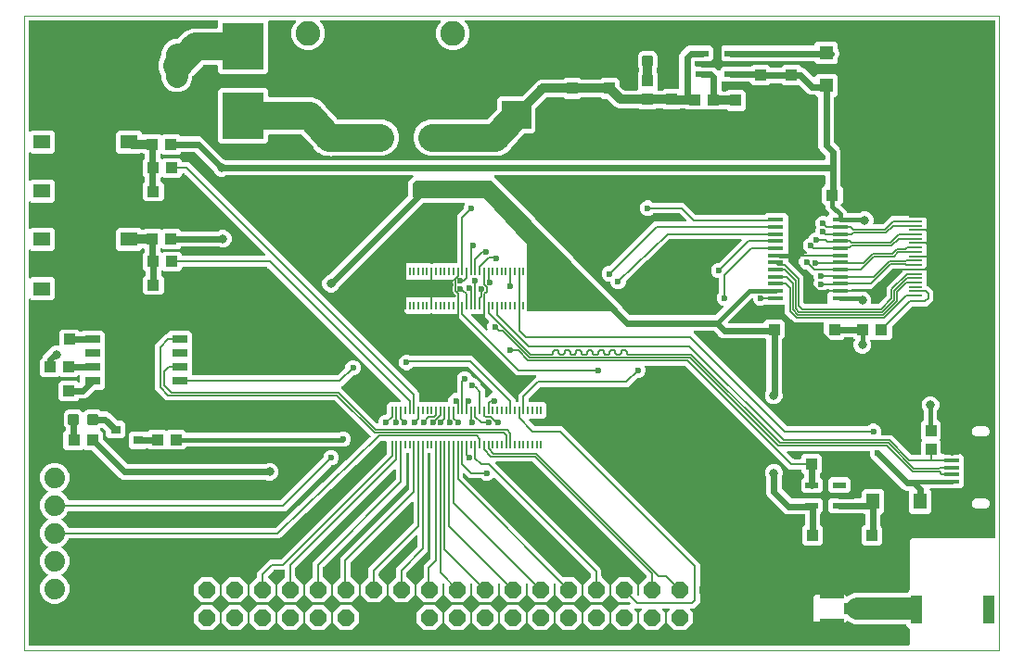
<source format=gtl>
G04 EAGLE Gerber X2 export*
%TF.Part,Single*%
%TF.FileFunction,Other,Top Layer Cooper*%
%TF.FilePolarity,Positive*%
%TF.GenerationSoftware,Autodesk,EAGLE,9.0.0*%
%TF.CreationDate,2018-08-23T05:20:42Z*%
G75*
%MOMM*%
%FSLAX34Y34*%
%LPD*%
%AMOC8*
5,1,8,0,0,1.08239X$1,22.5*%
G01*
%ADD10C,0.000000*%
%ADD11R,0.200000X0.700000*%
%ADD12C,2.000000*%
%ADD13R,3.810000X4.240000*%
%ADD14C,2.400000*%
%ADD15C,2.250000*%
%ADD16R,2.700000X2.550000*%
%ADD17R,1.000000X1.100000*%
%ADD18C,0.300000*%
%ADD19R,1.100000X1.000000*%
%ADD20R,1.150000X0.600000*%
%ADD21R,1.300000X1.300000*%
%ADD22R,0.900000X0.800000*%
%ADD23R,1.400000X1.600000*%
%ADD24R,1.350000X0.400000*%
%ADD25R,1.900000X1.900000*%
%ADD26R,1.250000X0.220000*%
%ADD27R,2.300000X2.100000*%
%ADD28C,2.121000*%
%ADD29R,1.200000X0.600000*%
%ADD30R,1.270000X1.470000*%
%ADD31C,1.879600*%
%ADD32R,1.475000X0.450000*%
%ADD33P,1.649562X8X22.500000*%
%ADD34R,1.450000X0.750000*%
%ADD35R,1.550000X1.300000*%
%ADD36R,1.016000X2.540000*%
%ADD37R,2.200000X1.050000*%
%ADD38R,1.050000X1.000000*%
%ADD39C,0.127000*%
%ADD40C,0.600000*%
%ADD41C,0.609600*%
%ADD42C,0.200000*%
%ADD43C,0.406400*%
%ADD44C,0.812800*%
%ADD45C,0.800000*%
%ADD46C,2.540000*%

G36*
X917000Y144074D02*
X917000Y144074D01*
X917064Y144073D01*
X917139Y144094D01*
X917215Y144105D01*
X917274Y144131D01*
X917336Y144148D01*
X917402Y144189D01*
X917472Y144221D01*
X917521Y144263D01*
X917576Y144296D01*
X917628Y144354D01*
X917686Y144404D01*
X917722Y144458D01*
X917765Y144506D01*
X917798Y144575D01*
X917841Y144640D01*
X917860Y144702D01*
X917888Y144759D01*
X917899Y144829D01*
X917923Y144910D01*
X917924Y144995D01*
X917935Y145064D01*
X917935Y159236D01*
X917926Y159300D01*
X917927Y159364D01*
X917906Y159439D01*
X917895Y159515D01*
X917869Y159574D01*
X917852Y159636D01*
X917811Y159702D01*
X917779Y159772D01*
X917737Y159821D01*
X917704Y159876D01*
X917646Y159928D01*
X917596Y159986D01*
X917542Y160022D01*
X917494Y160065D01*
X917425Y160098D01*
X917360Y160141D01*
X917298Y160160D01*
X917286Y160166D01*
X914835Y162616D01*
X914835Y162936D01*
X914826Y163000D01*
X914827Y163064D01*
X914806Y163139D01*
X914795Y163215D01*
X914769Y163274D01*
X914752Y163336D01*
X914711Y163402D01*
X914679Y163472D01*
X914637Y163521D01*
X914604Y163576D01*
X914546Y163628D01*
X914496Y163686D01*
X914442Y163722D01*
X914394Y163765D01*
X914325Y163798D01*
X914260Y163841D01*
X914198Y163860D01*
X914141Y163888D01*
X914071Y163899D01*
X913990Y163923D01*
X913905Y163924D01*
X913836Y163935D01*
X867202Y163935D01*
X862033Y166076D01*
X861636Y166474D01*
X861584Y166513D01*
X861539Y166559D01*
X861472Y166597D01*
X861410Y166643D01*
X861350Y166666D01*
X861294Y166698D01*
X861219Y166715D01*
X861146Y166743D01*
X861082Y166748D01*
X861019Y166763D01*
X860942Y166759D01*
X860865Y166765D01*
X860802Y166751D01*
X860738Y166748D01*
X860665Y166723D01*
X860589Y166707D01*
X860532Y166677D01*
X860471Y166656D01*
X860415Y166614D01*
X860340Y166575D01*
X860279Y166515D01*
X860222Y166474D01*
X858684Y164935D01*
X832316Y164935D01*
X829935Y167316D01*
X829935Y188684D01*
X832316Y191065D01*
X858684Y191065D01*
X860222Y189526D01*
X860274Y189487D01*
X860319Y189441D01*
X860386Y189403D01*
X860448Y189357D01*
X860508Y189334D01*
X860564Y189302D01*
X860639Y189285D01*
X860712Y189257D01*
X860776Y189252D01*
X860838Y189237D01*
X860916Y189241D01*
X860993Y189235D01*
X861056Y189249D01*
X861120Y189252D01*
X861193Y189277D01*
X861269Y189293D01*
X861326Y189323D01*
X861387Y189344D01*
X861443Y189386D01*
X861518Y189425D01*
X861579Y189485D01*
X861636Y189526D01*
X862033Y189924D01*
X867202Y192065D01*
X915102Y192065D01*
X915197Y192078D01*
X915294Y192083D01*
X915337Y192098D01*
X915382Y192105D01*
X915469Y192144D01*
X915560Y192176D01*
X915594Y192201D01*
X915639Y192221D01*
X915736Y192304D01*
X915809Y192357D01*
X917286Y193834D01*
X917336Y193848D01*
X917402Y193889D01*
X917472Y193921D01*
X917521Y193963D01*
X917576Y193996D01*
X917628Y194054D01*
X917686Y194104D01*
X917722Y194158D01*
X917765Y194206D01*
X917798Y194275D01*
X917841Y194340D01*
X917860Y194402D01*
X917888Y194459D01*
X917899Y194529D01*
X917923Y194610D01*
X917924Y194695D01*
X917935Y194764D01*
X917935Y239684D01*
X920316Y242065D01*
X994936Y242065D01*
X995000Y242074D01*
X995064Y242073D01*
X995139Y242094D01*
X995215Y242105D01*
X995274Y242131D01*
X995336Y242148D01*
X995402Y242189D01*
X995472Y242221D01*
X995521Y242263D01*
X995576Y242296D01*
X995628Y242354D01*
X995686Y242404D01*
X995722Y242458D01*
X995765Y242506D01*
X995798Y242575D01*
X995841Y242640D01*
X995860Y242702D01*
X995888Y242759D01*
X995899Y242829D01*
X995923Y242910D01*
X995924Y242995D01*
X995935Y243064D01*
X995935Y714936D01*
X995926Y715000D01*
X995927Y715064D01*
X995906Y715139D01*
X995895Y715215D01*
X995869Y715274D01*
X995852Y715336D01*
X995811Y715402D01*
X995779Y715472D01*
X995737Y715521D01*
X995704Y715576D01*
X995646Y715628D01*
X995596Y715686D01*
X995542Y715722D01*
X995494Y715765D01*
X995425Y715798D01*
X995360Y715841D01*
X995298Y715860D01*
X995241Y715888D01*
X995171Y715899D01*
X995090Y715923D01*
X995005Y715924D01*
X994936Y715935D01*
X513085Y715935D01*
X513053Y715931D01*
X513021Y715933D01*
X512914Y715911D01*
X512806Y715895D01*
X512777Y715882D01*
X512745Y715876D01*
X512649Y715824D01*
X512549Y715779D01*
X512525Y715758D01*
X512496Y715743D01*
X512418Y715667D01*
X512335Y715596D01*
X512317Y715569D01*
X512294Y715546D01*
X512240Y715451D01*
X512181Y715360D01*
X512171Y715329D01*
X512155Y715301D01*
X512130Y715195D01*
X512098Y715090D01*
X512098Y715058D01*
X512090Y715027D01*
X512096Y714917D01*
X512094Y714808D01*
X512103Y714777D01*
X512105Y714745D01*
X512140Y714642D01*
X512170Y714536D01*
X512187Y714509D01*
X512197Y714478D01*
X512250Y714405D01*
X512318Y714296D01*
X512354Y714264D01*
X512379Y714229D01*
X514133Y712475D01*
X516465Y706846D01*
X516465Y700754D01*
X514133Y695125D01*
X509825Y690817D01*
X504196Y688485D01*
X498104Y688485D01*
X492475Y690817D01*
X488167Y695125D01*
X485835Y700754D01*
X485835Y706846D01*
X488167Y712475D01*
X489921Y714229D01*
X489940Y714255D01*
X489965Y714276D01*
X490025Y714368D01*
X490090Y714455D01*
X490102Y714485D01*
X490119Y714512D01*
X490151Y714617D01*
X490190Y714719D01*
X490192Y714751D01*
X490202Y714782D01*
X490203Y714891D01*
X490212Y715000D01*
X490205Y715032D01*
X490206Y715064D01*
X490176Y715169D01*
X490154Y715276D01*
X490139Y715305D01*
X490130Y715336D01*
X490073Y715429D01*
X490022Y715525D01*
X489999Y715548D01*
X489982Y715576D01*
X489901Y715649D01*
X489825Y715727D01*
X489797Y715743D01*
X489773Y715765D01*
X489675Y715812D01*
X489580Y715866D01*
X489548Y715874D01*
X489519Y715888D01*
X489430Y715902D01*
X489305Y715931D01*
X489257Y715929D01*
X489215Y715935D01*
X380985Y715935D01*
X380953Y715931D01*
X380921Y715933D01*
X380814Y715911D01*
X380706Y715895D01*
X380677Y715882D01*
X380645Y715876D01*
X380549Y715824D01*
X380449Y715779D01*
X380425Y715758D01*
X380396Y715743D01*
X380318Y715667D01*
X380235Y715596D01*
X380217Y715569D01*
X380194Y715546D01*
X380140Y715451D01*
X380081Y715360D01*
X380071Y715329D01*
X380055Y715301D01*
X380030Y715195D01*
X379998Y715090D01*
X379998Y715058D01*
X379990Y715027D01*
X379996Y714917D01*
X379994Y714808D01*
X380003Y714777D01*
X380005Y714745D01*
X380040Y714642D01*
X380070Y714536D01*
X380087Y714509D01*
X380097Y714478D01*
X380150Y714405D01*
X380218Y714296D01*
X380254Y714264D01*
X380279Y714229D01*
X382033Y712475D01*
X384365Y706846D01*
X384365Y700754D01*
X382033Y695125D01*
X377725Y690817D01*
X372096Y688485D01*
X366004Y688485D01*
X360375Y690817D01*
X356067Y695125D01*
X353735Y700754D01*
X353735Y706846D01*
X356067Y712475D01*
X357821Y714229D01*
X357840Y714255D01*
X357865Y714276D01*
X357925Y714368D01*
X357990Y714455D01*
X358002Y714485D01*
X358019Y714512D01*
X358051Y714617D01*
X358090Y714719D01*
X358092Y714751D01*
X358102Y714782D01*
X358103Y714891D01*
X358112Y715000D01*
X358105Y715032D01*
X358106Y715064D01*
X358076Y715169D01*
X358054Y715276D01*
X358039Y715305D01*
X358030Y715336D01*
X357973Y715429D01*
X357922Y715525D01*
X357899Y715548D01*
X357882Y715576D01*
X357801Y715649D01*
X357725Y715727D01*
X357697Y715743D01*
X357673Y715765D01*
X357575Y715812D01*
X357480Y715866D01*
X357448Y715874D01*
X357419Y715888D01*
X357330Y715902D01*
X357205Y715931D01*
X357157Y715929D01*
X357115Y715935D01*
X333814Y715935D01*
X333750Y715926D01*
X333686Y715927D01*
X333611Y715906D01*
X333535Y715895D01*
X333476Y715869D01*
X333414Y715852D01*
X333348Y715811D01*
X333278Y715779D01*
X333229Y715737D01*
X333174Y715704D01*
X333122Y715646D01*
X333064Y715596D01*
X333028Y715542D01*
X332985Y715494D01*
X332952Y715425D01*
X332909Y715360D01*
X332890Y715298D01*
X332862Y715241D01*
X332851Y715171D01*
X332827Y715090D01*
X332826Y715005D01*
X332815Y714936D01*
X332815Y669216D01*
X330434Y666835D01*
X288966Y666835D01*
X286585Y669216D01*
X286585Y673836D01*
X286576Y673900D01*
X286577Y673964D01*
X286556Y674039D01*
X286545Y674115D01*
X286519Y674174D01*
X286502Y674236D01*
X286461Y674302D01*
X286429Y674372D01*
X286387Y674421D01*
X286354Y674476D01*
X286296Y674528D01*
X286246Y674586D01*
X286192Y674622D01*
X286144Y674665D01*
X286075Y674698D01*
X286010Y674741D01*
X285948Y674760D01*
X285891Y674788D01*
X285821Y674799D01*
X285740Y674823D01*
X285655Y674824D01*
X285586Y674835D01*
X273858Y674835D01*
X273763Y674822D01*
X273667Y674817D01*
X273624Y674802D01*
X273579Y674795D01*
X273491Y674756D01*
X273400Y674724D01*
X273366Y674699D01*
X273322Y674679D01*
X273225Y674596D01*
X273152Y674543D01*
X263557Y664948D01*
X263500Y664872D01*
X263435Y664800D01*
X263415Y664759D01*
X263388Y664723D01*
X263354Y664633D01*
X263312Y664547D01*
X263306Y664504D01*
X263289Y664459D01*
X263279Y664331D01*
X263265Y664242D01*
X263265Y661502D01*
X261123Y656333D01*
X257167Y652377D01*
X251998Y650235D01*
X246402Y650235D01*
X241233Y652377D01*
X237277Y656333D01*
X235135Y661502D01*
X235135Y664248D01*
X235129Y664289D01*
X235132Y664331D01*
X235112Y664415D01*
X235095Y664527D01*
X235071Y664581D01*
X235059Y664631D01*
X232435Y670965D01*
X232435Y677635D01*
X235059Y683969D01*
X235070Y684010D01*
X235088Y684047D01*
X235101Y684132D01*
X235129Y684243D01*
X235127Y684301D01*
X235135Y684352D01*
X235135Y687098D01*
X237277Y692267D01*
X241233Y696223D01*
X246402Y698365D01*
X249142Y698365D01*
X249237Y698378D01*
X249333Y698383D01*
X249376Y698398D01*
X249421Y698405D01*
X249509Y698444D01*
X249600Y698476D01*
X249634Y698501D01*
X249678Y698521D01*
X249775Y698604D01*
X249848Y698657D01*
X257003Y705812D01*
X263165Y708365D01*
X285586Y708365D01*
X285650Y708374D01*
X285714Y708373D01*
X285789Y708394D01*
X285865Y708405D01*
X285924Y708431D01*
X285986Y708448D01*
X286052Y708489D01*
X286122Y708521D01*
X286171Y708563D01*
X286226Y708596D01*
X286278Y708654D01*
X286336Y708704D01*
X286372Y708758D01*
X286415Y708806D01*
X286448Y708875D01*
X286491Y708940D01*
X286510Y709002D01*
X286538Y709059D01*
X286549Y709129D01*
X286573Y709210D01*
X286574Y709295D01*
X286585Y709364D01*
X286585Y714936D01*
X286576Y715000D01*
X286577Y715064D01*
X286556Y715139D01*
X286545Y715215D01*
X286519Y715274D01*
X286502Y715336D01*
X286461Y715402D01*
X286429Y715472D01*
X286387Y715521D01*
X286354Y715576D01*
X286296Y715628D01*
X286246Y715686D01*
X286192Y715722D01*
X286144Y715765D01*
X286075Y715798D01*
X286010Y715841D01*
X285948Y715860D01*
X285891Y715888D01*
X285821Y715899D01*
X285740Y715923D01*
X285655Y715924D01*
X285586Y715935D01*
X115064Y715935D01*
X115000Y715926D01*
X114936Y715927D01*
X114861Y715906D01*
X114785Y715895D01*
X114726Y715869D01*
X114664Y715852D01*
X114598Y715811D01*
X114528Y715779D01*
X114479Y715737D01*
X114424Y715704D01*
X114372Y715646D01*
X114314Y715596D01*
X114278Y715542D01*
X114235Y715494D01*
X114202Y715425D01*
X114159Y715360D01*
X114140Y715298D01*
X114112Y715241D01*
X114101Y715171D01*
X114077Y715090D01*
X114076Y715005D01*
X114065Y714936D01*
X114065Y614726D01*
X114069Y614694D01*
X114067Y614661D01*
X114089Y614555D01*
X114105Y614446D01*
X114118Y614417D01*
X114124Y614385D01*
X114176Y614289D01*
X114221Y614189D01*
X114242Y614165D01*
X114257Y614136D01*
X114333Y614058D01*
X114404Y613975D01*
X114431Y613957D01*
X114454Y613934D01*
X114549Y613881D01*
X114640Y613821D01*
X114671Y613811D01*
X114699Y613795D01*
X114805Y613770D01*
X114910Y613738D01*
X114942Y613738D01*
X114973Y613730D01*
X115083Y613736D01*
X115192Y613734D01*
X115223Y613743D01*
X115255Y613745D01*
X115358Y613780D01*
X115464Y613810D01*
X115491Y613827D01*
X115522Y613837D01*
X115595Y613891D01*
X115704Y613958D01*
X115736Y613994D01*
X115771Y614019D01*
X116816Y615065D01*
X135684Y615065D01*
X138065Y612684D01*
X138065Y596316D01*
X135684Y593935D01*
X116816Y593935D01*
X115771Y594981D01*
X115745Y595000D01*
X115724Y595025D01*
X115632Y595085D01*
X115545Y595150D01*
X115515Y595162D01*
X115488Y595179D01*
X115383Y595211D01*
X115281Y595250D01*
X115249Y595252D01*
X115218Y595262D01*
X115109Y595263D01*
X115000Y595272D01*
X114968Y595265D01*
X114936Y595266D01*
X114831Y595236D01*
X114724Y595214D01*
X114695Y595199D01*
X114664Y595190D01*
X114571Y595133D01*
X114475Y595082D01*
X114452Y595059D01*
X114424Y595042D01*
X114351Y594961D01*
X114273Y594885D01*
X114257Y594857D01*
X114235Y594833D01*
X114188Y594735D01*
X114134Y594639D01*
X114126Y594608D01*
X114112Y594579D01*
X114098Y594490D01*
X114069Y594365D01*
X114071Y594317D01*
X114065Y594274D01*
X114065Y569726D01*
X114069Y569694D01*
X114067Y569661D01*
X114073Y569631D01*
X114073Y569617D01*
X114085Y569572D01*
X114089Y569555D01*
X114105Y569446D01*
X114118Y569417D01*
X114124Y569385D01*
X114176Y569289D01*
X114221Y569189D01*
X114242Y569165D01*
X114257Y569136D01*
X114333Y569058D01*
X114404Y568975D01*
X114431Y568957D01*
X114454Y568934D01*
X114549Y568881D01*
X114640Y568821D01*
X114671Y568811D01*
X114699Y568795D01*
X114805Y568770D01*
X114910Y568738D01*
X114942Y568738D01*
X114973Y568730D01*
X115083Y568736D01*
X115192Y568734D01*
X115223Y568743D01*
X115255Y568745D01*
X115358Y568780D01*
X115464Y568810D01*
X115491Y568827D01*
X115522Y568837D01*
X115595Y568891D01*
X115620Y568902D01*
X115637Y568917D01*
X115704Y568958D01*
X115736Y568994D01*
X115771Y569019D01*
X116816Y570065D01*
X135684Y570065D01*
X138065Y567684D01*
X138065Y551316D01*
X135684Y548935D01*
X116816Y548935D01*
X115771Y549981D01*
X115745Y550000D01*
X115724Y550025D01*
X115632Y550085D01*
X115545Y550150D01*
X115515Y550162D01*
X115488Y550179D01*
X115383Y550211D01*
X115281Y550250D01*
X115249Y550252D01*
X115218Y550262D01*
X115109Y550263D01*
X115000Y550272D01*
X114968Y550265D01*
X114936Y550266D01*
X114831Y550236D01*
X114724Y550214D01*
X114695Y550199D01*
X114664Y550190D01*
X114571Y550133D01*
X114475Y550082D01*
X114452Y550059D01*
X114424Y550042D01*
X114351Y549961D01*
X114273Y549885D01*
X114257Y549857D01*
X114235Y549833D01*
X114188Y549735D01*
X114134Y549639D01*
X114126Y549608D01*
X114112Y549579D01*
X114098Y549490D01*
X114069Y549365D01*
X114071Y549317D01*
X114065Y549274D01*
X114065Y525726D01*
X114069Y525694D01*
X114067Y525661D01*
X114089Y525555D01*
X114105Y525446D01*
X114118Y525417D01*
X114124Y525385D01*
X114176Y525289D01*
X114221Y525189D01*
X114242Y525165D01*
X114257Y525136D01*
X114333Y525058D01*
X114404Y524975D01*
X114431Y524957D01*
X114454Y524934D01*
X114549Y524881D01*
X114640Y524821D01*
X114671Y524811D01*
X114699Y524795D01*
X114805Y524770D01*
X114910Y524738D01*
X114942Y524738D01*
X114973Y524730D01*
X115083Y524736D01*
X115192Y524734D01*
X115223Y524743D01*
X115255Y524745D01*
X115358Y524780D01*
X115464Y524810D01*
X115491Y524827D01*
X115522Y524837D01*
X115595Y524891D01*
X115704Y524958D01*
X115736Y524994D01*
X115771Y525019D01*
X116816Y526065D01*
X135684Y526065D01*
X138065Y523684D01*
X138065Y507316D01*
X135684Y504935D01*
X116816Y504935D01*
X115771Y505981D01*
X115745Y506000D01*
X115724Y506025D01*
X115632Y506085D01*
X115545Y506150D01*
X115515Y506162D01*
X115488Y506179D01*
X115383Y506211D01*
X115281Y506250D01*
X115249Y506252D01*
X115218Y506262D01*
X115109Y506263D01*
X115000Y506272D01*
X114968Y506265D01*
X114936Y506266D01*
X114831Y506236D01*
X114724Y506214D01*
X114695Y506199D01*
X114664Y506190D01*
X114571Y506133D01*
X114475Y506082D01*
X114452Y506059D01*
X114424Y506042D01*
X114351Y505961D01*
X114273Y505885D01*
X114257Y505857D01*
X114235Y505833D01*
X114188Y505735D01*
X114134Y505639D01*
X114126Y505608D01*
X114112Y505579D01*
X114098Y505490D01*
X114069Y505365D01*
X114071Y505317D01*
X114065Y505274D01*
X114065Y480726D01*
X114069Y480694D01*
X114067Y480661D01*
X114089Y480555D01*
X114105Y480446D01*
X114118Y480417D01*
X114124Y480385D01*
X114176Y480289D01*
X114221Y480189D01*
X114242Y480165D01*
X114257Y480136D01*
X114333Y480058D01*
X114404Y479975D01*
X114431Y479957D01*
X114454Y479934D01*
X114549Y479881D01*
X114640Y479821D01*
X114671Y479811D01*
X114699Y479795D01*
X114805Y479770D01*
X114910Y479738D01*
X114942Y479738D01*
X114973Y479730D01*
X115083Y479736D01*
X115192Y479734D01*
X115223Y479743D01*
X115255Y479745D01*
X115358Y479780D01*
X115464Y479810D01*
X115491Y479827D01*
X115522Y479837D01*
X115595Y479891D01*
X115704Y479958D01*
X115736Y479994D01*
X115771Y480019D01*
X116816Y481065D01*
X135684Y481065D01*
X138065Y478684D01*
X138065Y462316D01*
X135684Y459935D01*
X116816Y459935D01*
X115771Y460981D01*
X115745Y461000D01*
X115724Y461025D01*
X115632Y461085D01*
X115545Y461150D01*
X115515Y461162D01*
X115488Y461179D01*
X115383Y461211D01*
X115281Y461250D01*
X115249Y461252D01*
X115218Y461262D01*
X115109Y461263D01*
X115000Y461272D01*
X114968Y461265D01*
X114936Y461266D01*
X114831Y461236D01*
X114724Y461214D01*
X114695Y461199D01*
X114664Y461190D01*
X114571Y461133D01*
X114475Y461082D01*
X114452Y461059D01*
X114424Y461042D01*
X114351Y460961D01*
X114273Y460885D01*
X114257Y460857D01*
X114235Y460833D01*
X114188Y460735D01*
X114134Y460639D01*
X114126Y460608D01*
X114112Y460579D01*
X114098Y460490D01*
X114069Y460365D01*
X114071Y460317D01*
X114065Y460274D01*
X114065Y145064D01*
X114074Y145000D01*
X114073Y144936D01*
X114094Y144861D01*
X114105Y144785D01*
X114131Y144726D01*
X114148Y144664D01*
X114189Y144598D01*
X114221Y144528D01*
X114263Y144479D01*
X114296Y144424D01*
X114354Y144372D01*
X114404Y144314D01*
X114458Y144278D01*
X114506Y144235D01*
X114575Y144202D01*
X114640Y144159D01*
X114702Y144140D01*
X114759Y144112D01*
X114829Y144101D01*
X114910Y144077D01*
X114995Y144076D01*
X115064Y144065D01*
X916936Y144065D01*
X917000Y144074D01*
G37*
%LPC*%
G36*
X652660Y158115D02*
X652660Y158115D01*
X645815Y164960D01*
X645815Y174640D01*
X652660Y181485D01*
X662156Y181485D01*
X662189Y181489D01*
X662221Y181487D01*
X662328Y181509D01*
X662436Y181525D01*
X662465Y181538D01*
X662497Y181545D01*
X662593Y181596D01*
X662693Y181641D01*
X662717Y181662D01*
X662746Y181677D01*
X662824Y181753D01*
X662907Y181824D01*
X662925Y181851D01*
X662948Y181874D01*
X663002Y181969D01*
X663061Y182060D01*
X663071Y182091D01*
X663087Y182119D01*
X663112Y182226D01*
X663144Y182330D01*
X663144Y182362D01*
X663152Y182394D01*
X663146Y182503D01*
X663147Y182612D01*
X663139Y182643D01*
X663137Y182676D01*
X663101Y182779D01*
X663072Y182884D01*
X663055Y182911D01*
X663045Y182942D01*
X662991Y183015D01*
X662924Y183124D01*
X662896Y183149D01*
X662892Y183156D01*
X662881Y183165D01*
X662863Y183191D01*
X662831Y183223D01*
X662754Y183280D01*
X662683Y183345D01*
X662642Y183365D01*
X662605Y183392D01*
X662515Y183426D01*
X662429Y183468D01*
X662387Y183474D01*
X662341Y183491D01*
X662214Y183501D01*
X662124Y183515D01*
X652660Y183515D01*
X645815Y190360D01*
X645815Y200040D01*
X652660Y206885D01*
X662340Y206885D01*
X669185Y200040D01*
X669185Y190576D01*
X669198Y190481D01*
X669203Y190385D01*
X669218Y190342D01*
X669225Y190296D01*
X669264Y190209D01*
X669295Y190118D01*
X669321Y190084D01*
X669341Y190039D01*
X669424Y189942D01*
X669477Y189869D01*
X669509Y189837D01*
X669522Y189828D01*
X669524Y189825D01*
X669533Y189819D01*
X669535Y189818D01*
X669556Y189793D01*
X669648Y189733D01*
X669735Y189668D01*
X669765Y189656D01*
X669792Y189639D01*
X669896Y189607D01*
X669998Y189568D01*
X670031Y189566D01*
X670062Y189556D01*
X670171Y189555D01*
X670280Y189546D01*
X670311Y189553D01*
X670344Y189553D01*
X670449Y189582D01*
X670556Y189604D01*
X670584Y189619D01*
X670616Y189628D01*
X670708Y189685D01*
X670805Y189736D01*
X670828Y189759D01*
X670856Y189776D01*
X670929Y189857D01*
X671007Y189933D01*
X671023Y189961D01*
X671045Y189985D01*
X671092Y190083D01*
X671146Y190178D01*
X671154Y190210D01*
X671168Y190239D01*
X671182Y190328D01*
X671211Y190453D01*
X671209Y190501D01*
X671215Y190544D01*
X671215Y200040D01*
X678008Y206832D01*
X678065Y206909D01*
X678130Y206980D01*
X678150Y207021D01*
X678177Y207058D01*
X678211Y207148D01*
X678253Y207234D01*
X678259Y207276D01*
X678276Y207322D01*
X678286Y207449D01*
X678300Y207539D01*
X678300Y207639D01*
X678287Y207734D01*
X678282Y207831D01*
X678267Y207874D01*
X678260Y207919D01*
X678221Y208006D01*
X678189Y208097D01*
X678164Y208131D01*
X678144Y208176D01*
X678061Y208273D01*
X678008Y208346D01*
X574346Y312008D01*
X574269Y312065D01*
X574198Y312130D01*
X574157Y312150D01*
X574120Y312177D01*
X574030Y312211D01*
X573944Y312253D01*
X573902Y312259D01*
X573857Y312276D01*
X573729Y312286D01*
X573639Y312300D01*
X540759Y312300D01*
X540727Y312296D01*
X540694Y312298D01*
X540588Y312276D01*
X540479Y312260D01*
X540450Y312247D01*
X540418Y312241D01*
X540322Y312189D01*
X540222Y312144D01*
X540198Y312123D01*
X540169Y312108D01*
X540091Y312032D01*
X540008Y311961D01*
X539990Y311934D01*
X539967Y311911D01*
X539914Y311816D01*
X539854Y311725D01*
X539844Y311694D01*
X539828Y311666D01*
X539803Y311559D01*
X539771Y311455D01*
X539771Y311423D01*
X539763Y311392D01*
X539769Y311282D01*
X539768Y311173D01*
X539776Y311142D01*
X539778Y311110D01*
X539814Y311007D01*
X539843Y310901D01*
X539860Y310874D01*
X539870Y310843D01*
X539924Y310770D01*
X539991Y310661D01*
X540027Y310629D01*
X540052Y310594D01*
X636800Y213847D01*
X636800Y207439D01*
X636813Y207344D01*
X636818Y207248D01*
X636833Y207205D01*
X636840Y207160D01*
X636879Y207072D01*
X636911Y206981D01*
X636936Y206947D01*
X636956Y206903D01*
X637039Y206805D01*
X637092Y206732D01*
X643785Y200040D01*
X643785Y190360D01*
X636940Y183515D01*
X627260Y183515D01*
X620415Y190360D01*
X620415Y200040D01*
X627108Y206732D01*
X627165Y206809D01*
X627230Y206880D01*
X627250Y206921D01*
X627277Y206958D01*
X627311Y207048D01*
X627353Y207134D01*
X627359Y207176D01*
X627376Y207222D01*
X627386Y207349D01*
X627400Y207439D01*
X627400Y209539D01*
X627387Y209634D01*
X627382Y209731D01*
X627367Y209774D01*
X627360Y209819D01*
X627321Y209906D01*
X627289Y209997D01*
X627264Y210031D01*
X627244Y210076D01*
X627161Y210173D01*
X627108Y210246D01*
X539379Y297975D01*
X539328Y298013D01*
X539283Y298059D01*
X539215Y298097D01*
X539153Y298144D01*
X539093Y298167D01*
X539037Y298198D01*
X538962Y298216D01*
X538889Y298243D01*
X538825Y298248D01*
X538763Y298263D01*
X538685Y298259D01*
X538608Y298265D01*
X538545Y298252D01*
X538481Y298249D01*
X538408Y298224D01*
X538332Y298208D01*
X538275Y298177D01*
X538215Y298156D01*
X538158Y298115D01*
X538083Y298075D01*
X538022Y298016D01*
X537966Y297975D01*
X536002Y296011D01*
X533405Y294935D01*
X530595Y294935D01*
X527998Y296011D01*
X527001Y297008D01*
X526925Y297065D01*
X526853Y297130D01*
X526812Y297150D01*
X526776Y297177D01*
X526686Y297211D01*
X526599Y297253D01*
X526557Y297259D01*
X526512Y297276D01*
X526384Y297286D01*
X526295Y297300D01*
X516053Y297300D01*
X513008Y300346D01*
X512056Y301298D01*
X512030Y301317D01*
X512009Y301342D01*
X511917Y301402D01*
X511830Y301467D01*
X511800Y301479D01*
X511773Y301496D01*
X511668Y301528D01*
X511566Y301567D01*
X511534Y301569D01*
X511503Y301579D01*
X511394Y301580D01*
X511285Y301589D01*
X511253Y301582D01*
X511221Y301582D01*
X511116Y301553D01*
X511009Y301531D01*
X510980Y301516D01*
X510949Y301507D01*
X510856Y301450D01*
X510760Y301399D01*
X510737Y301376D01*
X510709Y301359D01*
X510636Y301278D01*
X510558Y301202D01*
X510542Y301174D01*
X510520Y301150D01*
X510473Y301052D01*
X510419Y300956D01*
X510411Y300925D01*
X510397Y300896D01*
X510383Y300807D01*
X510354Y300682D01*
X510356Y300634D01*
X510350Y300591D01*
X510350Y298611D01*
X510363Y298516D01*
X510368Y298419D01*
X510383Y298376D01*
X510390Y298331D01*
X510429Y298244D01*
X510461Y298153D01*
X510486Y298119D01*
X510506Y298074D01*
X510589Y297977D01*
X510642Y297904D01*
X601369Y207177D01*
X601446Y207120D01*
X601517Y207055D01*
X601558Y207035D01*
X601595Y207008D01*
X601685Y206974D01*
X601771Y206932D01*
X601813Y206926D01*
X601858Y206909D01*
X601986Y206899D01*
X602076Y206885D01*
X611540Y206885D01*
X618385Y200040D01*
X618385Y190360D01*
X611540Y183515D01*
X601860Y183515D01*
X595015Y190360D01*
X595015Y199824D01*
X595002Y199919D01*
X594997Y200015D01*
X594982Y200058D01*
X594975Y200104D01*
X594936Y200191D01*
X594905Y200282D01*
X594879Y200316D01*
X594859Y200361D01*
X594776Y200458D01*
X594723Y200531D01*
X594691Y200563D01*
X594678Y200572D01*
X594676Y200575D01*
X594667Y200581D01*
X594665Y200582D01*
X594644Y200607D01*
X594552Y200667D01*
X594465Y200732D01*
X594435Y200744D01*
X594408Y200761D01*
X594304Y200793D01*
X594202Y200832D01*
X594169Y200834D01*
X594138Y200844D01*
X594029Y200845D01*
X593920Y200854D01*
X593889Y200847D01*
X593856Y200847D01*
X593751Y200818D01*
X593644Y200796D01*
X593616Y200781D01*
X593584Y200772D01*
X593492Y200715D01*
X593395Y200664D01*
X593372Y200641D01*
X593344Y200624D01*
X593271Y200543D01*
X593193Y200467D01*
X593177Y200439D01*
X593155Y200415D01*
X593108Y200317D01*
X593054Y200222D01*
X593046Y200190D01*
X593032Y200161D01*
X593018Y200072D01*
X592989Y199947D01*
X592991Y199899D01*
X592985Y199856D01*
X592985Y190360D01*
X586140Y183515D01*
X576460Y183515D01*
X569615Y190360D01*
X569615Y199824D01*
X569602Y199919D01*
X569597Y200015D01*
X569582Y200058D01*
X569575Y200104D01*
X569536Y200191D01*
X569505Y200282D01*
X569479Y200316D01*
X569459Y200361D01*
X569376Y200458D01*
X569323Y200531D01*
X569291Y200563D01*
X569278Y200572D01*
X569276Y200575D01*
X569267Y200581D01*
X569265Y200582D01*
X569244Y200607D01*
X569152Y200667D01*
X569065Y200732D01*
X569035Y200744D01*
X569008Y200761D01*
X568904Y200793D01*
X568802Y200832D01*
X568769Y200834D01*
X568738Y200844D01*
X568629Y200845D01*
X568520Y200854D01*
X568489Y200847D01*
X568456Y200847D01*
X568351Y200818D01*
X568244Y200796D01*
X568216Y200781D01*
X568184Y200772D01*
X568092Y200715D01*
X567995Y200664D01*
X567972Y200641D01*
X567944Y200624D01*
X567871Y200543D01*
X567793Y200467D01*
X567777Y200439D01*
X567755Y200415D01*
X567708Y200317D01*
X567654Y200222D01*
X567646Y200190D01*
X567632Y200161D01*
X567618Y200072D01*
X567589Y199947D01*
X567591Y199899D01*
X567585Y199856D01*
X567585Y190360D01*
X560740Y183515D01*
X551060Y183515D01*
X544215Y190360D01*
X544215Y199824D01*
X544202Y199919D01*
X544197Y200016D01*
X544182Y200059D01*
X544175Y200104D01*
X544136Y200191D01*
X544104Y200282D01*
X544079Y200316D01*
X544059Y200361D01*
X543976Y200458D01*
X543923Y200531D01*
X543891Y200563D01*
X543878Y200573D01*
X543876Y200575D01*
X543868Y200580D01*
X543865Y200582D01*
X543844Y200607D01*
X543752Y200667D01*
X543665Y200732D01*
X543635Y200744D01*
X543608Y200761D01*
X543503Y200793D01*
X543401Y200832D01*
X543369Y200834D01*
X543338Y200844D01*
X543229Y200845D01*
X543120Y200854D01*
X543088Y200847D01*
X543056Y200847D01*
X542951Y200818D01*
X542844Y200796D01*
X542815Y200781D01*
X542784Y200772D01*
X542691Y200715D01*
X542595Y200664D01*
X542572Y200641D01*
X542544Y200624D01*
X542471Y200543D01*
X542393Y200467D01*
X542377Y200439D01*
X542355Y200415D01*
X542308Y200317D01*
X542254Y200221D01*
X542246Y200190D01*
X542232Y200161D01*
X542218Y200072D01*
X542189Y199947D01*
X542191Y199898D01*
X542185Y199856D01*
X542185Y190360D01*
X535340Y183515D01*
X525660Y183515D01*
X518815Y190360D01*
X518815Y199824D01*
X518802Y199919D01*
X518797Y200016D01*
X518782Y200059D01*
X518775Y200104D01*
X518736Y200191D01*
X518704Y200282D01*
X518679Y200316D01*
X518659Y200361D01*
X518576Y200458D01*
X518523Y200531D01*
X518491Y200563D01*
X518478Y200573D01*
X518476Y200575D01*
X518468Y200580D01*
X518465Y200582D01*
X518444Y200607D01*
X518352Y200667D01*
X518265Y200732D01*
X518235Y200744D01*
X518208Y200761D01*
X518103Y200793D01*
X518001Y200832D01*
X517969Y200834D01*
X517938Y200844D01*
X517829Y200845D01*
X517720Y200854D01*
X517688Y200847D01*
X517656Y200847D01*
X517551Y200818D01*
X517444Y200796D01*
X517415Y200781D01*
X517384Y200772D01*
X517291Y200715D01*
X517195Y200664D01*
X517172Y200641D01*
X517144Y200624D01*
X517071Y200543D01*
X516993Y200467D01*
X516977Y200439D01*
X516955Y200415D01*
X516908Y200317D01*
X516854Y200221D01*
X516846Y200190D01*
X516832Y200161D01*
X516818Y200072D01*
X516789Y199947D01*
X516791Y199898D01*
X516785Y199856D01*
X516785Y190360D01*
X509940Y183515D01*
X500260Y183515D01*
X493415Y190360D01*
X493415Y199824D01*
X493402Y199919D01*
X493397Y200016D01*
X493382Y200059D01*
X493375Y200104D01*
X493336Y200191D01*
X493304Y200282D01*
X493279Y200316D01*
X493259Y200361D01*
X493176Y200458D01*
X493123Y200531D01*
X493091Y200563D01*
X493078Y200573D01*
X493076Y200575D01*
X493068Y200580D01*
X493065Y200582D01*
X493044Y200607D01*
X492952Y200667D01*
X492865Y200732D01*
X492835Y200744D01*
X492808Y200761D01*
X492703Y200793D01*
X492601Y200832D01*
X492569Y200834D01*
X492538Y200844D01*
X492429Y200845D01*
X492320Y200854D01*
X492288Y200847D01*
X492256Y200847D01*
X492151Y200818D01*
X492044Y200796D01*
X492015Y200781D01*
X491984Y200772D01*
X491891Y200715D01*
X491795Y200664D01*
X491772Y200641D01*
X491744Y200624D01*
X491671Y200543D01*
X491593Y200467D01*
X491577Y200439D01*
X491555Y200415D01*
X491508Y200317D01*
X491454Y200221D01*
X491446Y200190D01*
X491432Y200161D01*
X491418Y200072D01*
X491389Y199947D01*
X491391Y199898D01*
X491385Y199856D01*
X491385Y190360D01*
X484540Y183515D01*
X474860Y183515D01*
X468015Y190360D01*
X468015Y200040D01*
X474008Y206032D01*
X474065Y206109D01*
X474130Y206180D01*
X474150Y206221D01*
X474177Y206258D01*
X474211Y206348D01*
X474253Y206434D01*
X474259Y206476D01*
X474276Y206522D01*
X474286Y206649D01*
X474300Y206739D01*
X474300Y216947D01*
X480658Y223304D01*
X480675Y223327D01*
X480696Y223345D01*
X480729Y223396D01*
X480780Y223452D01*
X480800Y223493D01*
X480827Y223530D01*
X480841Y223567D01*
X480850Y223581D01*
X480864Y223625D01*
X480903Y223706D01*
X480909Y223748D01*
X480926Y223793D01*
X480930Y223844D01*
X480932Y223851D01*
X480933Y223876D01*
X480936Y223921D01*
X480950Y224011D01*
X480950Y319686D01*
X480941Y319750D01*
X480942Y319814D01*
X480921Y319889D01*
X480910Y319965D01*
X480884Y320024D01*
X480867Y320086D01*
X480826Y320152D01*
X480794Y320222D01*
X480752Y320271D01*
X480719Y320326D01*
X480661Y320378D01*
X480611Y320436D01*
X480557Y320472D01*
X480509Y320515D01*
X480440Y320548D01*
X480375Y320591D01*
X480313Y320610D01*
X480256Y320638D01*
X480186Y320649D01*
X480105Y320673D01*
X480020Y320674D01*
X479951Y320685D01*
X479349Y320685D01*
X479285Y320676D01*
X479221Y320677D01*
X479146Y320656D01*
X479070Y320645D01*
X479011Y320619D01*
X478949Y320602D01*
X478883Y320561D01*
X478813Y320529D01*
X478764Y320487D01*
X478709Y320454D01*
X478657Y320396D01*
X478599Y320346D01*
X478563Y320292D01*
X478520Y320244D01*
X478487Y320175D01*
X478444Y320110D01*
X478425Y320048D01*
X478397Y319991D01*
X478386Y319921D01*
X478362Y319840D01*
X478361Y319755D01*
X478350Y319686D01*
X478350Y230703D01*
X458992Y211346D01*
X458935Y211269D01*
X458870Y211198D01*
X458850Y211157D01*
X458823Y211120D01*
X458789Y211030D01*
X458747Y210944D01*
X458741Y210902D01*
X458724Y210857D01*
X458714Y210729D01*
X458700Y210639D01*
X458700Y207739D01*
X458713Y207644D01*
X458718Y207548D01*
X458733Y207505D01*
X458740Y207460D01*
X458779Y207372D01*
X458811Y207281D01*
X458836Y207247D01*
X458856Y207203D01*
X458939Y207105D01*
X458992Y207032D01*
X465985Y200040D01*
X465985Y190360D01*
X459140Y183515D01*
X449460Y183515D01*
X442615Y190360D01*
X442615Y200040D01*
X449008Y206432D01*
X449065Y206509D01*
X449130Y206580D01*
X449150Y206621D01*
X449177Y206658D01*
X449211Y206748D01*
X449253Y206834D01*
X449259Y206876D01*
X449276Y206922D01*
X449286Y207049D01*
X449300Y207139D01*
X449300Y214947D01*
X468658Y234304D01*
X468673Y234324D01*
X468687Y234337D01*
X468719Y234385D01*
X468780Y234452D01*
X468800Y234493D01*
X468827Y234530D01*
X468861Y234620D01*
X468903Y234706D01*
X468909Y234748D01*
X468926Y234793D01*
X468936Y234921D01*
X468950Y235011D01*
X468950Y243891D01*
X468946Y243923D01*
X468948Y243956D01*
X468926Y244062D01*
X468910Y244171D01*
X468897Y244200D01*
X468891Y244232D01*
X468839Y244328D01*
X468794Y244428D01*
X468773Y244452D01*
X468758Y244481D01*
X468682Y244559D01*
X468611Y244642D01*
X468584Y244660D01*
X468561Y244683D01*
X468466Y244736D01*
X468375Y244796D01*
X468344Y244806D01*
X468316Y244822D01*
X468209Y244847D01*
X468105Y244879D01*
X468073Y244879D01*
X468042Y244887D01*
X467932Y244881D01*
X467823Y244882D01*
X467792Y244874D01*
X467760Y244872D01*
X467657Y244836D01*
X467551Y244807D01*
X467524Y244790D01*
X467493Y244780D01*
X467420Y244726D01*
X467311Y244659D01*
X467279Y244623D01*
X467244Y244598D01*
X433892Y211246D01*
X433835Y211169D01*
X433770Y211098D01*
X433750Y211057D01*
X433723Y211020D01*
X433689Y210930D01*
X433647Y210844D01*
X433641Y210802D01*
X433624Y210757D01*
X433614Y210629D01*
X433600Y210539D01*
X433600Y207439D01*
X433613Y207344D01*
X433618Y207248D01*
X433633Y207205D01*
X433640Y207160D01*
X433679Y207072D01*
X433711Y206981D01*
X433736Y206947D01*
X433756Y206903D01*
X433839Y206805D01*
X433892Y206732D01*
X440585Y200040D01*
X440585Y190360D01*
X433740Y183515D01*
X424060Y183515D01*
X417215Y190360D01*
X417215Y200040D01*
X423908Y206732D01*
X423965Y206809D01*
X424030Y206880D01*
X424050Y206921D01*
X424077Y206958D01*
X424111Y207048D01*
X424153Y207134D01*
X424159Y207176D01*
X424176Y207222D01*
X424186Y207349D01*
X424200Y207439D01*
X424200Y214847D01*
X464658Y255304D01*
X464668Y255318D01*
X464672Y255321D01*
X464681Y255335D01*
X464715Y255381D01*
X464780Y255452D01*
X464800Y255493D01*
X464827Y255530D01*
X464861Y255620D01*
X464903Y255706D01*
X464909Y255748D01*
X464926Y255793D01*
X464936Y255921D01*
X464950Y256011D01*
X464950Y274891D01*
X464946Y274923D01*
X464948Y274956D01*
X464926Y275062D01*
X464910Y275171D01*
X464897Y275200D01*
X464891Y275232D01*
X464839Y275328D01*
X464794Y275428D01*
X464773Y275452D01*
X464758Y275481D01*
X464682Y275559D01*
X464611Y275642D01*
X464584Y275660D01*
X464561Y275683D01*
X464466Y275736D01*
X464375Y275796D01*
X464344Y275806D01*
X464316Y275822D01*
X464209Y275847D01*
X464105Y275879D01*
X464073Y275879D01*
X464042Y275887D01*
X463932Y275881D01*
X463823Y275882D01*
X463792Y275874D01*
X463760Y275872D01*
X463657Y275836D01*
X463551Y275807D01*
X463524Y275790D01*
X463493Y275780D01*
X463420Y275726D01*
X463311Y275659D01*
X463279Y275623D01*
X463244Y275598D01*
X407992Y220346D01*
X407935Y220269D01*
X407870Y220198D01*
X407850Y220157D01*
X407823Y220120D01*
X407789Y220030D01*
X407747Y219944D01*
X407741Y219902D01*
X407724Y219857D01*
X407714Y219729D01*
X407700Y219639D01*
X407700Y207884D01*
X407709Y207820D01*
X407708Y207756D01*
X407729Y207681D01*
X407740Y207605D01*
X407766Y207546D01*
X407783Y207484D01*
X407824Y207418D01*
X407856Y207348D01*
X407898Y207299D01*
X407931Y207244D01*
X407989Y207192D01*
X408039Y207134D01*
X408093Y207098D01*
X408141Y207055D01*
X408197Y207028D01*
X415185Y200040D01*
X415185Y190360D01*
X408340Y183515D01*
X398660Y183515D01*
X391815Y190360D01*
X391815Y200040D01*
X398008Y206232D01*
X398065Y206309D01*
X398130Y206380D01*
X398150Y206421D01*
X398177Y206458D01*
X398211Y206548D01*
X398253Y206634D01*
X398259Y206676D01*
X398276Y206722D01*
X398286Y206849D01*
X398300Y206939D01*
X398300Y223947D01*
X460658Y286304D01*
X460715Y286381D01*
X460780Y286452D01*
X460800Y286493D01*
X460827Y286530D01*
X460861Y286620D01*
X460903Y286706D01*
X460909Y286748D01*
X460926Y286793D01*
X460936Y286921D01*
X460950Y287011D01*
X460950Y319686D01*
X460941Y319750D01*
X460942Y319814D01*
X460921Y319889D01*
X460910Y319965D01*
X460884Y320024D01*
X460867Y320086D01*
X460826Y320152D01*
X460794Y320222D01*
X460752Y320271D01*
X460719Y320326D01*
X460661Y320378D01*
X460611Y320436D01*
X460557Y320472D01*
X460509Y320515D01*
X460440Y320548D01*
X460375Y320591D01*
X460313Y320610D01*
X460256Y320638D01*
X460186Y320649D01*
X460105Y320673D01*
X460020Y320674D01*
X459951Y320685D01*
X459349Y320685D01*
X459285Y320676D01*
X459221Y320677D01*
X459146Y320656D01*
X459070Y320645D01*
X459011Y320619D01*
X458949Y320602D01*
X458883Y320561D01*
X458813Y320529D01*
X458764Y320487D01*
X458709Y320454D01*
X458657Y320396D01*
X458599Y320346D01*
X458563Y320292D01*
X458520Y320244D01*
X458487Y320175D01*
X458444Y320110D01*
X458425Y320048D01*
X458397Y319991D01*
X458386Y319921D01*
X458362Y319840D01*
X458361Y319755D01*
X458350Y319686D01*
X458350Y291703D01*
X382992Y216346D01*
X382935Y216269D01*
X382870Y216198D01*
X382850Y216157D01*
X382823Y216120D01*
X382789Y216030D01*
X382747Y215944D01*
X382741Y215902D01*
X382724Y215857D01*
X382714Y215729D01*
X382700Y215639D01*
X382700Y207539D01*
X382713Y207444D01*
X382718Y207348D01*
X382733Y207305D01*
X382740Y207260D01*
X382779Y207172D01*
X382811Y207081D01*
X382836Y207047D01*
X382856Y207003D01*
X382939Y206905D01*
X382992Y206832D01*
X389785Y200040D01*
X389785Y190360D01*
X382940Y183515D01*
X373260Y183515D01*
X366415Y190360D01*
X366415Y200040D01*
X373008Y206632D01*
X373065Y206709D01*
X373130Y206780D01*
X373150Y206821D01*
X373177Y206858D01*
X373211Y206948D01*
X373253Y207034D01*
X373259Y207076D01*
X373276Y207122D01*
X373286Y207249D01*
X373300Y207339D01*
X373300Y219947D01*
X448658Y295304D01*
X448715Y295381D01*
X448780Y295452D01*
X448800Y295493D01*
X448827Y295530D01*
X448861Y295620D01*
X448903Y295706D01*
X448909Y295748D01*
X448926Y295793D01*
X448936Y295921D01*
X448950Y296011D01*
X448950Y304891D01*
X448946Y304923D01*
X448948Y304956D01*
X448926Y305062D01*
X448910Y305171D01*
X448897Y305200D01*
X448891Y305232D01*
X448839Y305328D01*
X448794Y305428D01*
X448773Y305452D01*
X448758Y305481D01*
X448682Y305559D01*
X448611Y305642D01*
X448584Y305660D01*
X448561Y305683D01*
X448466Y305736D01*
X448375Y305796D01*
X448344Y305806D01*
X448316Y305822D01*
X448209Y305847D01*
X448105Y305879D01*
X448073Y305879D01*
X448042Y305887D01*
X447932Y305881D01*
X447823Y305882D01*
X447792Y305874D01*
X447760Y305872D01*
X447657Y305836D01*
X447551Y305807D01*
X447524Y305790D01*
X447493Y305780D01*
X447420Y305726D01*
X447311Y305659D01*
X447279Y305623D01*
X447244Y305598D01*
X357692Y216046D01*
X357635Y215969D01*
X357570Y215898D01*
X357550Y215857D01*
X357523Y215820D01*
X357489Y215730D01*
X357447Y215644D01*
X357441Y215602D01*
X357424Y215557D01*
X357414Y215429D01*
X357400Y215339D01*
X357400Y207439D01*
X357413Y207344D01*
X357418Y207248D01*
X357433Y207205D01*
X357440Y207160D01*
X357479Y207072D01*
X357511Y206981D01*
X357536Y206947D01*
X357556Y206903D01*
X357639Y206805D01*
X357692Y206732D01*
X364385Y200040D01*
X364385Y190360D01*
X357540Y183515D01*
X347860Y183515D01*
X341015Y190360D01*
X341015Y200040D01*
X347708Y206732D01*
X347765Y206809D01*
X347830Y206880D01*
X347850Y206921D01*
X347877Y206958D01*
X347911Y207048D01*
X347953Y207134D01*
X347959Y207176D01*
X347976Y207222D01*
X347986Y207349D01*
X348000Y207439D01*
X348000Y212301D01*
X347991Y212365D01*
X347992Y212429D01*
X347971Y212504D01*
X347960Y212580D01*
X347934Y212639D01*
X347917Y212701D01*
X347876Y212767D01*
X347844Y212837D01*
X347802Y212886D01*
X347769Y212941D01*
X347711Y212993D01*
X347661Y213051D01*
X347607Y213087D01*
X347559Y213130D01*
X347490Y213163D01*
X347425Y213206D01*
X347363Y213225D01*
X347306Y213253D01*
X347236Y213264D01*
X347155Y213288D01*
X347070Y213289D01*
X347001Y213300D01*
X338361Y213300D01*
X338266Y213287D01*
X338169Y213282D01*
X338126Y213267D01*
X338081Y213260D01*
X337994Y213221D01*
X337903Y213189D01*
X337869Y213164D01*
X337824Y213144D01*
X337727Y213061D01*
X337654Y213008D01*
X332542Y207896D01*
X332504Y207844D01*
X332458Y207799D01*
X332419Y207732D01*
X332373Y207670D01*
X332350Y207610D01*
X332318Y207554D01*
X332301Y207479D01*
X332273Y207406D01*
X332268Y207342D01*
X332254Y207280D01*
X332257Y207202D01*
X332252Y207125D01*
X332265Y207062D01*
X332268Y206998D01*
X332293Y206925D01*
X332309Y206849D01*
X332339Y206792D01*
X332360Y206732D01*
X332402Y206675D01*
X332442Y206600D01*
X332501Y206539D01*
X332542Y206483D01*
X338985Y200040D01*
X338985Y190360D01*
X332140Y183515D01*
X322460Y183515D01*
X315615Y190360D01*
X315615Y200040D01*
X322308Y206732D01*
X322365Y206809D01*
X322430Y206880D01*
X322450Y206921D01*
X322477Y206958D01*
X322511Y207048D01*
X322553Y207134D01*
X322559Y207176D01*
X322576Y207222D01*
X322586Y207349D01*
X322600Y207439D01*
X322600Y211247D01*
X334053Y222700D01*
X343639Y222700D01*
X343734Y222713D01*
X343831Y222718D01*
X343874Y222733D01*
X343919Y222740D01*
X344006Y222779D01*
X344097Y222811D01*
X344131Y222836D01*
X344176Y222856D01*
X344273Y222939D01*
X344346Y222992D01*
X440658Y319304D01*
X440715Y319381D01*
X440780Y319452D01*
X440800Y319493D01*
X440827Y319530D01*
X440861Y319620D01*
X440903Y319706D01*
X440909Y319748D01*
X440926Y319793D01*
X440936Y319921D01*
X440950Y320011D01*
X440950Y322287D01*
X440937Y322382D01*
X440932Y322479D01*
X440917Y322522D01*
X440910Y322567D01*
X440871Y322654D01*
X440839Y322745D01*
X440814Y322779D01*
X440794Y322824D01*
X440711Y322921D01*
X440658Y322994D01*
X440585Y323066D01*
X440585Y330221D01*
X440576Y330285D01*
X440577Y330349D01*
X440556Y330424D01*
X440545Y330500D01*
X440519Y330559D01*
X440502Y330621D01*
X440461Y330687D01*
X440429Y330757D01*
X440387Y330806D01*
X440354Y330861D01*
X440296Y330913D01*
X440246Y330971D01*
X440192Y331007D01*
X440144Y331050D01*
X440075Y331083D01*
X440010Y331126D01*
X439948Y331145D01*
X439891Y331173D01*
X439821Y331184D01*
X439740Y331208D01*
X439655Y331209D01*
X439586Y331220D01*
X436208Y331220D01*
X436123Y331208D01*
X436038Y331206D01*
X435984Y331188D01*
X435928Y331180D01*
X435851Y331145D01*
X435770Y331119D01*
X435727Y331089D01*
X435671Y331064D01*
X435587Y330992D01*
X435517Y330943D01*
X344195Y243549D01*
X344188Y243539D01*
X344180Y243533D01*
X342804Y242157D01*
X340859Y242200D01*
X340848Y242199D01*
X340837Y242200D01*
X150993Y242200D01*
X150984Y242199D01*
X150974Y242200D01*
X150844Y242179D01*
X150714Y242160D01*
X150705Y242157D01*
X150696Y242155D01*
X150576Y242098D01*
X150457Y242044D01*
X150450Y242038D01*
X150441Y242034D01*
X150342Y241946D01*
X150242Y241861D01*
X150237Y241853D01*
X150230Y241847D01*
X150190Y241781D01*
X150088Y241625D01*
X150081Y241602D01*
X150070Y241583D01*
X149113Y239274D01*
X145326Y235487D01*
X144448Y235123D01*
X144420Y235107D01*
X144390Y235097D01*
X144299Y235035D01*
X144205Y234980D01*
X144183Y234956D01*
X144157Y234938D01*
X144087Y234854D01*
X144012Y234774D01*
X143998Y234745D01*
X143977Y234720D01*
X143934Y234620D01*
X143885Y234522D01*
X143879Y234491D01*
X143866Y234461D01*
X143853Y234353D01*
X143832Y234245D01*
X143835Y234213D01*
X143831Y234181D01*
X143849Y234073D01*
X143859Y233965D01*
X143871Y233935D01*
X143876Y233903D01*
X143923Y233804D01*
X143964Y233703D01*
X143984Y233677D01*
X143997Y233648D01*
X144070Y233566D01*
X144137Y233480D01*
X144163Y233461D01*
X144185Y233437D01*
X144262Y233390D01*
X144366Y233315D01*
X144412Y233299D01*
X144448Y233277D01*
X145326Y232913D01*
X149113Y229126D01*
X151163Y224178D01*
X151163Y218822D01*
X149113Y213874D01*
X145326Y210087D01*
X144448Y209723D01*
X144420Y209707D01*
X144390Y209697D01*
X144299Y209635D01*
X144205Y209580D01*
X144183Y209556D01*
X144157Y209538D01*
X144087Y209454D01*
X144012Y209374D01*
X143998Y209345D01*
X143977Y209320D01*
X143934Y209220D01*
X143885Y209122D01*
X143879Y209091D01*
X143866Y209061D01*
X143853Y208953D01*
X143832Y208845D01*
X143835Y208813D01*
X143831Y208781D01*
X143849Y208673D01*
X143859Y208565D01*
X143871Y208535D01*
X143876Y208503D01*
X143923Y208404D01*
X143964Y208303D01*
X143984Y208277D01*
X143997Y208248D01*
X144070Y208166D01*
X144137Y208080D01*
X144163Y208061D01*
X144185Y208037D01*
X144262Y207990D01*
X144366Y207915D01*
X144412Y207899D01*
X144448Y207877D01*
X145326Y207513D01*
X149113Y203726D01*
X151163Y198778D01*
X151163Y193422D01*
X149113Y188474D01*
X145326Y184687D01*
X140378Y182637D01*
X135022Y182637D01*
X130074Y184687D01*
X126287Y188474D01*
X124237Y193422D01*
X124237Y198778D01*
X126287Y203726D01*
X130074Y207513D01*
X130952Y207877D01*
X130980Y207893D01*
X131010Y207903D01*
X131101Y207965D01*
X131195Y208020D01*
X131217Y208044D01*
X131243Y208062D01*
X131313Y208147D01*
X131388Y208226D01*
X131402Y208255D01*
X131423Y208280D01*
X131466Y208380D01*
X131515Y208478D01*
X131521Y208509D01*
X131534Y208539D01*
X131547Y208647D01*
X131568Y208755D01*
X131565Y208787D01*
X131569Y208819D01*
X131551Y208927D01*
X131541Y209035D01*
X131529Y209065D01*
X131524Y209097D01*
X131477Y209196D01*
X131436Y209297D01*
X131416Y209323D01*
X131403Y209352D01*
X131330Y209434D01*
X131263Y209520D01*
X131237Y209539D01*
X131215Y209563D01*
X131138Y209610D01*
X131034Y209685D01*
X130988Y209701D01*
X130952Y209723D01*
X130074Y210087D01*
X126287Y213874D01*
X124237Y218822D01*
X124237Y224178D01*
X126287Y229126D01*
X130074Y232913D01*
X130952Y233277D01*
X130980Y233293D01*
X131010Y233303D01*
X131101Y233365D01*
X131195Y233420D01*
X131217Y233444D01*
X131243Y233462D01*
X131313Y233547D01*
X131388Y233626D01*
X131402Y233655D01*
X131423Y233680D01*
X131466Y233780D01*
X131515Y233878D01*
X131521Y233909D01*
X131534Y233939D01*
X131547Y234047D01*
X131568Y234155D01*
X131565Y234187D01*
X131569Y234219D01*
X131551Y234327D01*
X131541Y234435D01*
X131529Y234465D01*
X131524Y234497D01*
X131477Y234596D01*
X131436Y234697D01*
X131416Y234723D01*
X131403Y234752D01*
X131330Y234834D01*
X131263Y234920D01*
X131237Y234939D01*
X131215Y234963D01*
X131138Y235010D01*
X131034Y235085D01*
X130988Y235101D01*
X130952Y235123D01*
X130074Y235487D01*
X126287Y239274D01*
X124237Y244222D01*
X124237Y249578D01*
X126287Y254526D01*
X130074Y258313D01*
X130952Y258677D01*
X130980Y258693D01*
X131010Y258703D01*
X131101Y258765D01*
X131195Y258820D01*
X131217Y258844D01*
X131243Y258862D01*
X131313Y258947D01*
X131388Y259026D01*
X131402Y259055D01*
X131423Y259080D01*
X131466Y259180D01*
X131515Y259278D01*
X131521Y259309D01*
X131534Y259339D01*
X131547Y259447D01*
X131568Y259555D01*
X131565Y259587D01*
X131569Y259619D01*
X131551Y259727D01*
X131541Y259835D01*
X131529Y259865D01*
X131524Y259897D01*
X131477Y259996D01*
X131436Y260097D01*
X131416Y260123D01*
X131403Y260152D01*
X131330Y260234D01*
X131263Y260320D01*
X131237Y260339D01*
X131215Y260363D01*
X131138Y260410D01*
X131034Y260485D01*
X130988Y260501D01*
X130952Y260523D01*
X130074Y260887D01*
X126287Y264674D01*
X124237Y269622D01*
X124237Y274978D01*
X126287Y279926D01*
X130074Y283713D01*
X130952Y284077D01*
X130980Y284093D01*
X131010Y284103D01*
X131101Y284165D01*
X131195Y284220D01*
X131217Y284244D01*
X131243Y284262D01*
X131313Y284347D01*
X131388Y284426D01*
X131402Y284455D01*
X131423Y284480D01*
X131466Y284580D01*
X131515Y284678D01*
X131521Y284709D01*
X131534Y284739D01*
X131547Y284847D01*
X131568Y284955D01*
X131565Y284987D01*
X131569Y285019D01*
X131551Y285127D01*
X131541Y285235D01*
X131529Y285265D01*
X131524Y285297D01*
X131477Y285396D01*
X131436Y285497D01*
X131416Y285523D01*
X131403Y285552D01*
X131330Y285634D01*
X131263Y285720D01*
X131237Y285739D01*
X131215Y285763D01*
X131138Y285810D01*
X131034Y285885D01*
X130988Y285901D01*
X130952Y285923D01*
X130074Y286287D01*
X126287Y290074D01*
X124237Y295022D01*
X124237Y300378D01*
X126287Y305326D01*
X130074Y309113D01*
X135022Y311163D01*
X140378Y311163D01*
X145326Y309113D01*
X149113Y305326D01*
X151163Y300378D01*
X151163Y295022D01*
X149113Y290074D01*
X145326Y286287D01*
X144448Y285923D01*
X144420Y285907D01*
X144390Y285897D01*
X144299Y285835D01*
X144205Y285780D01*
X144183Y285756D01*
X144157Y285738D01*
X144087Y285654D01*
X144012Y285574D01*
X143998Y285545D01*
X143977Y285520D01*
X143934Y285420D01*
X143885Y285322D01*
X143879Y285291D01*
X143866Y285261D01*
X143853Y285153D01*
X143832Y285045D01*
X143835Y285013D01*
X143831Y284981D01*
X143849Y284873D01*
X143859Y284765D01*
X143871Y284735D01*
X143876Y284703D01*
X143923Y284604D01*
X143964Y284503D01*
X143984Y284477D01*
X143997Y284448D01*
X144070Y284366D01*
X144137Y284280D01*
X144163Y284261D01*
X144185Y284237D01*
X144262Y284190D01*
X144366Y284115D01*
X144412Y284099D01*
X144448Y284077D01*
X145326Y283713D01*
X149113Y279926D01*
X149919Y277982D01*
X149923Y277973D01*
X149926Y277964D01*
X149995Y277852D01*
X150062Y277739D01*
X150069Y277732D01*
X150074Y277724D01*
X150172Y277636D01*
X150268Y277546D01*
X150276Y277542D01*
X150283Y277535D01*
X150402Y277478D01*
X150519Y277418D01*
X150529Y277416D01*
X150537Y277412D01*
X150613Y277400D01*
X150796Y277366D01*
X150820Y277368D01*
X150842Y277365D01*
X343788Y277365D01*
X343883Y277378D01*
X343979Y277383D01*
X344022Y277398D01*
X344067Y277405D01*
X344155Y277444D01*
X344246Y277476D01*
X344280Y277501D01*
X344324Y277521D01*
X344422Y277604D01*
X344495Y277657D01*
X382643Y315805D01*
X382700Y315882D01*
X382765Y315953D01*
X382785Y315994D01*
X382812Y316031D01*
X382846Y316121D01*
X382888Y316207D01*
X382894Y316249D01*
X382911Y316295D01*
X382921Y316422D01*
X382935Y316512D01*
X382935Y317405D01*
X384011Y320002D01*
X385998Y321989D01*
X388595Y323065D01*
X391405Y323065D01*
X394002Y321989D01*
X395989Y320002D01*
X397065Y317405D01*
X397065Y314595D01*
X395989Y311998D01*
X394002Y310011D01*
X391405Y308935D01*
X390512Y308935D01*
X390417Y308922D01*
X390321Y308917D01*
X390278Y308902D01*
X390233Y308895D01*
X390145Y308856D01*
X390054Y308824D01*
X390020Y308799D01*
X389976Y308779D01*
X389878Y308696D01*
X389805Y308643D01*
X348398Y267235D01*
X150842Y267235D01*
X150832Y267234D01*
X150823Y267235D01*
X150693Y267214D01*
X150563Y267195D01*
X150554Y267192D01*
X150545Y267190D01*
X150425Y267133D01*
X150306Y267079D01*
X150298Y267073D01*
X150290Y267069D01*
X150191Y266981D01*
X150091Y266896D01*
X150086Y266888D01*
X150079Y266882D01*
X150039Y266816D01*
X149937Y266660D01*
X149930Y266637D01*
X149919Y266618D01*
X149113Y264674D01*
X145326Y260887D01*
X144448Y260523D01*
X144420Y260507D01*
X144390Y260497D01*
X144299Y260435D01*
X144205Y260380D01*
X144183Y260356D01*
X144157Y260338D01*
X144087Y260254D01*
X144012Y260174D01*
X143998Y260145D01*
X143977Y260120D01*
X143934Y260020D01*
X143885Y259922D01*
X143879Y259891D01*
X143866Y259861D01*
X143853Y259753D01*
X143832Y259645D01*
X143835Y259613D01*
X143831Y259581D01*
X143849Y259473D01*
X143859Y259365D01*
X143871Y259335D01*
X143876Y259303D01*
X143923Y259204D01*
X143964Y259103D01*
X143984Y259077D01*
X143997Y259048D01*
X144070Y258966D01*
X144137Y258880D01*
X144163Y258861D01*
X144185Y258837D01*
X144262Y258790D01*
X144366Y258715D01*
X144412Y258699D01*
X144448Y258677D01*
X145326Y258313D01*
X149113Y254526D01*
X150070Y252217D01*
X150075Y252208D01*
X150077Y252199D01*
X150146Y252087D01*
X150213Y251974D01*
X150220Y251967D01*
X150225Y251959D01*
X150323Y251871D01*
X150419Y251781D01*
X150427Y251777D01*
X150435Y251770D01*
X150553Y251713D01*
X150670Y251653D01*
X150680Y251651D01*
X150688Y251647D01*
X150764Y251635D01*
X150948Y251601D01*
X150972Y251603D01*
X150993Y251600D01*
X338612Y251600D01*
X338697Y251612D01*
X338782Y251614D01*
X338836Y251632D01*
X338892Y251640D01*
X338969Y251675D01*
X339050Y251701D01*
X339093Y251731D01*
X339149Y251756D01*
X339233Y251828D01*
X339303Y251877D01*
X425730Y334587D01*
X425776Y334646D01*
X425830Y334699D01*
X425863Y334757D01*
X425904Y334809D01*
X425932Y334879D01*
X425969Y334944D01*
X425985Y335009D01*
X426009Y335071D01*
X426017Y335145D01*
X426034Y335219D01*
X426031Y335285D01*
X426037Y335351D01*
X426024Y335425D01*
X426020Y335500D01*
X425998Y335563D01*
X425986Y335629D01*
X425952Y335696D01*
X425927Y335767D01*
X425891Y335816D01*
X425859Y335880D01*
X425792Y335952D01*
X425746Y336016D01*
X393754Y368008D01*
X393677Y368065D01*
X393606Y368130D01*
X393565Y368150D01*
X393528Y368177D01*
X393438Y368211D01*
X393352Y368253D01*
X393310Y368259D01*
X393264Y368276D01*
X393137Y368286D01*
X393047Y368300D01*
X239053Y368300D01*
X236008Y371346D01*
X232346Y375008D01*
X229300Y378053D01*
X229300Y418947D01*
X239053Y428700D01*
X239436Y428700D01*
X239500Y428709D01*
X239564Y428708D01*
X239639Y428729D01*
X239715Y428740D01*
X239774Y428766D01*
X239836Y428783D01*
X239902Y428824D01*
X239972Y428856D01*
X240021Y428898D01*
X240076Y428931D01*
X240128Y428989D01*
X240186Y429039D01*
X240222Y429093D01*
X240265Y429141D01*
X240298Y429210D01*
X240341Y429275D01*
X240360Y429337D01*
X240388Y429394D01*
X240395Y429444D01*
X242816Y431865D01*
X260684Y431865D01*
X263065Y429484D01*
X263065Y418616D01*
X262855Y418407D01*
X262816Y418355D01*
X262770Y418310D01*
X262732Y418243D01*
X262686Y418181D01*
X262663Y418121D01*
X262631Y418065D01*
X262614Y417990D01*
X262586Y417917D01*
X262581Y417853D01*
X262566Y417790D01*
X262570Y417713D01*
X262564Y417636D01*
X262577Y417573D01*
X262581Y417509D01*
X262606Y417436D01*
X262622Y417360D01*
X262652Y417303D01*
X262673Y417242D01*
X262715Y417186D01*
X262754Y417111D01*
X262814Y417050D01*
X262855Y416993D01*
X263065Y416784D01*
X263065Y405916D01*
X262855Y405707D01*
X262816Y405655D01*
X262770Y405610D01*
X262732Y405543D01*
X262686Y405481D01*
X262663Y405421D01*
X262631Y405365D01*
X262614Y405290D01*
X262586Y405217D01*
X262581Y405153D01*
X262566Y405090D01*
X262570Y405013D01*
X262564Y404936D01*
X262577Y404873D01*
X262581Y404809D01*
X262606Y404736D01*
X262622Y404660D01*
X262652Y404603D01*
X262673Y404542D01*
X262715Y404486D01*
X262754Y404411D01*
X262814Y404350D01*
X262855Y404293D01*
X263065Y404084D01*
X263065Y393216D01*
X262855Y393007D01*
X262816Y392955D01*
X262770Y392910D01*
X262732Y392843D01*
X262686Y392781D01*
X262663Y392721D01*
X262631Y392665D01*
X262613Y392590D01*
X262586Y392517D01*
X262581Y392453D01*
X262566Y392391D01*
X262570Y392313D01*
X262564Y392236D01*
X262577Y392173D01*
X262581Y392109D01*
X262606Y392036D01*
X262622Y391960D01*
X262652Y391903D01*
X262673Y391842D01*
X262715Y391786D01*
X262754Y391711D01*
X262814Y391650D01*
X262855Y391593D01*
X263141Y391307D01*
X263218Y391250D01*
X263289Y391185D01*
X263330Y391165D01*
X263367Y391138D01*
X263457Y391104D01*
X263543Y391062D01*
X263585Y391056D01*
X263630Y391039D01*
X263758Y391029D01*
X263848Y391015D01*
X395438Y391015D01*
X395533Y391028D01*
X395629Y391033D01*
X395672Y391048D01*
X395717Y391055D01*
X395805Y391094D01*
X395896Y391126D01*
X395930Y391151D01*
X395974Y391171D01*
X396072Y391254D01*
X396145Y391307D01*
X402643Y397805D01*
X402700Y397882D01*
X402765Y397953D01*
X402785Y397994D01*
X402812Y398031D01*
X402846Y398121D01*
X402888Y398207D01*
X402894Y398249D01*
X402911Y398295D01*
X402921Y398422D01*
X402935Y398512D01*
X402935Y399405D01*
X404011Y402002D01*
X405998Y403989D01*
X408595Y405065D01*
X411405Y405065D01*
X414002Y403989D01*
X415989Y402002D01*
X417065Y399405D01*
X417065Y396595D01*
X415989Y393998D01*
X414002Y392011D01*
X411405Y390935D01*
X410512Y390935D01*
X410417Y390922D01*
X410321Y390917D01*
X410278Y390902D01*
X410233Y390895D01*
X410145Y390856D01*
X410054Y390824D01*
X410020Y390799D01*
X409976Y390779D01*
X409878Y390696D01*
X409805Y390643D01*
X400029Y380866D01*
X400003Y380861D01*
X399894Y380845D01*
X399865Y380832D01*
X399833Y380826D01*
X399737Y380774D01*
X399637Y380729D01*
X399613Y380708D01*
X399584Y380693D01*
X399506Y380617D01*
X399423Y380546D01*
X399405Y380519D01*
X399382Y380496D01*
X399329Y380401D01*
X399269Y380310D01*
X399259Y380279D01*
X399243Y380251D01*
X399218Y380144D01*
X399186Y380040D01*
X399186Y380008D01*
X399178Y379977D01*
X399184Y379867D01*
X399183Y379758D01*
X399191Y379727D01*
X399193Y379695D01*
X399229Y379592D01*
X399258Y379486D01*
X399275Y379459D01*
X399285Y379428D01*
X399339Y379355D01*
X399406Y379246D01*
X399442Y379214D01*
X399467Y379179D01*
X431229Y347417D01*
X431255Y347398D01*
X431276Y347373D01*
X431368Y347313D01*
X431455Y347248D01*
X431485Y347236D01*
X431512Y347219D01*
X431617Y347187D01*
X431719Y347148D01*
X431751Y347146D01*
X431782Y347136D01*
X431891Y347135D01*
X432000Y347126D01*
X432032Y347133D01*
X432064Y347133D01*
X432169Y347162D01*
X432276Y347184D01*
X432305Y347199D01*
X432336Y347208D01*
X432429Y347265D01*
X432525Y347316D01*
X432548Y347339D01*
X432576Y347356D01*
X432649Y347437D01*
X432727Y347513D01*
X432743Y347541D01*
X432765Y347565D01*
X432812Y347663D01*
X432866Y347759D01*
X432874Y347790D01*
X432888Y347819D01*
X432902Y347908D01*
X432931Y348033D01*
X432929Y348082D01*
X432935Y348124D01*
X432935Y349405D01*
X434011Y352002D01*
X435998Y353989D01*
X438595Y355065D01*
X439586Y355065D01*
X439650Y355074D01*
X439714Y355073D01*
X439789Y355094D01*
X439865Y355105D01*
X439924Y355131D01*
X439986Y355148D01*
X440052Y355189D01*
X440122Y355221D01*
X440171Y355263D01*
X440226Y355296D01*
X440278Y355354D01*
X440336Y355404D01*
X440372Y355458D01*
X440415Y355506D01*
X440448Y355575D01*
X440491Y355640D01*
X440510Y355702D01*
X440538Y355759D01*
X440549Y355829D01*
X440573Y355910D01*
X440574Y355995D01*
X440585Y356064D01*
X440585Y364234D01*
X442966Y366615D01*
X452810Y366615D01*
X452842Y366619D01*
X452874Y366617D01*
X452981Y366639D01*
X453089Y366655D01*
X453119Y366668D01*
X453150Y366674D01*
X453247Y366726D01*
X453346Y366771D01*
X453371Y366792D01*
X453399Y366807D01*
X453478Y366883D01*
X453561Y366954D01*
X453578Y366981D01*
X453601Y367004D01*
X453655Y367099D01*
X453715Y367190D01*
X453725Y367221D01*
X453740Y367249D01*
X453766Y367356D01*
X453798Y367460D01*
X453798Y367492D01*
X453805Y367523D01*
X453800Y367633D01*
X453801Y367742D01*
X453793Y367773D01*
X453791Y367805D01*
X453755Y367908D01*
X453726Y368014D01*
X453709Y368041D01*
X453699Y368072D01*
X453645Y368145D01*
X453578Y368254D01*
X453542Y368286D01*
X453517Y368321D01*
X331995Y489843D01*
X331918Y489900D01*
X331847Y489965D01*
X331806Y489985D01*
X331769Y490012D01*
X331679Y490046D01*
X331593Y490088D01*
X331551Y490094D01*
X331505Y490111D01*
X331378Y490121D01*
X331288Y490135D01*
X254864Y490135D01*
X254800Y490126D01*
X254736Y490127D01*
X254661Y490106D01*
X254585Y490095D01*
X254526Y490069D01*
X254464Y490052D01*
X254398Y490011D01*
X254328Y489979D01*
X254279Y489937D01*
X254224Y489904D01*
X254172Y489846D01*
X254114Y489796D01*
X254078Y489742D01*
X254035Y489694D01*
X254002Y489625D01*
X253959Y489560D01*
X253940Y489498D01*
X253912Y489441D01*
X253901Y489371D01*
X253877Y489290D01*
X253876Y489205D01*
X253865Y489136D01*
X253865Y488516D01*
X251484Y486135D01*
X237116Y486135D01*
X236519Y486733D01*
X236493Y486752D01*
X236472Y486777D01*
X236380Y486837D01*
X236293Y486902D01*
X236263Y486914D01*
X236236Y486931D01*
X236131Y486963D01*
X236029Y487002D01*
X235997Y487004D01*
X235966Y487014D01*
X235857Y487015D01*
X235748Y487024D01*
X235716Y487017D01*
X235684Y487018D01*
X235579Y486988D01*
X235472Y486966D01*
X235443Y486951D01*
X235412Y486942D01*
X235319Y486885D01*
X235223Y486834D01*
X235200Y486811D01*
X235172Y486794D01*
X235099Y486713D01*
X235021Y486637D01*
X235005Y486609D01*
X234983Y486585D01*
X234936Y486487D01*
X234882Y486391D01*
X234874Y486360D01*
X234860Y486331D01*
X234846Y486241D01*
X234817Y486117D01*
X234819Y486069D01*
X234813Y486026D01*
X234813Y483350D01*
X234826Y483255D01*
X234831Y483158D01*
X234846Y483115D01*
X234853Y483070D01*
X234892Y482983D01*
X234924Y482892D01*
X234949Y482858D01*
X234969Y482813D01*
X235052Y482716D01*
X235105Y482643D01*
X237265Y480484D01*
X237265Y467116D01*
X234884Y464735D01*
X220516Y464735D01*
X218135Y467116D01*
X218135Y480484D01*
X220295Y482643D01*
X220352Y482720D01*
X220417Y482791D01*
X220437Y482832D01*
X220464Y482869D01*
X220498Y482959D01*
X220540Y483045D01*
X220546Y483087D01*
X220563Y483132D01*
X220573Y483260D01*
X220587Y483350D01*
X220587Y485250D01*
X220574Y485345D01*
X220569Y485442D01*
X220554Y485485D01*
X220547Y485530D01*
X220508Y485617D01*
X220476Y485708D01*
X220451Y485742D01*
X220431Y485787D01*
X220348Y485884D01*
X220295Y485957D01*
X217735Y488516D01*
X217735Y501884D01*
X219295Y503443D01*
X219352Y503520D01*
X219417Y503591D01*
X219437Y503632D01*
X219464Y503669D01*
X219498Y503759D01*
X219540Y503845D01*
X219546Y503887D01*
X219563Y503932D01*
X219573Y504060D01*
X219587Y504150D01*
X219587Y506250D01*
X219574Y506345D01*
X219569Y506442D01*
X219554Y506485D01*
X219547Y506530D01*
X219508Y506617D01*
X219476Y506708D01*
X219451Y506742D01*
X219431Y506787D01*
X219348Y506884D01*
X219295Y506957D01*
X218957Y507295D01*
X218905Y507334D01*
X218860Y507380D01*
X218793Y507418D01*
X218731Y507464D01*
X218671Y507487D01*
X218615Y507519D01*
X218540Y507537D01*
X218467Y507564D01*
X218403Y507569D01*
X218340Y507584D01*
X218263Y507580D01*
X218186Y507586D01*
X218123Y507573D01*
X218059Y507569D01*
X217986Y507544D01*
X217910Y507528D01*
X217853Y507498D01*
X217792Y507477D01*
X217736Y507435D01*
X217661Y507396D01*
X217600Y507336D01*
X217543Y507295D01*
X215184Y504935D01*
X196316Y504935D01*
X193935Y507316D01*
X193935Y523684D01*
X196316Y526065D01*
X215184Y526065D01*
X217027Y524221D01*
X217104Y524164D01*
X217175Y524099D01*
X217216Y524079D01*
X217253Y524052D01*
X217343Y524018D01*
X217429Y523976D01*
X217471Y523970D01*
X217516Y523953D01*
X217644Y523943D01*
X217734Y523929D01*
X218166Y523929D01*
X218261Y523942D01*
X218358Y523947D01*
X218401Y523962D01*
X218446Y523969D01*
X218533Y524008D01*
X218624Y524040D01*
X218658Y524065D01*
X218703Y524085D01*
X218800Y524168D01*
X218873Y524221D01*
X219516Y524865D01*
X233884Y524865D01*
X234493Y524255D01*
X234545Y524216D01*
X234590Y524170D01*
X234657Y524132D01*
X234719Y524086D01*
X234779Y524063D01*
X234835Y524031D01*
X234910Y524013D01*
X234983Y523986D01*
X235047Y523981D01*
X235110Y523966D01*
X235187Y523970D01*
X235264Y523964D01*
X235327Y523977D01*
X235391Y523981D01*
X235464Y524006D01*
X235540Y524022D01*
X235597Y524052D01*
X235658Y524073D01*
X235714Y524115D01*
X235789Y524154D01*
X235850Y524214D01*
X235907Y524255D01*
X236516Y524865D01*
X250884Y524865D01*
X252543Y523205D01*
X252620Y523148D01*
X252691Y523083D01*
X252732Y523063D01*
X252769Y523036D01*
X252859Y523002D01*
X252945Y522960D01*
X252987Y522954D01*
X253032Y522937D01*
X253160Y522927D01*
X253250Y522913D01*
X286416Y522913D01*
X286457Y522919D01*
X286499Y522916D01*
X286583Y522936D01*
X286695Y522953D01*
X286749Y522977D01*
X286798Y522989D01*
X289396Y524065D01*
X292604Y524065D01*
X295568Y522837D01*
X297837Y520568D01*
X299065Y517604D01*
X299065Y514396D01*
X297837Y511432D01*
X295568Y509163D01*
X292604Y507935D01*
X289396Y507935D01*
X287764Y508611D01*
X287724Y508622D01*
X287686Y508640D01*
X287601Y508653D01*
X287491Y508681D01*
X287432Y508679D01*
X287382Y508687D01*
X253250Y508687D01*
X253155Y508674D01*
X253058Y508669D01*
X253015Y508654D01*
X252970Y508647D01*
X252883Y508608D01*
X252792Y508576D01*
X252758Y508551D01*
X252713Y508531D01*
X252616Y508448D01*
X252543Y508395D01*
X250884Y506735D01*
X236516Y506735D01*
X235907Y507345D01*
X235855Y507384D01*
X235810Y507430D01*
X235743Y507468D01*
X235681Y507514D01*
X235621Y507537D01*
X235565Y507569D01*
X235490Y507587D01*
X235417Y507614D01*
X235353Y507619D01*
X235291Y507634D01*
X235213Y507630D01*
X235136Y507636D01*
X235073Y507623D01*
X235009Y507619D01*
X234936Y507594D01*
X234860Y507578D01*
X234803Y507548D01*
X234742Y507527D01*
X234686Y507485D01*
X234611Y507446D01*
X234550Y507386D01*
X234493Y507345D01*
X234105Y506957D01*
X234048Y506880D01*
X233983Y506809D01*
X233963Y506768D01*
X233936Y506731D01*
X233902Y506641D01*
X233860Y506555D01*
X233854Y506513D01*
X233837Y506468D01*
X233827Y506340D01*
X233813Y506250D01*
X233813Y505264D01*
X233822Y505200D01*
X233821Y505136D01*
X233842Y505061D01*
X233853Y504985D01*
X233879Y504926D01*
X233896Y504864D01*
X233937Y504798D01*
X233969Y504728D01*
X234011Y504679D01*
X234044Y504624D01*
X234102Y504572D01*
X234152Y504514D01*
X234206Y504478D01*
X234254Y504435D01*
X234323Y504402D01*
X234388Y504359D01*
X234390Y504359D01*
X235093Y503655D01*
X235145Y503616D01*
X235190Y503570D01*
X235257Y503532D01*
X235319Y503486D01*
X235379Y503463D01*
X235435Y503431D01*
X235510Y503413D01*
X235583Y503386D01*
X235647Y503381D01*
X235709Y503366D01*
X235787Y503370D01*
X235864Y503364D01*
X235927Y503377D01*
X235991Y503381D01*
X236064Y503406D01*
X236140Y503422D01*
X236197Y503452D01*
X236258Y503473D01*
X236314Y503515D01*
X236389Y503554D01*
X236450Y503614D01*
X236507Y503655D01*
X237116Y504265D01*
X251484Y504265D01*
X253865Y501884D01*
X253865Y501264D01*
X253874Y501200D01*
X253873Y501136D01*
X253894Y501061D01*
X253905Y500985D01*
X253931Y500926D01*
X253948Y500864D01*
X253989Y500798D01*
X254021Y500728D01*
X254063Y500679D01*
X254096Y500624D01*
X254154Y500572D01*
X254204Y500514D01*
X254258Y500478D01*
X254306Y500435D01*
X254375Y500402D01*
X254440Y500359D01*
X254502Y500340D01*
X254559Y500312D01*
X254629Y500301D01*
X254710Y500277D01*
X254795Y500276D01*
X254864Y500265D01*
X329160Y500265D01*
X329192Y500269D01*
X329224Y500267D01*
X329331Y500289D01*
X329439Y500305D01*
X329469Y500318D01*
X329500Y500324D01*
X329597Y500376D01*
X329696Y500421D01*
X329721Y500442D01*
X329749Y500457D01*
X329828Y500533D01*
X329911Y500604D01*
X329928Y500631D01*
X329951Y500654D01*
X330005Y500749D01*
X330065Y500840D01*
X330075Y500871D01*
X330090Y500899D01*
X330116Y501006D01*
X330148Y501110D01*
X330148Y501142D01*
X330155Y501173D01*
X330150Y501283D01*
X330151Y501392D01*
X330143Y501423D01*
X330141Y501455D01*
X330105Y501558D01*
X330076Y501664D01*
X330059Y501691D01*
X330049Y501722D01*
X329995Y501795D01*
X329928Y501904D01*
X329892Y501936D01*
X329867Y501971D01*
X256495Y575343D01*
X256418Y575400D01*
X256347Y575465D01*
X256306Y575485D01*
X256269Y575512D01*
X256179Y575546D01*
X256093Y575588D01*
X256051Y575594D01*
X256005Y575611D01*
X255878Y575621D01*
X255788Y575635D01*
X254864Y575635D01*
X254800Y575626D01*
X254736Y575627D01*
X254661Y575606D01*
X254585Y575595D01*
X254526Y575569D01*
X254464Y575552D01*
X254398Y575511D01*
X254328Y575479D01*
X254279Y575437D01*
X254224Y575404D01*
X254172Y575346D01*
X254114Y575296D01*
X254078Y575242D01*
X254035Y575194D01*
X254002Y575125D01*
X253959Y575060D01*
X253940Y574998D01*
X253912Y574941D01*
X253901Y574871D01*
X253877Y574790D01*
X253876Y574705D01*
X253865Y574636D01*
X253865Y574016D01*
X251484Y571635D01*
X237116Y571635D01*
X236507Y572245D01*
X236455Y572284D01*
X236410Y572330D01*
X236343Y572368D01*
X236281Y572414D01*
X236221Y572437D01*
X236165Y572469D01*
X236090Y572487D01*
X236017Y572514D01*
X235953Y572519D01*
X235890Y572534D01*
X235813Y572530D01*
X235736Y572536D01*
X235673Y572523D01*
X235609Y572519D01*
X235536Y572494D01*
X235460Y572478D01*
X235403Y572448D01*
X235342Y572427D01*
X235286Y572385D01*
X235211Y572346D01*
X235150Y572286D01*
X235093Y572245D01*
X234381Y571532D01*
X234346Y571511D01*
X234276Y571479D01*
X234227Y571437D01*
X234172Y571404D01*
X234120Y571346D01*
X234062Y571296D01*
X234026Y571242D01*
X233983Y571194D01*
X233950Y571125D01*
X233907Y571060D01*
X233888Y570998D01*
X233860Y570941D01*
X233849Y570871D01*
X233825Y570790D01*
X233824Y570705D01*
X233813Y570636D01*
X233813Y569364D01*
X233822Y569300D01*
X233821Y569236D01*
X233842Y569161D01*
X233853Y569085D01*
X233879Y569026D01*
X233896Y568964D01*
X233937Y568898D01*
X233969Y568828D01*
X234011Y568779D01*
X234044Y568724D01*
X234102Y568672D01*
X234152Y568614D01*
X234206Y568578D01*
X234254Y568535D01*
X234323Y568502D01*
X234388Y568459D01*
X234450Y568440D01*
X234507Y568412D01*
X234577Y568401D01*
X234658Y568377D01*
X234743Y568376D01*
X234812Y568365D01*
X234884Y568365D01*
X237265Y565984D01*
X237265Y552616D01*
X234884Y550235D01*
X220516Y550235D01*
X218135Y552616D01*
X218135Y565984D01*
X219295Y567143D01*
X219352Y567220D01*
X219417Y567291D01*
X219437Y567332D01*
X219464Y567369D01*
X219498Y567459D01*
X219540Y567545D01*
X219546Y567587D01*
X219563Y567632D01*
X219573Y567760D01*
X219587Y567850D01*
X219587Y571750D01*
X219578Y571813D01*
X219579Y571872D01*
X219571Y571901D01*
X219569Y571942D01*
X219554Y571985D01*
X219547Y572030D01*
X219516Y572099D01*
X219504Y572143D01*
X219492Y572162D01*
X219476Y572208D01*
X219451Y572242D01*
X219431Y572287D01*
X219375Y572353D01*
X219356Y572383D01*
X219334Y572403D01*
X219295Y572457D01*
X217735Y574016D01*
X217735Y587384D01*
X219295Y588943D01*
X219352Y589020D01*
X219417Y589091D01*
X219437Y589132D01*
X219464Y589169D01*
X219498Y589259D01*
X219540Y589345D01*
X219546Y589387D01*
X219563Y589432D01*
X219573Y589560D01*
X219587Y589650D01*
X219587Y592750D01*
X219578Y592812D01*
X219579Y592856D01*
X219572Y592882D01*
X219569Y592942D01*
X219554Y592985D01*
X219547Y593030D01*
X219508Y593117D01*
X219476Y593208D01*
X219451Y593242D01*
X219431Y593287D01*
X219348Y593384D01*
X219295Y593457D01*
X218873Y593879D01*
X218796Y593936D01*
X218725Y594001D01*
X218684Y594021D01*
X218647Y594048D01*
X218557Y594082D01*
X218471Y594124D01*
X218429Y594130D01*
X218384Y594147D01*
X218256Y594157D01*
X218166Y594171D01*
X215834Y594171D01*
X215739Y594158D01*
X215642Y594153D01*
X215599Y594138D01*
X215554Y594131D01*
X215467Y594092D01*
X215376Y594060D01*
X215342Y594035D01*
X215297Y594015D01*
X215204Y593935D01*
X196316Y593935D01*
X193935Y596316D01*
X193935Y612684D01*
X196316Y615065D01*
X215184Y615065D01*
X217565Y612684D01*
X217565Y611826D01*
X217569Y611794D01*
X217567Y611761D01*
X217589Y611654D01*
X217605Y611546D01*
X217618Y611517D01*
X217624Y611485D01*
X217676Y611389D01*
X217721Y611289D01*
X217742Y611265D01*
X217757Y611236D01*
X217833Y611158D01*
X217904Y611075D01*
X217931Y611057D01*
X217954Y611034D01*
X218048Y610981D01*
X218140Y610921D01*
X218171Y610911D01*
X218199Y610895D01*
X218305Y610870D01*
X218410Y610838D01*
X218442Y610838D01*
X218473Y610830D01*
X218583Y610836D01*
X218692Y610834D01*
X218723Y610843D01*
X218755Y610845D01*
X218858Y610881D01*
X218964Y610910D01*
X218991Y610927D01*
X219022Y610937D01*
X219095Y610991D01*
X219204Y611058D01*
X219236Y611094D01*
X219271Y611119D01*
X219516Y611365D01*
X233884Y611365D01*
X234493Y610755D01*
X234545Y610716D01*
X234590Y610670D01*
X234657Y610632D01*
X234719Y610586D01*
X234779Y610563D01*
X234835Y610531D01*
X234910Y610513D01*
X234983Y610486D01*
X235047Y610481D01*
X235109Y610466D01*
X235187Y610470D01*
X235264Y610464D01*
X235327Y610477D01*
X235391Y610481D01*
X235464Y610506D01*
X235540Y610522D01*
X235597Y610552D01*
X235658Y610573D01*
X235714Y610615D01*
X235789Y610654D01*
X235850Y610714D01*
X235907Y610755D01*
X236516Y611365D01*
X250884Y611365D01*
X252543Y609705D01*
X252620Y609648D01*
X252691Y609583D01*
X252732Y609563D01*
X252769Y609536D01*
X252859Y609502D01*
X252945Y609460D01*
X252987Y609454D01*
X253032Y609437D01*
X253160Y609427D01*
X253250Y609413D01*
X270115Y609413D01*
X272729Y608330D01*
X292129Y588929D01*
X292163Y588905D01*
X292190Y588873D01*
X292264Y588828D01*
X292355Y588760D01*
X292410Y588739D01*
X292454Y588713D01*
X293719Y588189D01*
X293759Y588178D01*
X293797Y588160D01*
X293882Y588147D01*
X293992Y588119D01*
X294051Y588121D01*
X294101Y588113D01*
X839888Y588113D01*
X839952Y588122D01*
X840016Y588121D01*
X840091Y588142D01*
X840167Y588153D01*
X840226Y588179D01*
X840288Y588196D01*
X840354Y588237D01*
X840424Y588269D01*
X840473Y588311D01*
X840528Y588344D01*
X840580Y588402D01*
X840638Y588452D01*
X840674Y588506D01*
X840717Y588554D01*
X840750Y588623D01*
X840793Y588688D01*
X840812Y588750D01*
X840840Y588807D01*
X840851Y588877D01*
X840875Y588958D01*
X840876Y589043D01*
X840887Y589112D01*
X840887Y591640D01*
X840874Y591735D01*
X840869Y591831D01*
X840854Y591874D01*
X840847Y591919D01*
X840808Y592007D01*
X840776Y592097D01*
X840751Y592132D01*
X840731Y592176D01*
X840648Y592273D01*
X840595Y592346D01*
X835970Y596971D01*
X834887Y599585D01*
X834887Y644436D01*
X834878Y644500D01*
X834879Y644564D01*
X834858Y644639D01*
X834847Y644715D01*
X834821Y644774D01*
X834804Y644836D01*
X834763Y644902D01*
X834731Y644972D01*
X834689Y645021D01*
X834656Y645076D01*
X834598Y645128D01*
X834548Y645186D01*
X834494Y645222D01*
X834446Y645265D01*
X834377Y645298D01*
X834312Y645341D01*
X834250Y645360D01*
X834193Y645388D01*
X834123Y645399D01*
X834042Y645423D01*
X833957Y645424D01*
X833888Y645435D01*
X833816Y645435D01*
X831657Y647595D01*
X831580Y647652D01*
X831509Y647717D01*
X831468Y647737D01*
X831431Y647764D01*
X831342Y647798D01*
X831255Y647840D01*
X831213Y647846D01*
X831168Y647863D01*
X831040Y647873D01*
X830950Y647887D01*
X827585Y647887D01*
X824971Y648970D01*
X822830Y651111D01*
X818051Y655890D01*
X818000Y655928D01*
X817955Y655974D01*
X817888Y656013D01*
X817826Y656059D01*
X817766Y656082D01*
X817710Y656113D01*
X817634Y656131D01*
X817562Y656159D01*
X817498Y656164D01*
X817435Y656178D01*
X817358Y656174D01*
X817281Y656180D01*
X817218Y656167D01*
X817154Y656164D01*
X817080Y656139D01*
X817005Y656123D01*
X816948Y656093D01*
X816887Y656071D01*
X816831Y656030D01*
X816756Y655990D01*
X816699Y655935D01*
X803316Y655935D01*
X801157Y658095D01*
X801080Y658152D01*
X801009Y658217D01*
X800968Y658237D01*
X800931Y658264D01*
X800841Y658298D01*
X800755Y658340D01*
X800713Y658346D01*
X800668Y658363D01*
X800540Y658373D01*
X800450Y658387D01*
X791550Y658387D01*
X791455Y658374D01*
X791358Y658369D01*
X791315Y658354D01*
X791270Y658347D01*
X791183Y658308D01*
X791092Y658276D01*
X791058Y658251D01*
X791013Y658231D01*
X790916Y658148D01*
X790843Y658095D01*
X788684Y655935D01*
X775316Y655935D01*
X772935Y658316D01*
X772935Y658358D01*
X772926Y658422D01*
X772927Y658486D01*
X772906Y658561D01*
X772895Y658637D01*
X772869Y658696D01*
X772852Y658758D01*
X772811Y658824D01*
X772779Y658894D01*
X772737Y658943D01*
X772704Y658998D01*
X772646Y659050D01*
X772596Y659108D01*
X772542Y659144D01*
X772494Y659187D01*
X772425Y659220D01*
X772360Y659263D01*
X772298Y659282D01*
X772241Y659310D01*
X772171Y659321D01*
X772090Y659345D01*
X772005Y659346D01*
X771936Y659357D01*
X753576Y659357D01*
X753575Y659358D01*
X753490Y659371D01*
X753380Y659399D01*
X753321Y659397D01*
X753271Y659405D01*
X747373Y659405D01*
X747329Y659422D01*
X747297Y659424D01*
X747266Y659434D01*
X747157Y659435D01*
X747048Y659444D01*
X747017Y659437D01*
X746984Y659438D01*
X746879Y659408D01*
X746772Y659386D01*
X746744Y659371D01*
X746712Y659362D01*
X746619Y659305D01*
X746523Y659254D01*
X746500Y659231D01*
X746472Y659214D01*
X746399Y659133D01*
X746321Y659057D01*
X746305Y659029D01*
X746283Y659005D01*
X746236Y658907D01*
X746182Y658812D01*
X746174Y658780D01*
X746160Y658751D01*
X746146Y658662D01*
X746117Y658537D01*
X746119Y658489D01*
X746113Y658446D01*
X746113Y652050D01*
X746126Y651955D01*
X746131Y651858D01*
X746146Y651815D01*
X746153Y651770D01*
X746192Y651683D01*
X746224Y651592D01*
X746249Y651558D01*
X746269Y651513D01*
X746352Y651416D01*
X746405Y651343D01*
X746827Y650921D01*
X746904Y650864D01*
X746975Y650799D01*
X747016Y650779D01*
X747053Y650752D01*
X747143Y650718D01*
X747229Y650676D01*
X747271Y650670D01*
X747316Y650653D01*
X747444Y650643D01*
X747534Y650629D01*
X750466Y650629D01*
X750561Y650642D01*
X750658Y650647D01*
X750701Y650662D01*
X750746Y650669D01*
X750833Y650708D01*
X750924Y650740D01*
X750958Y650765D01*
X751003Y650785D01*
X751100Y650868D01*
X751173Y650921D01*
X752316Y652065D01*
X765684Y652065D01*
X768065Y649684D01*
X768065Y635316D01*
X765684Y632935D01*
X752316Y632935D01*
X751173Y634079D01*
X751096Y634136D01*
X751025Y634201D01*
X750984Y634221D01*
X750947Y634248D01*
X750857Y634282D01*
X750771Y634324D01*
X750729Y634330D01*
X750684Y634347D01*
X750556Y634357D01*
X750466Y634371D01*
X746534Y634371D01*
X746439Y634358D01*
X746342Y634353D01*
X746299Y634338D01*
X746254Y634331D01*
X746167Y634292D01*
X746076Y634260D01*
X746042Y634235D01*
X745997Y634215D01*
X745900Y634132D01*
X745827Y634079D01*
X745684Y633935D01*
X731316Y633935D01*
X730707Y634545D01*
X730655Y634584D01*
X730610Y634630D01*
X730543Y634668D01*
X730481Y634714D01*
X730421Y634737D01*
X730365Y634769D01*
X730290Y634787D01*
X730217Y634814D01*
X730153Y634819D01*
X730091Y634834D01*
X730013Y634830D01*
X729936Y634836D01*
X729873Y634823D01*
X729809Y634819D01*
X729736Y634794D01*
X729660Y634778D01*
X729603Y634748D01*
X729542Y634727D01*
X729486Y634685D01*
X729411Y634646D01*
X729350Y634586D01*
X729293Y634545D01*
X728684Y633935D01*
X714316Y633935D01*
X713673Y634579D01*
X713596Y634636D01*
X713525Y634701D01*
X713484Y634721D01*
X713447Y634748D01*
X713357Y634782D01*
X713271Y634824D01*
X713229Y634830D01*
X713184Y634847D01*
X713056Y634857D01*
X712966Y634871D01*
X709034Y634871D01*
X708939Y634858D01*
X708842Y634853D01*
X708799Y634838D01*
X708754Y634831D01*
X708667Y634792D01*
X708576Y634760D01*
X708542Y634735D01*
X708497Y634715D01*
X708400Y634632D01*
X708327Y634579D01*
X707684Y633935D01*
X694316Y633935D01*
X693173Y635079D01*
X693096Y635136D01*
X693025Y635201D01*
X692984Y635221D01*
X692947Y635248D01*
X692857Y635282D01*
X692771Y635324D01*
X692729Y635330D01*
X692684Y635347D01*
X692556Y635357D01*
X692466Y635371D01*
X687534Y635371D01*
X687439Y635358D01*
X687342Y635353D01*
X687299Y635338D01*
X687254Y635331D01*
X687167Y635292D01*
X687076Y635260D01*
X687042Y635235D01*
X686997Y635215D01*
X686900Y635132D01*
X686827Y635079D01*
X685684Y633935D01*
X672316Y633935D01*
X671173Y635079D01*
X671096Y635136D01*
X671025Y635201D01*
X670984Y635221D01*
X670947Y635248D01*
X670857Y635282D01*
X670771Y635324D01*
X670729Y635330D01*
X670684Y635347D01*
X670556Y635357D01*
X670466Y635371D01*
X652383Y635371D01*
X649395Y636609D01*
X642362Y643643D01*
X642285Y643700D01*
X642213Y643765D01*
X642172Y643785D01*
X642136Y643812D01*
X642046Y643846D01*
X641960Y643888D01*
X641918Y643894D01*
X641872Y643911D01*
X641745Y643921D01*
X641655Y643935D01*
X637316Y643935D01*
X636173Y645079D01*
X636096Y645136D01*
X636025Y645201D01*
X635984Y645221D01*
X635947Y645248D01*
X635857Y645282D01*
X635771Y645324D01*
X635729Y645330D01*
X635684Y645347D01*
X635556Y645357D01*
X635466Y645371D01*
X618534Y645371D01*
X618439Y645358D01*
X618342Y645353D01*
X618299Y645338D01*
X618254Y645331D01*
X618167Y645292D01*
X618076Y645260D01*
X618042Y645235D01*
X617997Y645215D01*
X617900Y645132D01*
X617827Y645079D01*
X616684Y643935D01*
X603316Y643935D01*
X602173Y645079D01*
X602096Y645136D01*
X602025Y645201D01*
X601984Y645221D01*
X601947Y645248D01*
X601857Y645282D01*
X601771Y645324D01*
X601729Y645330D01*
X601684Y645347D01*
X601556Y645357D01*
X601466Y645371D01*
X586981Y645371D01*
X586886Y645358D01*
X586790Y645353D01*
X586747Y645338D01*
X586702Y645331D01*
X586614Y645292D01*
X586523Y645260D01*
X586489Y645235D01*
X586445Y645215D01*
X586347Y645132D01*
X586274Y645079D01*
X576857Y635662D01*
X576800Y635585D01*
X576735Y635513D01*
X576715Y635472D01*
X576688Y635436D01*
X576654Y635346D01*
X576612Y635260D01*
X576606Y635218D01*
X576589Y635172D01*
X576579Y635045D01*
X576565Y634955D01*
X576565Y614866D01*
X574184Y612485D01*
X566844Y612485D01*
X566724Y612468D01*
X566603Y612456D01*
X566584Y612448D01*
X566564Y612445D01*
X566454Y612396D01*
X566342Y612350D01*
X566327Y612338D01*
X566308Y612329D01*
X566155Y612199D01*
X566102Y612156D01*
X554696Y599536D01*
X554687Y599522D01*
X554674Y599511D01*
X554628Y599436D01*
X554538Y599302D01*
X554528Y599272D01*
X554514Y599248D01*
X554412Y599003D01*
X552372Y596963D01*
X552356Y596941D01*
X552337Y596926D01*
X550401Y594785D01*
X550162Y594671D01*
X550148Y594662D01*
X550133Y594657D01*
X550061Y594604D01*
X549927Y594515D01*
X549906Y594491D01*
X549884Y594475D01*
X549696Y594288D01*
X547030Y593183D01*
X547007Y593169D01*
X546984Y593163D01*
X544376Y591925D01*
X544112Y591911D01*
X544095Y591908D01*
X544079Y591909D01*
X543993Y591888D01*
X543835Y591858D01*
X543807Y591843D01*
X543779Y591837D01*
X543535Y591735D01*
X540648Y591735D01*
X540622Y591731D01*
X540598Y591734D01*
X537715Y591588D01*
X537466Y591677D01*
X537458Y591679D01*
X537453Y591681D01*
X537446Y591682D01*
X537435Y591688D01*
X537347Y591701D01*
X537189Y591734D01*
X537158Y591731D01*
X537130Y591735D01*
X478765Y591735D01*
X472603Y594288D01*
X467888Y599003D01*
X465335Y605165D01*
X465335Y611835D01*
X467888Y617997D01*
X472603Y622712D01*
X478765Y625265D01*
X532311Y625265D01*
X532431Y625282D01*
X532552Y625294D01*
X532570Y625302D01*
X532590Y625305D01*
X532700Y625354D01*
X532813Y625400D01*
X532828Y625412D01*
X532847Y625421D01*
X533000Y625551D01*
X533052Y625594D01*
X541177Y634583D01*
X541217Y634642D01*
X541265Y634695D01*
X541296Y634758D01*
X541335Y634817D01*
X541357Y634885D01*
X541388Y634949D01*
X541398Y635012D01*
X541421Y635086D01*
X541424Y635179D01*
X541435Y635253D01*
X541435Y643734D01*
X543816Y646115D01*
X559542Y646115D01*
X559568Y646119D01*
X559592Y646116D01*
X561485Y646212D01*
X561594Y646173D01*
X561610Y646169D01*
X561625Y646162D01*
X561713Y646149D01*
X561870Y646116D01*
X561902Y646119D01*
X561929Y646115D01*
X563905Y646115D01*
X564000Y646128D01*
X564096Y646133D01*
X564139Y646148D01*
X564184Y646155D01*
X564272Y646194D01*
X564363Y646226D01*
X564397Y646251D01*
X564441Y646271D01*
X564539Y646354D01*
X564612Y646407D01*
X578595Y660391D01*
X581583Y661629D01*
X601466Y661629D01*
X601561Y661642D01*
X601658Y661647D01*
X601701Y661662D01*
X601746Y661669D01*
X601833Y661708D01*
X601924Y661740D01*
X601958Y661765D01*
X602003Y661785D01*
X602100Y661868D01*
X602173Y661921D01*
X603316Y663065D01*
X616684Y663065D01*
X617827Y661921D01*
X617904Y661864D01*
X617975Y661799D01*
X618016Y661779D01*
X618053Y661752D01*
X618143Y661718D01*
X618229Y661676D01*
X618271Y661670D01*
X618316Y661653D01*
X618444Y661643D01*
X618534Y661629D01*
X635466Y661629D01*
X635561Y661642D01*
X635658Y661647D01*
X635701Y661662D01*
X635746Y661669D01*
X635833Y661708D01*
X635924Y661740D01*
X635958Y661765D01*
X636003Y661785D01*
X636100Y661868D01*
X636173Y661921D01*
X637316Y663065D01*
X650684Y663065D01*
X653065Y660684D01*
X653065Y656345D01*
X653078Y656250D01*
X653083Y656154D01*
X653098Y656111D01*
X653105Y656066D01*
X653144Y655978D01*
X653176Y655887D01*
X653201Y655853D01*
X653221Y655809D01*
X653304Y655711D01*
X653357Y655638D01*
X657074Y651921D01*
X657151Y651864D01*
X657223Y651799D01*
X657264Y651779D01*
X657300Y651752D01*
X657390Y651718D01*
X657476Y651676D01*
X657518Y651670D01*
X657564Y651653D01*
X657691Y651643D01*
X657781Y651629D01*
X669210Y651629D01*
X669242Y651633D01*
X669275Y651631D01*
X669382Y651653D01*
X669490Y651669D01*
X669519Y651682D01*
X669551Y651688D01*
X669647Y651740D01*
X669747Y651785D01*
X669771Y651806D01*
X669800Y651821D01*
X669878Y651897D01*
X669961Y651968D01*
X669979Y651995D01*
X670002Y652018D01*
X670055Y652113D01*
X670115Y652204D01*
X670125Y652235D01*
X670141Y652263D01*
X670166Y652369D01*
X670198Y652474D01*
X670198Y652506D01*
X670206Y652538D01*
X670200Y652647D01*
X670202Y652756D01*
X670193Y652787D01*
X670191Y652819D01*
X670155Y652922D01*
X670126Y653028D01*
X670109Y653055D01*
X670099Y653086D01*
X670045Y653159D01*
X669978Y653268D01*
X669942Y653300D01*
X669935Y653310D01*
X669935Y667684D01*
X670579Y668327D01*
X670636Y668404D01*
X670701Y668475D01*
X670721Y668516D01*
X670748Y668553D01*
X670782Y668642D01*
X670824Y668729D01*
X670830Y668771D01*
X670847Y668816D01*
X670857Y668944D01*
X670871Y669034D01*
X670871Y671165D01*
X670865Y671206D01*
X670868Y671247D01*
X670848Y671331D01*
X670831Y671444D01*
X670807Y671497D01*
X670795Y671547D01*
X669935Y673623D01*
X669935Y682837D01*
X670782Y684882D01*
X672348Y686448D01*
X674393Y687295D01*
X683607Y687295D01*
X685652Y686448D01*
X687218Y684882D01*
X688065Y682837D01*
X688065Y673623D01*
X687205Y671547D01*
X687194Y671507D01*
X687176Y671469D01*
X687163Y671384D01*
X687135Y671274D01*
X687137Y671215D01*
X687129Y671165D01*
X687129Y669034D01*
X687142Y668938D01*
X687147Y668842D01*
X687162Y668799D01*
X687169Y668754D01*
X687208Y668667D01*
X687240Y668576D01*
X687265Y668542D01*
X687285Y668497D01*
X687368Y668400D01*
X687421Y668327D01*
X688065Y667684D01*
X688065Y653310D01*
X688064Y653309D01*
X688039Y653288D01*
X687979Y653196D01*
X687914Y653109D01*
X687902Y653079D01*
X687885Y653052D01*
X687853Y652948D01*
X687814Y652845D01*
X687812Y652813D01*
X687802Y652782D01*
X687801Y652673D01*
X687792Y652564D01*
X687799Y652532D01*
X687798Y652500D01*
X687828Y652395D01*
X687850Y652288D01*
X687865Y652259D01*
X687874Y652228D01*
X687931Y652135D01*
X687982Y652039D01*
X688005Y652016D01*
X688022Y651988D01*
X688103Y651915D01*
X688179Y651837D01*
X688207Y651821D01*
X688231Y651799D01*
X688329Y651752D01*
X688424Y651698D01*
X688456Y651690D01*
X688485Y651676D01*
X688574Y651662D01*
X688699Y651633D01*
X688747Y651635D01*
X688790Y651629D01*
X692466Y651629D01*
X692561Y651642D01*
X692658Y651647D01*
X692701Y651662D01*
X692746Y651669D01*
X692833Y651708D01*
X692924Y651740D01*
X692958Y651765D01*
X693003Y651785D01*
X693100Y651868D01*
X693173Y651921D01*
X694316Y653065D01*
X706888Y653065D01*
X706952Y653074D01*
X707016Y653073D01*
X707091Y653094D01*
X707167Y653105D01*
X707226Y653131D01*
X707288Y653148D01*
X707354Y653189D01*
X707424Y653221D01*
X707473Y653263D01*
X707528Y653296D01*
X707580Y653354D01*
X707638Y653404D01*
X707674Y653458D01*
X707717Y653506D01*
X707750Y653575D01*
X707793Y653640D01*
X707812Y653702D01*
X707840Y653759D01*
X707851Y653829D01*
X707875Y653910D01*
X707876Y653995D01*
X707887Y654064D01*
X707887Y683415D01*
X708970Y686029D01*
X714501Y691560D01*
X717115Y692643D01*
X730424Y692643D01*
X730425Y692642D01*
X730510Y692629D01*
X730620Y692601D01*
X730679Y692603D01*
X730729Y692595D01*
X736434Y692595D01*
X738815Y690214D01*
X738815Y680846D01*
X736434Y678465D01*
X730729Y678465D01*
X730688Y678459D01*
X730647Y678462D01*
X730563Y678442D01*
X730450Y678425D01*
X730432Y678417D01*
X723112Y678417D01*
X723048Y678408D01*
X722984Y678409D01*
X722909Y678388D01*
X722833Y678377D01*
X722774Y678351D01*
X722712Y678334D01*
X722646Y678293D01*
X722576Y678261D01*
X722527Y678219D01*
X722472Y678186D01*
X722420Y678128D01*
X722362Y678078D01*
X722326Y678024D01*
X722283Y677976D01*
X722250Y677907D01*
X722207Y677842D01*
X722188Y677780D01*
X722160Y677723D01*
X722149Y677653D01*
X722125Y677572D01*
X722124Y677487D01*
X722113Y677418D01*
X722113Y674534D01*
X722122Y674470D01*
X722121Y674406D01*
X722142Y674331D01*
X722153Y674255D01*
X722179Y674196D01*
X722196Y674134D01*
X722237Y674068D01*
X722269Y673998D01*
X722311Y673949D01*
X722344Y673894D01*
X722402Y673842D01*
X722452Y673784D01*
X722506Y673748D01*
X722554Y673705D01*
X722623Y673672D01*
X722688Y673629D01*
X722750Y673610D01*
X722807Y673582D01*
X722877Y673571D01*
X722958Y673547D01*
X723043Y673546D01*
X723112Y673535D01*
X727271Y673535D01*
X727312Y673541D01*
X727353Y673538D01*
X727437Y673558D01*
X727550Y673575D01*
X727568Y673583D01*
X737945Y673583D01*
X740559Y672500D01*
X742888Y670171D01*
X742888Y670170D01*
X743479Y669579D01*
X743505Y669560D01*
X743526Y669536D01*
X743618Y669476D01*
X743705Y669410D01*
X743735Y669399D01*
X743762Y669381D01*
X743867Y669349D01*
X743969Y669311D01*
X744001Y669308D01*
X744032Y669299D01*
X744141Y669297D01*
X744250Y669289D01*
X744282Y669295D01*
X744314Y669295D01*
X744419Y669324D01*
X744526Y669346D01*
X744555Y669362D01*
X744586Y669370D01*
X744679Y669428D01*
X744775Y669479D01*
X744798Y669501D01*
X744826Y669518D01*
X744899Y669600D01*
X744977Y669676D01*
X744993Y669704D01*
X745015Y669728D01*
X745062Y669826D01*
X745116Y669921D01*
X745124Y669953D01*
X745138Y669981D01*
X745152Y670071D01*
X745181Y670196D01*
X745179Y670244D01*
X745185Y670286D01*
X745185Y671154D01*
X747566Y673535D01*
X753271Y673535D01*
X753312Y673541D01*
X753353Y673538D01*
X753437Y673558D01*
X753550Y673575D01*
X753568Y673583D01*
X773420Y673583D01*
X773516Y673596D01*
X773612Y673601D01*
X773655Y673616D01*
X773700Y673623D01*
X773787Y673662D01*
X773878Y673694D01*
X773912Y673719D01*
X773957Y673739D01*
X774054Y673822D01*
X774127Y673875D01*
X775316Y675065D01*
X788684Y675065D01*
X790843Y672905D01*
X790920Y672848D01*
X790991Y672783D01*
X791032Y672763D01*
X791069Y672736D01*
X791159Y672702D01*
X791245Y672660D01*
X791287Y672654D01*
X791332Y672637D01*
X791460Y672627D01*
X791550Y672613D01*
X800450Y672613D01*
X800545Y672626D01*
X800642Y672631D01*
X800685Y672646D01*
X800730Y672653D01*
X800817Y672692D01*
X800908Y672724D01*
X800942Y672749D01*
X800987Y672769D01*
X801084Y672852D01*
X801157Y672905D01*
X803316Y675065D01*
X816684Y675065D01*
X818843Y672905D01*
X818920Y672848D01*
X818991Y672783D01*
X819032Y672763D01*
X819069Y672736D01*
X819158Y672702D01*
X819245Y672660D01*
X819287Y672654D01*
X819332Y672637D01*
X819460Y672627D01*
X819550Y672613D01*
X819915Y672613D01*
X822529Y671530D01*
X829949Y664110D01*
X830000Y664072D01*
X830045Y664026D01*
X830112Y663987D01*
X830174Y663941D01*
X830234Y663918D01*
X830290Y663887D01*
X830366Y663869D01*
X830438Y663841D01*
X830502Y663836D01*
X830565Y663822D01*
X830642Y663826D01*
X830719Y663820D01*
X830782Y663833D01*
X830846Y663836D01*
X830920Y663861D01*
X830995Y663877D01*
X831052Y663907D01*
X831113Y663928D01*
X831170Y663970D01*
X831244Y664010D01*
X831305Y664069D01*
X831362Y664110D01*
X833816Y666565D01*
X850184Y666565D01*
X852565Y664184D01*
X852565Y647816D01*
X850184Y645435D01*
X850112Y645435D01*
X850048Y645426D01*
X849984Y645427D01*
X849909Y645406D01*
X849833Y645395D01*
X849774Y645369D01*
X849712Y645352D01*
X849646Y645311D01*
X849576Y645279D01*
X849527Y645237D01*
X849472Y645204D01*
X849420Y645146D01*
X849362Y645096D01*
X849326Y645042D01*
X849283Y644994D01*
X849250Y644925D01*
X849207Y644860D01*
X849188Y644798D01*
X849160Y644741D01*
X849149Y644671D01*
X849125Y644590D01*
X849124Y644505D01*
X849113Y644436D01*
X849113Y604360D01*
X849126Y604265D01*
X849131Y604169D01*
X849146Y604126D01*
X849153Y604081D01*
X849192Y603993D01*
X849224Y603903D01*
X849249Y603868D01*
X849269Y603824D01*
X849352Y603727D01*
X849405Y603654D01*
X854030Y599029D01*
X855113Y596415D01*
X855113Y564750D01*
X855122Y564682D01*
X855122Y564621D01*
X855129Y564593D01*
X855131Y564558D01*
X855146Y564515D01*
X855153Y564470D01*
X855180Y564409D01*
X855197Y564349D01*
X855213Y564323D01*
X855224Y564292D01*
X855249Y564258D01*
X855269Y564213D01*
X855311Y564164D01*
X855345Y564109D01*
X855380Y564077D01*
X855405Y564043D01*
X856965Y562484D01*
X856965Y549116D01*
X855442Y547593D01*
X855403Y547542D01*
X855357Y547497D01*
X855319Y547430D01*
X855273Y547368D01*
X855250Y547308D01*
X855218Y547252D01*
X855200Y547176D01*
X855173Y547104D01*
X855168Y547040D01*
X855153Y546977D01*
X855157Y546900D01*
X855151Y546823D01*
X855164Y546760D01*
X855168Y546696D01*
X855193Y546622D01*
X855209Y546547D01*
X855239Y546490D01*
X855260Y546429D01*
X855301Y546373D01*
X855341Y546298D01*
X855400Y546237D01*
X855442Y546180D01*
X859749Y541874D01*
X860367Y540382D01*
X860371Y540375D01*
X860373Y540367D01*
X860373Y540366D01*
X860374Y540364D01*
X860443Y540252D01*
X860510Y540139D01*
X860517Y540132D01*
X860522Y540124D01*
X860620Y540036D01*
X860716Y539946D01*
X860724Y539942D01*
X860731Y539935D01*
X860850Y539878D01*
X860967Y539818D01*
X860977Y539816D01*
X860985Y539812D01*
X861061Y539800D01*
X861244Y539766D01*
X861268Y539768D01*
X861290Y539765D01*
X863660Y539765D01*
X863712Y539717D01*
X863753Y539697D01*
X863789Y539670D01*
X863879Y539636D01*
X863966Y539594D01*
X864008Y539588D01*
X864053Y539571D01*
X864181Y539561D01*
X864271Y539547D01*
X871728Y539547D01*
X871823Y539560D01*
X871919Y539565D01*
X871962Y539580D01*
X872007Y539587D01*
X872094Y539626D01*
X872185Y539658D01*
X872220Y539683D01*
X872264Y539703D01*
X872361Y539786D01*
X872430Y539836D01*
X875396Y541065D01*
X878604Y541065D01*
X881568Y539837D01*
X883837Y537568D01*
X885065Y534604D01*
X885065Y531396D01*
X884632Y530351D01*
X884603Y530237D01*
X884568Y530123D01*
X884568Y530100D01*
X884562Y530078D01*
X884566Y529960D01*
X884564Y529841D01*
X884570Y529819D01*
X884571Y529796D01*
X884608Y529684D01*
X884639Y529569D01*
X884651Y529550D01*
X884659Y529528D01*
X884725Y529430D01*
X884788Y529329D01*
X884805Y529314D01*
X884817Y529295D01*
X884909Y529220D01*
X884997Y529140D01*
X885017Y529130D01*
X885035Y529116D01*
X885144Y529069D01*
X885251Y529017D01*
X885272Y529014D01*
X885294Y529004D01*
X885479Y528982D01*
X885555Y528970D01*
X893113Y528970D01*
X893208Y528983D01*
X893304Y528988D01*
X893348Y529003D01*
X893393Y529010D01*
X893480Y529049D01*
X893571Y529081D01*
X893605Y529106D01*
X893649Y529126D01*
X893747Y529209D01*
X893820Y529262D01*
X901257Y536700D01*
X914437Y536700D01*
X914532Y536713D01*
X914629Y536718D01*
X914672Y536733D01*
X914717Y536740D01*
X914804Y536779D01*
X914895Y536811D01*
X914929Y536836D01*
X914974Y536856D01*
X915071Y536939D01*
X915144Y536992D01*
X915316Y537165D01*
X931184Y537165D01*
X933565Y534784D01*
X933565Y525216D01*
X933055Y524707D01*
X933016Y524655D01*
X932970Y524610D01*
X932932Y524543D01*
X932886Y524481D01*
X932863Y524421D01*
X932831Y524365D01*
X932813Y524290D01*
X932786Y524217D01*
X932781Y524153D01*
X932766Y524091D01*
X932770Y524013D01*
X932764Y523936D01*
X932777Y523873D01*
X932781Y523809D01*
X932806Y523736D01*
X932822Y523660D01*
X932852Y523603D01*
X932873Y523542D01*
X932915Y523486D01*
X932954Y523411D01*
X933014Y523350D01*
X933055Y523293D01*
X933565Y522784D01*
X933565Y513216D01*
X933055Y512707D01*
X933016Y512655D01*
X932970Y512610D01*
X932932Y512543D01*
X932886Y512481D01*
X932863Y512421D01*
X932831Y512365D01*
X932813Y512290D01*
X932786Y512217D01*
X932781Y512153D01*
X932766Y512091D01*
X932770Y512013D01*
X932764Y511936D01*
X932777Y511873D01*
X932781Y511809D01*
X932806Y511736D01*
X932822Y511660D01*
X932852Y511603D01*
X932873Y511542D01*
X932915Y511486D01*
X932954Y511411D01*
X933014Y511350D01*
X933055Y511293D01*
X933565Y510784D01*
X933565Y501216D01*
X933055Y500707D01*
X933016Y500655D01*
X932970Y500610D01*
X932932Y500543D01*
X932886Y500481D01*
X932863Y500421D01*
X932831Y500365D01*
X932813Y500290D01*
X932786Y500217D01*
X932781Y500153D01*
X932766Y500091D01*
X932770Y500013D01*
X932764Y499936D01*
X932777Y499873D01*
X932781Y499809D01*
X932806Y499736D01*
X932822Y499660D01*
X932852Y499603D01*
X932873Y499542D01*
X932915Y499486D01*
X932954Y499411D01*
X933014Y499350D01*
X933055Y499293D01*
X933565Y498784D01*
X933565Y489216D01*
X933055Y488707D01*
X933016Y488655D01*
X932970Y488610D01*
X932932Y488543D01*
X932886Y488481D01*
X932863Y488421D01*
X932831Y488365D01*
X932813Y488290D01*
X932786Y488217D01*
X932781Y488153D01*
X932766Y488091D01*
X932770Y488013D01*
X932764Y487936D01*
X932777Y487873D01*
X932781Y487809D01*
X932806Y487736D01*
X932822Y487660D01*
X932852Y487603D01*
X932873Y487542D01*
X932915Y487486D01*
X932954Y487411D01*
X933014Y487350D01*
X933055Y487293D01*
X933565Y486784D01*
X933565Y473699D01*
X933574Y473635D01*
X933573Y473571D01*
X933594Y473496D01*
X933605Y473420D01*
X933631Y473361D01*
X933648Y473299D01*
X933689Y473233D01*
X933721Y473163D01*
X933763Y473114D01*
X933796Y473059D01*
X933854Y473007D01*
X933904Y472949D01*
X933958Y472913D01*
X934006Y472870D01*
X934075Y472837D01*
X934140Y472794D01*
X934202Y472775D01*
X934259Y472747D01*
X934329Y472736D01*
X934410Y472712D01*
X934495Y472711D01*
X934564Y472700D01*
X934947Y472700D01*
X939700Y467947D01*
X939700Y460053D01*
X933947Y454300D01*
X920861Y454300D01*
X920766Y454287D01*
X920669Y454282D01*
X920626Y454267D01*
X920581Y454260D01*
X920494Y454221D01*
X920403Y454189D01*
X920369Y454164D01*
X920324Y454144D01*
X920227Y454061D01*
X920154Y454008D01*
X902357Y436211D01*
X902300Y436134D01*
X902235Y436063D01*
X902215Y436022D01*
X902188Y435985D01*
X902154Y435895D01*
X902112Y435809D01*
X902106Y435767D01*
X902089Y435722D01*
X902079Y435594D01*
X902065Y435504D01*
X902065Y426316D01*
X899684Y423935D01*
X885316Y423935D01*
X884707Y424545D01*
X884655Y424584D01*
X884610Y424630D01*
X884543Y424668D01*
X884481Y424714D01*
X884421Y424737D01*
X884365Y424769D01*
X884290Y424787D01*
X884217Y424814D01*
X884153Y424819D01*
X884091Y424834D01*
X884013Y424830D01*
X883936Y424836D01*
X883873Y424823D01*
X883809Y424819D01*
X883736Y424794D01*
X883660Y424778D01*
X883603Y424748D01*
X883542Y424727D01*
X883486Y424685D01*
X883411Y424646D01*
X883350Y424586D01*
X883293Y424545D01*
X882450Y423701D01*
X882444Y423694D01*
X882436Y423688D01*
X882359Y423581D01*
X882280Y423476D01*
X882277Y423467D01*
X882271Y423459D01*
X882228Y423336D01*
X882181Y423212D01*
X882180Y423202D01*
X882177Y423193D01*
X882169Y423062D01*
X882159Y422931D01*
X882161Y422921D01*
X882160Y422912D01*
X882179Y422836D01*
X882217Y422654D01*
X882228Y422633D01*
X882233Y422612D01*
X883065Y420604D01*
X883065Y417396D01*
X881837Y414432D01*
X879568Y412163D01*
X876604Y410935D01*
X873396Y410935D01*
X870432Y412163D01*
X868163Y414432D01*
X866935Y417396D01*
X866935Y420604D01*
X868060Y423319D01*
X868062Y423328D01*
X868067Y423337D01*
X868097Y423464D01*
X868130Y423592D01*
X868130Y423602D01*
X868132Y423611D01*
X868125Y423743D01*
X868121Y423874D01*
X868118Y423883D01*
X868118Y423893D01*
X868074Y424018D01*
X868034Y424142D01*
X868028Y424150D01*
X868025Y424159D01*
X867979Y424222D01*
X867875Y424376D01*
X867856Y424391D01*
X867843Y424408D01*
X866657Y425595D01*
X866580Y425652D01*
X866509Y425717D01*
X866468Y425737D01*
X866431Y425764D01*
X866342Y425798D01*
X866255Y425840D01*
X866213Y425846D01*
X866168Y425863D01*
X866040Y425873D01*
X865950Y425887D01*
X859050Y425887D01*
X858954Y425874D01*
X858858Y425869D01*
X858815Y425854D01*
X858770Y425847D01*
X858683Y425808D01*
X858592Y425776D01*
X858558Y425751D01*
X858513Y425731D01*
X858416Y425648D01*
X858343Y425595D01*
X856684Y423935D01*
X842316Y423935D01*
X839935Y426316D01*
X839935Y438301D01*
X839926Y438365D01*
X839927Y438429D01*
X839906Y438504D01*
X839895Y438580D01*
X839869Y438639D01*
X839852Y438701D01*
X839811Y438767D01*
X839779Y438837D01*
X839737Y438886D01*
X839704Y438941D01*
X839646Y438993D01*
X839596Y439051D01*
X839542Y439087D01*
X839494Y439130D01*
X839425Y439163D01*
X839360Y439206D01*
X839298Y439225D01*
X839241Y439253D01*
X839171Y439264D01*
X839090Y439288D01*
X839005Y439289D01*
X838936Y439300D01*
X813053Y439300D01*
X810008Y442346D01*
X804300Y448053D01*
X804300Y454636D01*
X804291Y454700D01*
X804292Y454764D01*
X804271Y454839D01*
X804260Y454915D01*
X804234Y454974D01*
X804217Y455036D01*
X804176Y455102D01*
X804144Y455172D01*
X804102Y455221D01*
X804069Y455276D01*
X804011Y455328D01*
X803961Y455386D01*
X803907Y455422D01*
X803859Y455465D01*
X803790Y455498D01*
X803725Y455541D01*
X803663Y455560D01*
X803606Y455588D01*
X803536Y455599D01*
X803455Y455623D01*
X803370Y455624D01*
X803301Y455635D01*
X786761Y455635D01*
X786746Y455651D01*
X786738Y455657D01*
X786732Y455664D01*
X786626Y455741D01*
X786520Y455820D01*
X786511Y455824D01*
X786503Y455829D01*
X786380Y455873D01*
X786256Y455920D01*
X786247Y455921D01*
X786238Y455924D01*
X786106Y455932D01*
X785975Y455942D01*
X785966Y455940D01*
X785956Y455940D01*
X785881Y455922D01*
X785699Y455884D01*
X785678Y455873D01*
X785656Y455868D01*
X783405Y454935D01*
X780595Y454935D01*
X777998Y456011D01*
X776011Y457998D01*
X774935Y460595D01*
X774935Y460901D01*
X774931Y460933D01*
X774933Y460965D01*
X774911Y461072D01*
X774895Y461180D01*
X774882Y461209D01*
X774876Y461241D01*
X774824Y461338D01*
X774779Y461437D01*
X774758Y461461D01*
X774743Y461490D01*
X774667Y461568D01*
X774596Y461651D01*
X774569Y461669D01*
X774546Y461692D01*
X774451Y461746D01*
X774360Y461806D01*
X774329Y461815D01*
X774301Y461831D01*
X774194Y461856D01*
X774090Y461888D01*
X774058Y461889D01*
X774027Y461896D01*
X773917Y461890D01*
X773808Y461892D01*
X773777Y461883D01*
X773745Y461882D01*
X773642Y461846D01*
X773536Y461817D01*
X773509Y461800D01*
X773478Y461789D01*
X773405Y461736D01*
X773296Y461669D01*
X773264Y461632D01*
X773229Y461607D01*
X752441Y440819D01*
X752421Y440793D01*
X752397Y440772D01*
X752337Y440680D01*
X752271Y440593D01*
X752260Y440563D01*
X752242Y440536D01*
X752210Y440431D01*
X752172Y440329D01*
X752169Y440297D01*
X752160Y440266D01*
X752158Y440157D01*
X752150Y440048D01*
X752157Y440016D01*
X752156Y439984D01*
X752185Y439879D01*
X752208Y439772D01*
X752223Y439743D01*
X752231Y439712D01*
X752289Y439619D01*
X752340Y439523D01*
X752363Y439500D01*
X752379Y439472D01*
X752461Y439399D01*
X752537Y439321D01*
X752565Y439305D01*
X752589Y439283D01*
X752687Y439236D01*
X752782Y439182D01*
X752814Y439174D01*
X752843Y439160D01*
X752932Y439146D01*
X753057Y439117D01*
X753105Y439119D01*
X753147Y439113D01*
X783950Y439113D01*
X784045Y439126D01*
X784142Y439131D01*
X784185Y439146D01*
X784230Y439153D01*
X784317Y439192D01*
X784408Y439224D01*
X784442Y439249D01*
X784487Y439269D01*
X784584Y439352D01*
X784657Y439405D01*
X787316Y442065D01*
X801684Y442065D01*
X804065Y439684D01*
X804065Y426316D01*
X801905Y424157D01*
X801848Y424080D01*
X801783Y424009D01*
X801763Y423968D01*
X801736Y423931D01*
X801702Y423842D01*
X801660Y423755D01*
X801654Y423713D01*
X801637Y423668D01*
X801627Y423540D01*
X801613Y423450D01*
X801613Y375894D01*
X801619Y375853D01*
X801616Y375811D01*
X801623Y375785D01*
X801622Y375763D01*
X801641Y375695D01*
X801653Y375615D01*
X801677Y375561D01*
X801689Y375512D01*
X802065Y374604D01*
X802065Y371396D01*
X800837Y368432D01*
X798568Y366163D01*
X795604Y364935D01*
X792396Y364935D01*
X789432Y366163D01*
X787163Y368432D01*
X785935Y371396D01*
X785935Y374604D01*
X787179Y377606D01*
X787217Y377648D01*
X787237Y377689D01*
X787264Y377725D01*
X787298Y377815D01*
X787340Y377902D01*
X787346Y377944D01*
X787363Y377989D01*
X787373Y378117D01*
X787387Y378206D01*
X787387Y423450D01*
X787374Y423546D01*
X787369Y423642D01*
X787354Y423685D01*
X787347Y423730D01*
X787308Y423817D01*
X787276Y423908D01*
X787251Y423943D01*
X787231Y423987D01*
X787148Y424084D01*
X787095Y424157D01*
X786657Y424595D01*
X786580Y424652D01*
X786509Y424717D01*
X786468Y424737D01*
X786431Y424764D01*
X786342Y424798D01*
X786255Y424840D01*
X786213Y424846D01*
X786168Y424863D01*
X786040Y424873D01*
X785950Y424887D01*
X747585Y424887D01*
X744971Y425970D01*
X742830Y428111D01*
X739347Y431595D01*
X739270Y431652D01*
X739198Y431717D01*
X739157Y431737D01*
X739121Y431764D01*
X739031Y431798D01*
X738945Y431840D01*
X738902Y431846D01*
X738857Y431863D01*
X738729Y431873D01*
X738640Y431887D01*
X721688Y431887D01*
X721656Y431883D01*
X721624Y431885D01*
X721517Y431863D01*
X721409Y431847D01*
X721379Y431834D01*
X721348Y431828D01*
X721251Y431776D01*
X721152Y431731D01*
X721127Y431710D01*
X721099Y431695D01*
X721020Y431619D01*
X720937Y431548D01*
X720920Y431521D01*
X720897Y431498D01*
X720843Y431403D01*
X720783Y431312D01*
X720773Y431281D01*
X720758Y431253D01*
X720732Y431146D01*
X720700Y431042D01*
X720700Y431010D01*
X720693Y430979D01*
X720698Y430869D01*
X720697Y430760D01*
X720705Y430729D01*
X720707Y430697D01*
X720743Y430594D01*
X720772Y430488D01*
X720789Y430461D01*
X720799Y430430D01*
X720853Y430357D01*
X720920Y430248D01*
X720953Y430218D01*
X720959Y430210D01*
X720964Y430205D01*
X720981Y430181D01*
X805805Y345357D01*
X805882Y345300D01*
X805953Y345235D01*
X805994Y345215D01*
X806031Y345188D01*
X806121Y345154D01*
X806207Y345112D01*
X806249Y345106D01*
X806295Y345089D01*
X806422Y345079D01*
X806512Y345065D01*
X879660Y345065D01*
X879755Y345078D01*
X879851Y345083D01*
X879894Y345098D01*
X879939Y345105D01*
X880026Y345144D01*
X880117Y345176D01*
X880152Y345201D01*
X880196Y345221D01*
X880293Y345304D01*
X880366Y345357D01*
X880998Y345989D01*
X883595Y347065D01*
X886405Y347065D01*
X889002Y345989D01*
X890989Y344002D01*
X892065Y341405D01*
X892065Y338595D01*
X891773Y337891D01*
X891744Y337777D01*
X891709Y337663D01*
X891709Y337640D01*
X891703Y337618D01*
X891707Y337500D01*
X891706Y337381D01*
X891712Y337359D01*
X891712Y337336D01*
X891749Y337224D01*
X891781Y337109D01*
X891793Y337090D01*
X891800Y337068D01*
X891867Y336970D01*
X891929Y336869D01*
X891946Y336854D01*
X891959Y336835D01*
X892050Y336760D01*
X892138Y336680D01*
X892159Y336670D01*
X892176Y336656D01*
X892285Y336609D01*
X892392Y336557D01*
X892413Y336554D01*
X892435Y336544D01*
X892620Y336522D01*
X892697Y336510D01*
X901525Y336510D01*
X904571Y333464D01*
X919542Y318492D01*
X919619Y318435D01*
X919690Y318370D01*
X919731Y318350D01*
X919768Y318323D01*
X919858Y318289D01*
X919944Y318247D01*
X919986Y318241D01*
X920032Y318224D01*
X920159Y318214D01*
X920249Y318200D01*
X927436Y318200D01*
X927500Y318209D01*
X927564Y318208D01*
X927639Y318229D01*
X927715Y318240D01*
X927774Y318266D01*
X927836Y318283D01*
X927902Y318324D01*
X927972Y318356D01*
X928021Y318398D01*
X928076Y318431D01*
X928128Y318489D01*
X928186Y318539D01*
X928222Y318593D01*
X928265Y318641D01*
X928298Y318710D01*
X928341Y318775D01*
X928360Y318837D01*
X928388Y318894D01*
X928399Y318964D01*
X928423Y319045D01*
X928424Y319130D01*
X928435Y319199D01*
X928435Y330784D01*
X929045Y331393D01*
X929084Y331445D01*
X929130Y331490D01*
X929168Y331557D01*
X929214Y331619D01*
X929237Y331679D01*
X929269Y331735D01*
X929287Y331810D01*
X929314Y331883D01*
X929319Y331947D01*
X929334Y332009D01*
X929330Y332087D01*
X929336Y332164D01*
X929323Y332227D01*
X929319Y332291D01*
X929294Y332364D01*
X929278Y332440D01*
X929248Y332497D01*
X929227Y332558D01*
X929185Y332614D01*
X929146Y332689D01*
X929086Y332750D01*
X929045Y332807D01*
X928435Y333416D01*
X928435Y347784D01*
X930611Y349959D01*
X930668Y350036D01*
X930733Y350107D01*
X930753Y350148D01*
X930780Y350185D01*
X930814Y350275D01*
X930856Y350361D01*
X930862Y350403D01*
X930879Y350448D01*
X930889Y350576D01*
X930903Y350666D01*
X930903Y358278D01*
X930890Y358373D01*
X930885Y358469D01*
X930870Y358512D01*
X930863Y358557D01*
X930824Y358644D01*
X930792Y358735D01*
X930767Y358770D01*
X930747Y358814D01*
X930664Y358911D01*
X930611Y358984D01*
X930163Y359432D01*
X928935Y362396D01*
X928935Y365604D01*
X930163Y368568D01*
X932432Y370837D01*
X935396Y372065D01*
X938604Y372065D01*
X941568Y370837D01*
X943837Y368568D01*
X945065Y365604D01*
X945065Y362396D01*
X943837Y359432D01*
X943389Y358984D01*
X943332Y358907D01*
X943267Y358836D01*
X943247Y358795D01*
X943220Y358759D01*
X943186Y358669D01*
X943144Y358582D01*
X943138Y358540D01*
X943121Y358495D01*
X943111Y358367D01*
X943097Y358278D01*
X943097Y351164D01*
X943106Y351100D01*
X943105Y351036D01*
X943126Y350961D01*
X943137Y350885D01*
X943163Y350826D01*
X943180Y350764D01*
X943221Y350698D01*
X943253Y350628D01*
X943295Y350579D01*
X943328Y350524D01*
X943386Y350472D01*
X943436Y350414D01*
X943490Y350378D01*
X943538Y350335D01*
X943607Y350302D01*
X943672Y350259D01*
X943734Y350240D01*
X943791Y350212D01*
X943861Y350201D01*
X943942Y350177D01*
X944027Y350176D01*
X944096Y350165D01*
X944184Y350165D01*
X946565Y347784D01*
X946565Y333416D01*
X945955Y332807D01*
X945916Y332755D01*
X945870Y332710D01*
X945832Y332643D01*
X945786Y332581D01*
X945763Y332521D01*
X945731Y332465D01*
X945713Y332390D01*
X945686Y332317D01*
X945681Y332253D01*
X945666Y332190D01*
X945670Y332113D01*
X945664Y332036D01*
X945677Y331973D01*
X945681Y331909D01*
X945706Y331836D01*
X945722Y331760D01*
X945752Y331703D01*
X945773Y331642D01*
X945815Y331586D01*
X945854Y331511D01*
X945914Y331450D01*
X945955Y331393D01*
X946565Y330784D01*
X946565Y320564D01*
X946574Y320500D01*
X946573Y320436D01*
X946594Y320361D01*
X946605Y320285D01*
X946631Y320226D01*
X946648Y320164D01*
X946689Y320098D01*
X946721Y320028D01*
X946763Y319979D01*
X946796Y319924D01*
X946854Y319872D01*
X946904Y319814D01*
X946958Y319778D01*
X947006Y319735D01*
X947075Y319702D01*
X947140Y319659D01*
X947202Y319640D01*
X947259Y319612D01*
X947329Y319601D01*
X947410Y319577D01*
X947495Y319576D01*
X947564Y319565D01*
X964684Y319565D01*
X967065Y317184D01*
X967065Y290316D01*
X964684Y287935D01*
X957739Y287935D01*
X957698Y287929D01*
X957656Y287932D01*
X957572Y287912D01*
X957514Y287903D01*
X937358Y287903D01*
X937326Y287899D01*
X937293Y287901D01*
X937187Y287879D01*
X937078Y287863D01*
X937049Y287850D01*
X937017Y287844D01*
X936921Y287792D01*
X936821Y287747D01*
X936797Y287726D01*
X936768Y287711D01*
X936690Y287635D01*
X936607Y287564D01*
X936589Y287537D01*
X936566Y287514D01*
X936513Y287419D01*
X936453Y287328D01*
X936443Y287297D01*
X936427Y287269D01*
X936402Y287163D01*
X936370Y287058D01*
X936370Y287026D01*
X936362Y286995D01*
X936368Y286885D01*
X936366Y286776D01*
X936375Y286745D01*
X936377Y286713D01*
X936412Y286610D01*
X936442Y286504D01*
X936459Y286477D01*
X936469Y286446D01*
X936523Y286373D01*
X936590Y286264D01*
X936626Y286232D01*
X936651Y286197D01*
X937915Y284934D01*
X937915Y266866D01*
X935534Y264485D01*
X919466Y264485D01*
X917085Y266866D01*
X917085Y284888D01*
X917076Y284952D01*
X917077Y285016D01*
X917056Y285091D01*
X917045Y285167D01*
X917019Y285226D01*
X917002Y285288D01*
X916961Y285354D01*
X916929Y285424D01*
X916887Y285473D01*
X916854Y285528D01*
X916796Y285580D01*
X916746Y285638D01*
X916692Y285674D01*
X916644Y285717D01*
X916575Y285750D01*
X916510Y285793D01*
X916448Y285812D01*
X916391Y285840D01*
X916321Y285851D01*
X916240Y285875D01*
X916155Y285876D01*
X916086Y285887D01*
X914585Y285887D01*
X911971Y286970D01*
X882970Y315971D01*
X881887Y318585D01*
X881887Y321031D01*
X881878Y321095D01*
X881879Y321159D01*
X881858Y321234D01*
X881847Y321310D01*
X881821Y321369D01*
X881804Y321431D01*
X881763Y321497D01*
X881731Y321567D01*
X881689Y321616D01*
X881656Y321671D01*
X881598Y321723D01*
X881548Y321781D01*
X881494Y321817D01*
X881446Y321860D01*
X881377Y321893D01*
X881312Y321936D01*
X881250Y321955D01*
X881193Y321983D01*
X881123Y321994D01*
X881042Y322018D01*
X880957Y322019D01*
X880888Y322030D01*
X807029Y322030D01*
X806997Y322026D01*
X806964Y322028D01*
X806858Y322006D01*
X806749Y321990D01*
X806720Y321977D01*
X806688Y321971D01*
X806592Y321919D01*
X806492Y321874D01*
X806468Y321853D01*
X806439Y321838D01*
X806361Y321762D01*
X806278Y321691D01*
X806260Y321664D01*
X806237Y321641D01*
X806184Y321546D01*
X806124Y321455D01*
X806114Y321424D01*
X806098Y321396D01*
X806073Y321289D01*
X806041Y321185D01*
X806041Y321153D01*
X806033Y321122D01*
X806039Y321012D01*
X806038Y320903D01*
X806046Y320872D01*
X806048Y320840D01*
X806084Y320737D01*
X806113Y320631D01*
X806130Y320604D01*
X806140Y320573D01*
X806194Y320500D01*
X806261Y320391D01*
X806297Y320359D01*
X806322Y320324D01*
X811654Y314992D01*
X811731Y314935D01*
X811802Y314870D01*
X811843Y314850D01*
X811880Y314823D01*
X811970Y314789D01*
X812056Y314747D01*
X812098Y314741D01*
X812143Y314724D01*
X812271Y314714D01*
X812361Y314700D01*
X817936Y314700D01*
X818000Y314709D01*
X818064Y314708D01*
X818139Y314729D01*
X818215Y314740D01*
X818274Y314766D01*
X818336Y314783D01*
X818402Y314824D01*
X818472Y314856D01*
X818521Y314898D01*
X818576Y314931D01*
X818628Y314989D01*
X818686Y315039D01*
X818722Y315093D01*
X818765Y315141D01*
X818798Y315210D01*
X818841Y315275D01*
X818860Y315337D01*
X818888Y315394D01*
X818899Y315464D01*
X818923Y315545D01*
X818924Y315630D01*
X818935Y315699D01*
X818935Y316684D01*
X821316Y319065D01*
X835684Y319065D01*
X838065Y316684D01*
X838065Y303316D01*
X836405Y301657D01*
X836379Y301622D01*
X836362Y301607D01*
X836335Y301566D01*
X836283Y301509D01*
X836263Y301468D01*
X836236Y301431D01*
X836222Y301393D01*
X836207Y301371D01*
X836191Y301319D01*
X836160Y301255D01*
X836154Y301213D01*
X836137Y301168D01*
X836134Y301131D01*
X836125Y301101D01*
X836124Y301020D01*
X836113Y300950D01*
X836113Y299050D01*
X836126Y298955D01*
X836131Y298858D01*
X836146Y298815D01*
X836153Y298770D01*
X836192Y298683D01*
X836224Y298592D01*
X836249Y298558D01*
X836269Y298513D01*
X836352Y298416D01*
X836405Y298343D01*
X839065Y295684D01*
X839065Y286316D01*
X836684Y283935D01*
X830729Y283935D01*
X830688Y283929D01*
X830647Y283932D01*
X830563Y283912D01*
X830450Y283895D01*
X830432Y283887D01*
X827576Y283887D01*
X827575Y283888D01*
X827490Y283901D01*
X827380Y283929D01*
X827321Y283927D01*
X827271Y283935D01*
X821316Y283935D01*
X818935Y286316D01*
X818935Y295684D01*
X821595Y298343D01*
X821652Y298420D01*
X821717Y298491D01*
X821737Y298532D01*
X821764Y298569D01*
X821798Y298659D01*
X821840Y298745D01*
X821846Y298787D01*
X821863Y298832D01*
X821873Y298960D01*
X821887Y299050D01*
X821887Y299950D01*
X821878Y300014D01*
X821879Y300076D01*
X821871Y300106D01*
X821869Y300142D01*
X821854Y300185D01*
X821847Y300230D01*
X821819Y300292D01*
X821804Y300347D01*
X821789Y300371D01*
X821776Y300408D01*
X821751Y300442D01*
X821731Y300487D01*
X821683Y300542D01*
X821656Y300587D01*
X821626Y300615D01*
X821595Y300657D01*
X818935Y303316D01*
X818935Y304301D01*
X818926Y304365D01*
X818927Y304429D01*
X818906Y304504D01*
X818895Y304580D01*
X818869Y304639D01*
X818852Y304701D01*
X818811Y304767D01*
X818779Y304837D01*
X818737Y304886D01*
X818704Y304941D01*
X818646Y304993D01*
X818596Y305051D01*
X818542Y305087D01*
X818494Y305130D01*
X818425Y305163D01*
X818360Y305206D01*
X818298Y305225D01*
X818241Y305253D01*
X818171Y305264D01*
X818090Y305288D01*
X818005Y305289D01*
X817936Y305300D01*
X808053Y305300D01*
X805008Y308346D01*
X713426Y399928D01*
X713349Y399985D01*
X713278Y400050D01*
X713237Y400070D01*
X713200Y400097D01*
X713110Y400131D01*
X713024Y400173D01*
X712982Y400179D01*
X712937Y400196D01*
X712809Y400206D01*
X712719Y400220D01*
X677394Y400220D01*
X677277Y400204D01*
X677159Y400192D01*
X677138Y400184D01*
X677115Y400180D01*
X677007Y400132D01*
X676897Y400088D01*
X676879Y400074D01*
X676858Y400064D01*
X676768Y399987D01*
X676674Y399914D01*
X676661Y399896D01*
X676644Y399881D01*
X676579Y399781D01*
X676509Y399685D01*
X676502Y399664D01*
X676489Y399645D01*
X676455Y399531D01*
X676415Y399420D01*
X676414Y399397D01*
X676407Y399375D01*
X676405Y399257D01*
X676398Y399138D01*
X676403Y399117D01*
X676403Y399093D01*
X676453Y398913D01*
X676471Y398839D01*
X677065Y397405D01*
X677065Y394595D01*
X675989Y391998D01*
X674002Y390011D01*
X671405Y388935D01*
X669996Y388935D01*
X669901Y388922D01*
X669804Y388917D01*
X669761Y388902D01*
X669716Y388895D01*
X669629Y388856D01*
X669538Y388824D01*
X669504Y388799D01*
X669459Y388779D01*
X669362Y388696D01*
X669289Y388643D01*
X663992Y383346D01*
X660947Y380300D01*
X581361Y380300D01*
X581266Y380287D01*
X581169Y380282D01*
X581126Y380267D01*
X581081Y380260D01*
X580994Y380221D01*
X580903Y380189D01*
X580869Y380164D01*
X580824Y380144D01*
X580727Y380061D01*
X580654Y380008D01*
X570642Y369996D01*
X570585Y369919D01*
X570520Y369848D01*
X570500Y369807D01*
X570473Y369770D01*
X570439Y369680D01*
X570397Y369594D01*
X570391Y369552D01*
X570374Y369507D01*
X570364Y369379D01*
X570350Y369289D01*
X570350Y367614D01*
X570359Y367550D01*
X570358Y367486D01*
X570379Y367411D01*
X570390Y367335D01*
X570416Y367276D01*
X570433Y367214D01*
X570474Y367148D01*
X570506Y367078D01*
X570548Y367029D01*
X570581Y366974D01*
X570639Y366922D01*
X570689Y366864D01*
X570743Y366828D01*
X570791Y366785D01*
X570860Y366752D01*
X570925Y366709D01*
X570987Y366690D01*
X571044Y366662D01*
X571114Y366651D01*
X571195Y366627D01*
X571280Y366626D01*
X571349Y366615D01*
X584334Y366615D01*
X586715Y364234D01*
X586715Y353866D01*
X584334Y351485D01*
X571574Y351485D01*
X571542Y351481D01*
X571509Y351483D01*
X571403Y351461D01*
X571294Y351445D01*
X571265Y351432D01*
X571233Y351426D01*
X571137Y351374D01*
X571037Y351329D01*
X571013Y351308D01*
X570984Y351293D01*
X570906Y351217D01*
X570823Y351146D01*
X570805Y351119D01*
X570782Y351096D01*
X570729Y351001D01*
X570669Y350910D01*
X570659Y350879D01*
X570643Y350851D01*
X570618Y350744D01*
X570586Y350640D01*
X570586Y350608D01*
X570578Y350577D01*
X570584Y350467D01*
X570583Y350358D01*
X570591Y350327D01*
X570593Y350295D01*
X570629Y350192D01*
X570658Y350086D01*
X570675Y350059D01*
X570685Y350028D01*
X570739Y349955D01*
X570806Y349846D01*
X570842Y349814D01*
X570867Y349779D01*
X575654Y344992D01*
X575731Y344935D01*
X575802Y344870D01*
X575843Y344850D01*
X575880Y344823D01*
X575970Y344789D01*
X576056Y344747D01*
X576098Y344741D01*
X576143Y344724D01*
X576271Y344714D01*
X576361Y344700D01*
X600947Y344700D01*
X726700Y218947D01*
X726700Y184053D01*
X720947Y178300D01*
X718737Y178300D01*
X718705Y178296D01*
X718673Y178298D01*
X718566Y178276D01*
X718458Y178260D01*
X718428Y178247D01*
X718397Y178241D01*
X718300Y178189D01*
X718201Y178144D01*
X718176Y178123D01*
X718148Y178108D01*
X718069Y178032D01*
X717986Y177961D01*
X717969Y177934D01*
X717946Y177911D01*
X717892Y177816D01*
X717832Y177725D01*
X717822Y177694D01*
X717807Y177666D01*
X717781Y177560D01*
X717750Y177455D01*
X717749Y177423D01*
X717742Y177392D01*
X717747Y177282D01*
X717746Y177173D01*
X717754Y177142D01*
X717756Y177110D01*
X717792Y177007D01*
X717821Y176901D01*
X717838Y176874D01*
X717848Y176843D01*
X717902Y176770D01*
X717969Y176661D01*
X718005Y176629D01*
X718030Y176594D01*
X719985Y174640D01*
X719985Y164960D01*
X713140Y158115D01*
X703460Y158115D01*
X696615Y164960D01*
X696615Y174640D01*
X698570Y176594D01*
X698589Y176620D01*
X698614Y176641D01*
X698674Y176733D01*
X698739Y176820D01*
X698750Y176850D01*
X698768Y176877D01*
X698800Y176982D01*
X698839Y177084D01*
X698841Y177116D01*
X698850Y177147D01*
X698852Y177256D01*
X698860Y177365D01*
X698854Y177397D01*
X698854Y177429D01*
X698825Y177534D01*
X698803Y177641D01*
X698788Y177670D01*
X698779Y177701D01*
X698722Y177794D01*
X698670Y177890D01*
X698648Y177913D01*
X698631Y177941D01*
X698550Y178014D01*
X698474Y178092D01*
X698446Y178108D01*
X698422Y178130D01*
X698323Y178177D01*
X698228Y178231D01*
X698197Y178239D01*
X698168Y178253D01*
X698079Y178267D01*
X697954Y178296D01*
X697905Y178294D01*
X697863Y178300D01*
X693337Y178300D01*
X693305Y178296D01*
X693273Y178298D01*
X693166Y178276D01*
X693058Y178260D01*
X693028Y178247D01*
X692997Y178241D01*
X692900Y178189D01*
X692801Y178144D01*
X692776Y178123D01*
X692748Y178108D01*
X692669Y178032D01*
X692586Y177961D01*
X692569Y177934D01*
X692546Y177911D01*
X692492Y177816D01*
X692432Y177725D01*
X692422Y177694D01*
X692407Y177666D01*
X692381Y177560D01*
X692350Y177455D01*
X692349Y177423D01*
X692342Y177392D01*
X692347Y177282D01*
X692346Y177173D01*
X692354Y177142D01*
X692356Y177110D01*
X692392Y177007D01*
X692421Y176901D01*
X692438Y176874D01*
X692448Y176843D01*
X692502Y176770D01*
X692569Y176661D01*
X692605Y176629D01*
X692630Y176594D01*
X694585Y174640D01*
X694585Y164960D01*
X687740Y158115D01*
X678060Y158115D01*
X671215Y164960D01*
X671215Y174640D01*
X673170Y176594D01*
X673189Y176620D01*
X673214Y176641D01*
X673274Y176733D01*
X673339Y176820D01*
X673350Y176850D01*
X673368Y176877D01*
X673400Y176982D01*
X673439Y177084D01*
X673441Y177116D01*
X673450Y177147D01*
X673452Y177256D01*
X673460Y177365D01*
X673454Y177397D01*
X673454Y177429D01*
X673425Y177534D01*
X673403Y177641D01*
X673388Y177670D01*
X673379Y177701D01*
X673322Y177794D01*
X673270Y177890D01*
X673248Y177913D01*
X673231Y177941D01*
X673150Y178014D01*
X673074Y178092D01*
X673046Y178108D01*
X673022Y178130D01*
X672923Y178177D01*
X672828Y178231D01*
X672797Y178239D01*
X672768Y178253D01*
X672679Y178267D01*
X672554Y178296D01*
X672505Y178294D01*
X672463Y178300D01*
X667937Y178300D01*
X667905Y178296D01*
X667873Y178298D01*
X667766Y178276D01*
X667658Y178260D01*
X667628Y178247D01*
X667597Y178241D01*
X667500Y178189D01*
X667401Y178144D01*
X667376Y178123D01*
X667348Y178108D01*
X667269Y178032D01*
X667186Y177961D01*
X667169Y177934D01*
X667146Y177911D01*
X667092Y177816D01*
X667032Y177725D01*
X667022Y177694D01*
X667007Y177666D01*
X666981Y177560D01*
X666950Y177455D01*
X666949Y177423D01*
X666942Y177392D01*
X666947Y177282D01*
X666946Y177173D01*
X666954Y177142D01*
X666956Y177110D01*
X666992Y177007D01*
X667021Y176901D01*
X667038Y176874D01*
X667048Y176843D01*
X667102Y176770D01*
X667169Y176661D01*
X667205Y176629D01*
X667230Y176594D01*
X669185Y174640D01*
X669185Y164960D01*
X662340Y158115D01*
X652660Y158115D01*
G37*
%LPD*%
G36*
X496000Y366624D02*
X496000Y366624D01*
X496064Y366623D01*
X496139Y366644D01*
X496215Y366655D01*
X496274Y366681D01*
X496336Y366698D01*
X496402Y366739D01*
X496472Y366771D01*
X496521Y366813D01*
X496576Y366846D01*
X496628Y366904D01*
X496686Y366954D01*
X496722Y367008D01*
X496765Y367056D01*
X496798Y367125D01*
X496841Y367190D01*
X496860Y367252D01*
X496888Y367309D01*
X496899Y367379D01*
X496923Y367460D01*
X496924Y367545D01*
X496935Y367614D01*
X496935Y369405D01*
X498011Y372002D01*
X499998Y373989D01*
X502595Y375065D01*
X503951Y375065D01*
X504015Y375074D01*
X504079Y375073D01*
X504154Y375094D01*
X504230Y375105D01*
X504289Y375131D01*
X504351Y375148D01*
X504417Y375189D01*
X504487Y375221D01*
X504536Y375263D01*
X504591Y375296D01*
X504643Y375354D01*
X504701Y375404D01*
X504737Y375458D01*
X504780Y375506D01*
X504813Y375575D01*
X504856Y375640D01*
X504875Y375702D01*
X504903Y375759D01*
X504914Y375829D01*
X504938Y375910D01*
X504939Y375995D01*
X504950Y376064D01*
X504950Y386360D01*
X504944Y386401D01*
X504947Y386443D01*
X504935Y386490D01*
X504935Y389405D01*
X506011Y392002D01*
X507998Y393989D01*
X510595Y395065D01*
X513405Y395065D01*
X516002Y393989D01*
X517989Y392002D01*
X518950Y389682D01*
X518955Y389673D01*
X518958Y389664D01*
X519027Y389552D01*
X519094Y389439D01*
X519101Y389432D01*
X519106Y389424D01*
X519204Y389336D01*
X519300Y389246D01*
X519308Y389242D01*
X519315Y389235D01*
X519433Y389178D01*
X519551Y389118D01*
X519560Y389116D01*
X519569Y389112D01*
X519645Y389100D01*
X519828Y389066D01*
X519852Y389068D01*
X519873Y389065D01*
X520405Y389065D01*
X523002Y387989D01*
X524989Y386002D01*
X525965Y383647D01*
X526035Y383528D01*
X526106Y383407D01*
X526107Y383406D01*
X526108Y383404D01*
X526314Y383211D01*
X526325Y383206D01*
X526333Y383198D01*
X526555Y383050D01*
X526606Y382794D01*
X526652Y382664D01*
X526698Y382532D01*
X526699Y382530D01*
X526700Y382528D01*
X526864Y382299D01*
X526873Y382291D01*
X526880Y382283D01*
X530715Y378448D01*
X530715Y371774D01*
X530719Y371742D01*
X530717Y371709D01*
X530739Y371602D01*
X530755Y371494D01*
X530768Y371465D01*
X530774Y371433D01*
X530826Y371337D01*
X530871Y371237D01*
X530892Y371213D01*
X530907Y371184D01*
X530983Y371106D01*
X531054Y371023D01*
X531081Y371005D01*
X531104Y370982D01*
X531199Y370929D01*
X531290Y370869D01*
X531321Y370859D01*
X531349Y370843D01*
X531456Y370818D01*
X531560Y370786D01*
X531592Y370786D01*
X531624Y370778D01*
X531733Y370784D01*
X531842Y370783D01*
X531873Y370791D01*
X531905Y370793D01*
X532008Y370829D01*
X532114Y370858D01*
X532141Y370875D01*
X532172Y370885D01*
X532245Y370939D01*
X532354Y371006D01*
X532386Y371042D01*
X532421Y371067D01*
X532627Y371273D01*
X532652Y371306D01*
X532683Y371334D01*
X532728Y371408D01*
X532796Y371499D01*
X532817Y371554D01*
X532843Y371597D01*
X533011Y372002D01*
X534998Y373989D01*
X537046Y374837D01*
X537148Y374898D01*
X537253Y374954D01*
X537269Y374969D01*
X537289Y374981D01*
X537370Y375067D01*
X537455Y375150D01*
X537466Y375170D01*
X537482Y375187D01*
X537535Y375292D01*
X537594Y375396D01*
X537599Y375418D01*
X537609Y375438D01*
X537631Y375555D01*
X537659Y375670D01*
X537658Y375693D01*
X537662Y375715D01*
X537650Y375833D01*
X537644Y375952D01*
X537637Y375973D01*
X537635Y375996D01*
X537591Y376106D01*
X537552Y376218D01*
X537539Y376236D01*
X537530Y376258D01*
X537416Y376405D01*
X537370Y376467D01*
X515195Y398643D01*
X515118Y398700D01*
X515047Y398765D01*
X515006Y398785D01*
X514969Y398812D01*
X514879Y398846D01*
X514793Y398888D01*
X514751Y398894D01*
X514705Y398911D01*
X514578Y398921D01*
X514488Y398935D01*
X465340Y398935D01*
X465245Y398922D01*
X465149Y398917D01*
X465106Y398902D01*
X465061Y398895D01*
X464974Y398856D01*
X464883Y398824D01*
X464848Y398799D01*
X464804Y398779D01*
X464707Y398696D01*
X464634Y398643D01*
X463002Y397011D01*
X460405Y395935D01*
X457595Y395935D01*
X454998Y397011D01*
X453011Y398998D01*
X451935Y401595D01*
X451935Y404405D01*
X453011Y407002D01*
X454998Y408989D01*
X457595Y410065D01*
X460405Y410065D01*
X462636Y409141D01*
X462676Y409130D01*
X462714Y409112D01*
X462799Y409099D01*
X462909Y409071D01*
X462968Y409073D01*
X463018Y409065D01*
X519098Y409065D01*
X558715Y369448D01*
X558715Y367614D01*
X558724Y367550D01*
X558723Y367486D01*
X558744Y367411D01*
X558755Y367335D01*
X558781Y367276D01*
X558798Y367214D01*
X558839Y367148D01*
X558871Y367078D01*
X558913Y367029D01*
X558946Y366974D01*
X559004Y366922D01*
X559054Y366864D01*
X559108Y366828D01*
X559156Y366785D01*
X559225Y366752D01*
X559290Y366709D01*
X559352Y366690D01*
X559409Y366662D01*
X559479Y366651D01*
X559560Y366627D01*
X559645Y366626D01*
X559714Y366615D01*
X559951Y366615D01*
X560015Y366624D01*
X560079Y366623D01*
X560154Y366644D01*
X560230Y366655D01*
X560289Y366681D01*
X560351Y366698D01*
X560417Y366739D01*
X560487Y366771D01*
X560536Y366813D01*
X560591Y366846D01*
X560643Y366904D01*
X560701Y366954D01*
X560737Y367008D01*
X560780Y367056D01*
X560813Y367125D01*
X560856Y367190D01*
X560875Y367252D01*
X560903Y367309D01*
X560914Y367379D01*
X560938Y367460D01*
X560939Y367545D01*
X560950Y367614D01*
X560950Y373597D01*
X574007Y386654D01*
X574008Y386654D01*
X576948Y389594D01*
X576967Y389620D01*
X576992Y389641D01*
X577052Y389733D01*
X577117Y389820D01*
X577129Y389850D01*
X577146Y389877D01*
X577178Y389982D01*
X577217Y390084D01*
X577219Y390116D01*
X577229Y390147D01*
X577230Y390256D01*
X577239Y390365D01*
X577232Y390397D01*
X577232Y390429D01*
X577203Y390534D01*
X577181Y390641D01*
X577166Y390670D01*
X577157Y390701D01*
X577100Y390794D01*
X577049Y390890D01*
X577026Y390913D01*
X577009Y390941D01*
X576928Y391014D01*
X576852Y391092D01*
X576824Y391108D01*
X576800Y391130D01*
X576702Y391177D01*
X576606Y391231D01*
X576575Y391239D01*
X576546Y391253D01*
X576457Y391267D01*
X576332Y391296D01*
X576283Y391294D01*
X576241Y391300D01*
X559053Y391300D01*
X504900Y445453D01*
X504900Y446636D01*
X504891Y446700D01*
X504892Y446764D01*
X504871Y446839D01*
X504860Y446915D01*
X504834Y446974D01*
X504817Y447036D01*
X504776Y447102D01*
X504744Y447172D01*
X504702Y447221D01*
X504669Y447276D01*
X504611Y447328D01*
X504561Y447386D01*
X504507Y447422D01*
X504459Y447465D01*
X504390Y447498D01*
X504325Y447541D01*
X504263Y447560D01*
X504206Y447588D01*
X504136Y447599D01*
X504055Y447623D01*
X503970Y447624D01*
X503901Y447635D01*
X482916Y447635D01*
X482307Y448245D01*
X482255Y448284D01*
X482210Y448330D01*
X482143Y448368D01*
X482081Y448414D01*
X482021Y448437D01*
X481965Y448469D01*
X481890Y448487D01*
X481817Y448514D01*
X481753Y448519D01*
X481690Y448534D01*
X481613Y448530D01*
X481536Y448536D01*
X481473Y448523D01*
X481409Y448519D01*
X481336Y448494D01*
X481260Y448478D01*
X481203Y448448D01*
X481142Y448427D01*
X481086Y448385D01*
X481011Y448346D01*
X480950Y448286D01*
X480893Y448245D01*
X480284Y447635D01*
X458916Y447635D01*
X456535Y450016D01*
X456535Y460384D01*
X458916Y462765D01*
X480284Y462765D01*
X480893Y462155D01*
X480945Y462116D01*
X480990Y462070D01*
X481057Y462032D01*
X481119Y461986D01*
X481179Y461963D01*
X481235Y461931D01*
X481310Y461913D01*
X481383Y461886D01*
X481447Y461881D01*
X481509Y461866D01*
X481587Y461870D01*
X481664Y461864D01*
X481727Y461877D01*
X481791Y461881D01*
X481864Y461906D01*
X481940Y461922D01*
X481997Y461952D01*
X482058Y461973D01*
X482114Y462015D01*
X482189Y462054D01*
X482250Y462114D01*
X482307Y462155D01*
X482916Y462765D01*
X503197Y462765D01*
X503229Y462769D01*
X503261Y462767D01*
X503368Y462789D01*
X503476Y462805D01*
X503505Y462818D01*
X503537Y462824D01*
X503633Y462876D01*
X503733Y462921D01*
X503758Y462942D01*
X503786Y462957D01*
X503864Y463033D01*
X503947Y463104D01*
X503965Y463131D01*
X503988Y463154D01*
X504042Y463249D01*
X504102Y463340D01*
X504111Y463371D01*
X504127Y463399D01*
X504152Y463505D01*
X504184Y463610D01*
X504185Y463642D01*
X504192Y463673D01*
X504186Y463783D01*
X504188Y463892D01*
X504179Y463923D01*
X504178Y463955D01*
X504142Y464058D01*
X504113Y464164D01*
X504096Y464191D01*
X504085Y464222D01*
X504032Y464295D01*
X503965Y464404D01*
X503929Y464436D01*
X503903Y464471D01*
X502011Y466363D01*
X500935Y468960D01*
X500935Y471770D01*
X501700Y473618D01*
X501724Y473711D01*
X501757Y473801D01*
X501759Y473847D01*
X501771Y473891D01*
X501767Y473987D01*
X501773Y474083D01*
X501763Y474124D01*
X501761Y474173D01*
X501722Y474294D01*
X501700Y474382D01*
X500935Y476230D01*
X500935Y477436D01*
X500926Y477500D01*
X500927Y477564D01*
X500906Y477639D01*
X500895Y477715D01*
X500869Y477774D01*
X500852Y477836D01*
X500811Y477902D01*
X500779Y477972D01*
X500737Y478021D01*
X500704Y478076D01*
X500646Y478128D01*
X500596Y478186D01*
X500542Y478222D01*
X500494Y478265D01*
X500425Y478298D01*
X500360Y478341D01*
X500298Y478360D01*
X500241Y478388D01*
X500171Y478399D01*
X500090Y478423D01*
X500005Y478424D01*
X499936Y478435D01*
X482916Y478435D01*
X482307Y479045D01*
X482255Y479084D01*
X482210Y479130D01*
X482143Y479168D01*
X482081Y479214D01*
X482021Y479237D01*
X481965Y479269D01*
X481890Y479287D01*
X481817Y479314D01*
X481753Y479319D01*
X481690Y479334D01*
X481613Y479330D01*
X481536Y479336D01*
X481473Y479323D01*
X481409Y479319D01*
X481336Y479294D01*
X481260Y479278D01*
X481203Y479248D01*
X481142Y479227D01*
X481086Y479185D01*
X481011Y479146D01*
X480950Y479086D01*
X480893Y479045D01*
X480284Y478435D01*
X458916Y478435D01*
X456535Y480816D01*
X456535Y491184D01*
X458916Y493565D01*
X480284Y493565D01*
X480893Y492955D01*
X480945Y492916D01*
X480990Y492870D01*
X481057Y492832D01*
X481119Y492786D01*
X481179Y492763D01*
X481235Y492731D01*
X481310Y492713D01*
X481383Y492686D01*
X481447Y492681D01*
X481509Y492666D01*
X481587Y492670D01*
X481664Y492664D01*
X481727Y492677D01*
X481791Y492681D01*
X481864Y492706D01*
X481940Y492722D01*
X481997Y492752D01*
X482058Y492773D01*
X482114Y492815D01*
X482189Y492854D01*
X482250Y492914D01*
X482307Y492955D01*
X482916Y493565D01*
X503901Y493565D01*
X503965Y493574D01*
X504029Y493573D01*
X504104Y493594D01*
X504180Y493605D01*
X504239Y493631D01*
X504301Y493648D01*
X504367Y493689D01*
X504437Y493721D01*
X504486Y493763D01*
X504541Y493796D01*
X504593Y493854D01*
X504651Y493904D01*
X504687Y493958D01*
X504730Y494006D01*
X504763Y494075D01*
X504806Y494140D01*
X504825Y494202D01*
X504853Y494259D01*
X504864Y494329D01*
X504888Y494410D01*
X504889Y494495D01*
X504900Y494564D01*
X504900Y537547D01*
X510643Y543289D01*
X510700Y543366D01*
X510765Y543437D01*
X510785Y543478D01*
X510812Y543515D01*
X510846Y543605D01*
X510888Y543691D01*
X510894Y543733D01*
X510911Y543778D01*
X510921Y543906D01*
X510935Y543996D01*
X510935Y545405D01*
X511784Y547454D01*
X511813Y547568D01*
X511848Y547682D01*
X511848Y547705D01*
X511854Y547727D01*
X511850Y547845D01*
X511852Y547964D01*
X511845Y547986D01*
X511845Y548009D01*
X511808Y548121D01*
X511776Y548236D01*
X511764Y548255D01*
X511757Y548277D01*
X511691Y548375D01*
X511628Y548476D01*
X511611Y548491D01*
X511598Y548510D01*
X511507Y548585D01*
X511419Y548665D01*
X511398Y548675D01*
X511381Y548689D01*
X511272Y548736D01*
X511165Y548788D01*
X511144Y548791D01*
X511122Y548801D01*
X510937Y548823D01*
X510861Y548835D01*
X474308Y548835D01*
X474213Y548822D01*
X474117Y548817D01*
X474074Y548802D01*
X474029Y548795D01*
X473941Y548756D01*
X473851Y548724D01*
X473816Y548699D01*
X473772Y548679D01*
X473675Y548596D01*
X473602Y548543D01*
X397930Y472871D01*
X397905Y472837D01*
X397873Y472810D01*
X397829Y472736D01*
X397760Y472645D01*
X397739Y472590D01*
X397713Y472546D01*
X396837Y470432D01*
X394568Y468163D01*
X391604Y466935D01*
X388396Y466935D01*
X385432Y468163D01*
X383163Y470432D01*
X381935Y473396D01*
X381935Y476604D01*
X383163Y479568D01*
X385432Y481837D01*
X387546Y482713D01*
X387582Y482734D01*
X387622Y482748D01*
X387691Y482799D01*
X387789Y482857D01*
X387829Y482899D01*
X387871Y482930D01*
X460243Y555302D01*
X460300Y555378D01*
X460365Y555450D01*
X460385Y555491D01*
X460412Y555527D01*
X460446Y555617D01*
X460488Y555704D01*
X460494Y555746D01*
X460511Y555791D01*
X460521Y555919D01*
X460535Y556008D01*
X460535Y567898D01*
X462542Y569905D01*
X462543Y569905D01*
X464819Y572181D01*
X464838Y572207D01*
X464863Y572228D01*
X464923Y572320D01*
X464988Y572407D01*
X464999Y572437D01*
X465017Y572464D01*
X465049Y572569D01*
X465088Y572671D01*
X465090Y572703D01*
X465100Y572734D01*
X465101Y572843D01*
X465109Y572952D01*
X465103Y572984D01*
X465103Y573016D01*
X465074Y573121D01*
X465052Y573228D01*
X465037Y573257D01*
X465028Y573288D01*
X464971Y573381D01*
X464919Y573477D01*
X464897Y573500D01*
X464880Y573528D01*
X464799Y573601D01*
X464723Y573679D01*
X464695Y573695D01*
X464671Y573717D01*
X464572Y573764D01*
X464477Y573818D01*
X464446Y573826D01*
X464417Y573840D01*
X464328Y573854D01*
X464203Y573883D01*
X464154Y573881D01*
X464112Y573887D01*
X294101Y573887D01*
X294060Y573881D01*
X294018Y573884D01*
X293935Y573864D01*
X293822Y573847D01*
X293769Y573823D01*
X293719Y573811D01*
X291604Y572935D01*
X288396Y572935D01*
X285432Y574163D01*
X283163Y576432D01*
X282287Y578546D01*
X282266Y578582D01*
X282252Y578622D01*
X282201Y578691D01*
X282144Y578789D01*
X282101Y578829D01*
X282071Y578871D01*
X266046Y594895D01*
X265970Y594952D01*
X265898Y595017D01*
X265857Y595037D01*
X265821Y595064D01*
X265731Y595098D01*
X265644Y595140D01*
X265602Y595146D01*
X265557Y595163D01*
X265429Y595173D01*
X265340Y595187D01*
X253250Y595187D01*
X253155Y595174D01*
X253058Y595169D01*
X253015Y595154D01*
X252970Y595147D01*
X252883Y595108D01*
X252792Y595076D01*
X252758Y595051D01*
X252713Y595031D01*
X252616Y594948D01*
X252543Y594895D01*
X250884Y593235D01*
X236516Y593235D01*
X235907Y593845D01*
X235855Y593884D01*
X235810Y593930D01*
X235743Y593968D01*
X235681Y594014D01*
X235621Y594037D01*
X235565Y594069D01*
X235490Y594087D01*
X235417Y594114D01*
X235353Y594119D01*
X235291Y594134D01*
X235213Y594130D01*
X235136Y594136D01*
X235073Y594123D01*
X235009Y594119D01*
X234936Y594094D01*
X234860Y594078D01*
X234803Y594048D01*
X234742Y594027D01*
X234686Y593985D01*
X234611Y593946D01*
X234550Y593886D01*
X234493Y593845D01*
X234105Y593457D01*
X234048Y593380D01*
X233983Y593309D01*
X233963Y593268D01*
X233936Y593231D01*
X233902Y593141D01*
X233860Y593055D01*
X233854Y593013D01*
X233837Y592968D01*
X233832Y592905D01*
X233825Y592882D01*
X233824Y592822D01*
X233813Y592750D01*
X233813Y590764D01*
X233822Y590700D01*
X233821Y590636D01*
X233842Y590561D01*
X233853Y590485D01*
X233879Y590426D01*
X233896Y590364D01*
X233937Y590298D01*
X233969Y590228D01*
X234011Y590179D01*
X234044Y590124D01*
X234102Y590072D01*
X234152Y590014D01*
X234206Y589978D01*
X234254Y589935D01*
X234323Y589902D01*
X234388Y589859D01*
X234390Y589859D01*
X235093Y589155D01*
X235145Y589116D01*
X235190Y589070D01*
X235257Y589032D01*
X235319Y588986D01*
X235379Y588963D01*
X235435Y588931D01*
X235510Y588913D01*
X235583Y588886D01*
X235647Y588881D01*
X235709Y588866D01*
X235787Y588870D01*
X235864Y588864D01*
X235927Y588877D01*
X235991Y588881D01*
X236064Y588906D01*
X236140Y588922D01*
X236197Y588952D01*
X236258Y588973D01*
X236314Y589015D01*
X236389Y589054D01*
X236450Y589114D01*
X236507Y589155D01*
X237116Y589765D01*
X251484Y589765D01*
X253865Y587384D01*
X253865Y586764D01*
X253874Y586700D01*
X253873Y586636D01*
X253894Y586561D01*
X253905Y586485D01*
X253931Y586426D01*
X253948Y586364D01*
X253989Y586298D01*
X254021Y586228D01*
X254063Y586179D01*
X254096Y586124D01*
X254154Y586072D01*
X254204Y586014D01*
X254258Y585978D01*
X254306Y585935D01*
X254375Y585902D01*
X254440Y585859D01*
X254502Y585840D01*
X254559Y585812D01*
X254629Y585801D01*
X254710Y585777D01*
X254795Y585776D01*
X254864Y585765D01*
X260398Y585765D01*
X470715Y375448D01*
X470715Y367614D01*
X470724Y367550D01*
X470723Y367486D01*
X470744Y367411D01*
X470755Y367335D01*
X470781Y367276D01*
X470798Y367214D01*
X470839Y367148D01*
X470871Y367078D01*
X470913Y367029D01*
X470946Y366974D01*
X471004Y366922D01*
X471054Y366864D01*
X471108Y366828D01*
X471156Y366785D01*
X471225Y366752D01*
X471290Y366709D01*
X471352Y366690D01*
X471409Y366662D01*
X471479Y366651D01*
X471560Y366627D01*
X471645Y366626D01*
X471714Y366615D01*
X495936Y366615D01*
X496000Y366624D01*
G37*
G36*
X740172Y446126D02*
X740172Y446126D01*
X740268Y446131D01*
X740311Y446146D01*
X740356Y446153D01*
X740443Y446192D01*
X740534Y446224D01*
X740569Y446249D01*
X740613Y446269D01*
X740710Y446352D01*
X740783Y446405D01*
X747752Y453374D01*
X747824Y453469D01*
X747899Y453561D01*
X747908Y453582D01*
X747922Y453600D01*
X747964Y453711D01*
X748010Y453820D01*
X748013Y453843D01*
X748021Y453864D01*
X748030Y453982D01*
X748045Y454100D01*
X748041Y454122D01*
X748043Y454145D01*
X748019Y454261D01*
X748000Y454378D01*
X747990Y454399D01*
X747985Y454421D01*
X747930Y454526D01*
X747879Y454633D01*
X747864Y454650D01*
X747853Y454670D01*
X747770Y454755D01*
X747691Y454844D01*
X747673Y454855D01*
X747656Y454872D01*
X747494Y454964D01*
X747428Y455004D01*
X744998Y456011D01*
X743011Y457998D01*
X741935Y460595D01*
X741935Y463405D01*
X743011Y466002D01*
X744008Y466999D01*
X744065Y467075D01*
X744130Y467147D01*
X744150Y467188D01*
X744177Y467224D01*
X744211Y467314D01*
X744253Y467401D01*
X744259Y467443D01*
X744276Y467488D01*
X744286Y467616D01*
X744300Y467705D01*
X744300Y478936D01*
X744291Y479000D01*
X744292Y479064D01*
X744271Y479139D01*
X744260Y479215D01*
X744234Y479274D01*
X744217Y479336D01*
X744176Y479402D01*
X744144Y479472D01*
X744102Y479521D01*
X744069Y479576D01*
X744011Y479628D01*
X743961Y479686D01*
X743907Y479722D01*
X743859Y479765D01*
X743790Y479798D01*
X743725Y479841D01*
X743663Y479860D01*
X743606Y479888D01*
X743536Y479899D01*
X743455Y479923D01*
X743370Y479924D01*
X743301Y479935D01*
X742595Y479935D01*
X739998Y481011D01*
X738011Y482998D01*
X736935Y485595D01*
X736935Y488405D01*
X738011Y491002D01*
X739998Y492989D01*
X742595Y494065D01*
X744004Y494065D01*
X744099Y494078D01*
X744196Y494083D01*
X744239Y494098D01*
X744284Y494105D01*
X744371Y494144D01*
X744462Y494176D01*
X744496Y494201D01*
X744541Y494221D01*
X744638Y494304D01*
X744711Y494357D01*
X764398Y514044D01*
X764417Y514070D01*
X764442Y514091D01*
X764502Y514183D01*
X764567Y514270D01*
X764579Y514300D01*
X764596Y514327D01*
X764628Y514432D01*
X764667Y514534D01*
X764669Y514566D01*
X764679Y514597D01*
X764680Y514706D01*
X764689Y514815D01*
X764682Y514847D01*
X764682Y514879D01*
X764653Y514984D01*
X764631Y515091D01*
X764616Y515120D01*
X764607Y515151D01*
X764550Y515244D01*
X764499Y515340D01*
X764476Y515363D01*
X764459Y515391D01*
X764378Y515464D01*
X764302Y515542D01*
X764274Y515558D01*
X764250Y515580D01*
X764152Y515627D01*
X764056Y515681D01*
X764025Y515689D01*
X763996Y515703D01*
X763907Y515717D01*
X763782Y515746D01*
X763733Y515744D01*
X763691Y515750D01*
X699736Y515750D01*
X699652Y515738D01*
X699567Y515736D01*
X699513Y515718D01*
X699457Y515710D01*
X699379Y515676D01*
X699298Y515649D01*
X699255Y515619D01*
X699200Y515594D01*
X699115Y515522D01*
X699045Y515473D01*
X659373Y477547D01*
X659323Y477483D01*
X659314Y477475D01*
X659302Y477457D01*
X659235Y477383D01*
X659220Y477352D01*
X659199Y477325D01*
X659173Y477259D01*
X659159Y477239D01*
X659148Y477204D01*
X659112Y477129D01*
X659107Y477098D01*
X659094Y477064D01*
X659088Y477006D01*
X659077Y476969D01*
X659076Y476895D01*
X659065Y476825D01*
X659065Y475595D01*
X657989Y472998D01*
X656002Y471011D01*
X653405Y469935D01*
X650595Y469935D01*
X647998Y471011D01*
X646011Y472998D01*
X644935Y475595D01*
X644935Y475936D01*
X644926Y476000D01*
X644927Y476064D01*
X644906Y476139D01*
X644895Y476215D01*
X644869Y476274D01*
X644852Y476336D01*
X644811Y476402D01*
X644779Y476472D01*
X644737Y476521D01*
X644704Y476576D01*
X644646Y476628D01*
X644596Y476686D01*
X644542Y476722D01*
X644494Y476765D01*
X644425Y476798D01*
X644360Y476841D01*
X644298Y476860D01*
X644241Y476888D01*
X644171Y476899D01*
X644090Y476923D01*
X644005Y476924D01*
X643936Y476935D01*
X642595Y476935D01*
X639998Y478011D01*
X638011Y479998D01*
X636935Y482595D01*
X636935Y485405D01*
X638011Y488002D01*
X639998Y489989D01*
X642595Y491065D01*
X644004Y491065D01*
X644099Y491078D01*
X644196Y491083D01*
X644239Y491098D01*
X644284Y491105D01*
X644371Y491144D01*
X644462Y491176D01*
X644496Y491201D01*
X644541Y491221D01*
X644638Y491304D01*
X644711Y491357D01*
X685003Y531650D01*
X713291Y531650D01*
X713323Y531654D01*
X713356Y531652D01*
X713462Y531674D01*
X713571Y531690D01*
X713600Y531703D01*
X713632Y531709D01*
X713728Y531761D01*
X713828Y531806D01*
X713852Y531827D01*
X713881Y531842D01*
X713959Y531918D01*
X714042Y531989D01*
X714060Y532016D01*
X714083Y532039D01*
X714136Y532134D01*
X714196Y532225D01*
X714206Y532256D01*
X714222Y532284D01*
X714247Y532391D01*
X714279Y532495D01*
X714279Y532527D01*
X714287Y532558D01*
X714281Y532668D01*
X714282Y532777D01*
X714274Y532808D01*
X714272Y532840D01*
X714236Y532943D01*
X714207Y533049D01*
X714190Y533076D01*
X714180Y533107D01*
X714126Y533180D01*
X714059Y533289D01*
X714023Y533321D01*
X713998Y533356D01*
X708346Y539008D01*
X708269Y539065D01*
X708198Y539130D01*
X708157Y539150D01*
X708120Y539177D01*
X708030Y539211D01*
X707944Y539253D01*
X707902Y539259D01*
X707857Y539276D01*
X707729Y539286D01*
X707639Y539300D01*
X684705Y539300D01*
X684610Y539287D01*
X684514Y539282D01*
X684471Y539267D01*
X684426Y539260D01*
X684339Y539221D01*
X684248Y539189D01*
X684213Y539164D01*
X684169Y539144D01*
X684072Y539061D01*
X683999Y539008D01*
X683002Y538011D01*
X680405Y536935D01*
X677595Y536935D01*
X674998Y538011D01*
X673011Y539998D01*
X671935Y542595D01*
X671935Y545405D01*
X673011Y548002D01*
X674998Y549989D01*
X677595Y551065D01*
X680405Y551065D01*
X683002Y549989D01*
X683999Y548992D01*
X684075Y548935D01*
X684147Y548870D01*
X684188Y548850D01*
X684224Y548823D01*
X684314Y548789D01*
X684401Y548747D01*
X684443Y548741D01*
X684488Y548724D01*
X684616Y548714D01*
X684705Y548700D01*
X711947Y548700D01*
X722654Y537992D01*
X722731Y537935D01*
X722802Y537870D01*
X722843Y537850D01*
X722880Y537823D01*
X722970Y537789D01*
X723056Y537747D01*
X723098Y537741D01*
X723143Y537724D01*
X723271Y537714D01*
X723361Y537700D01*
X784282Y537700D01*
X784377Y537713D01*
X784474Y537718D01*
X784517Y537733D01*
X784562Y537740D01*
X784649Y537779D01*
X784740Y537811D01*
X784774Y537836D01*
X784819Y537856D01*
X784916Y537939D01*
X784989Y537992D01*
X786761Y539765D01*
X804879Y539765D01*
X807260Y537384D01*
X807260Y503516D01*
X805400Y501657D01*
X805361Y501605D01*
X805315Y501560D01*
X805277Y501493D01*
X805231Y501431D01*
X805208Y501371D01*
X805176Y501315D01*
X805158Y501240D01*
X805131Y501167D01*
X805126Y501103D01*
X805111Y501041D01*
X805115Y500963D01*
X805109Y500886D01*
X805122Y500823D01*
X805126Y500759D01*
X805151Y500686D01*
X805167Y500610D01*
X805197Y500553D01*
X805218Y500492D01*
X805260Y500436D01*
X805299Y500361D01*
X805359Y500300D01*
X805400Y500243D01*
X807260Y498384D01*
X807260Y495890D01*
X807273Y495795D01*
X807278Y495698D01*
X807293Y495655D01*
X807300Y495610D01*
X807339Y495523D01*
X807371Y495432D01*
X807396Y495398D01*
X807416Y495353D01*
X807499Y495256D01*
X807552Y495183D01*
X818274Y484461D01*
X821320Y481416D01*
X821320Y457361D01*
X821333Y457266D01*
X821338Y457169D01*
X821353Y457126D01*
X821360Y457081D01*
X821399Y456994D01*
X821431Y456903D01*
X821456Y456869D01*
X821476Y456824D01*
X821559Y456727D01*
X821587Y456689D01*
X821593Y456679D01*
X821596Y456677D01*
X821612Y456654D01*
X821654Y456612D01*
X821731Y456555D01*
X821802Y456490D01*
X821843Y456470D01*
X821880Y456443D01*
X821970Y456409D01*
X822056Y456367D01*
X822098Y456361D01*
X822143Y456344D01*
X822271Y456334D01*
X822361Y456320D01*
X842424Y456320D01*
X842456Y456324D01*
X842489Y456322D01*
X842596Y456344D01*
X842704Y456360D01*
X842733Y456373D01*
X842765Y456379D01*
X842861Y456431D01*
X842961Y456476D01*
X842985Y456497D01*
X843014Y456512D01*
X843092Y456588D01*
X843175Y456659D01*
X843193Y456686D01*
X843216Y456709D01*
X843269Y456804D01*
X843329Y456895D01*
X843339Y456926D01*
X843355Y456954D01*
X843380Y457060D01*
X843412Y457165D01*
X843412Y457197D01*
X843420Y457229D01*
X843414Y457338D01*
X843416Y457447D01*
X843407Y457478D01*
X843405Y457510D01*
X843369Y457613D01*
X843340Y457719D01*
X843323Y457746D01*
X843313Y457777D01*
X843259Y457850D01*
X843192Y457959D01*
X843156Y457991D01*
X843140Y458013D01*
X843140Y465884D01*
X845000Y467743D01*
X845039Y467795D01*
X845085Y467840D01*
X845123Y467907D01*
X845169Y467969D01*
X845192Y468029D01*
X845224Y468085D01*
X845241Y468160D01*
X845269Y468233D01*
X845274Y468297D01*
X845289Y468359D01*
X845285Y468437D01*
X845291Y468514D01*
X845278Y468577D01*
X845274Y468641D01*
X845249Y468714D01*
X845233Y468790D01*
X845203Y468847D01*
X845182Y468908D01*
X845140Y468964D01*
X845101Y469039D01*
X845041Y469100D01*
X845000Y469157D01*
X844419Y469738D01*
X844342Y469795D01*
X844271Y469860D01*
X844230Y469880D01*
X844193Y469907D01*
X844104Y469941D01*
X844017Y469983D01*
X843975Y469989D01*
X843930Y470006D01*
X843802Y470016D01*
X843712Y470030D01*
X842705Y470030D01*
X842610Y470017D01*
X842514Y470012D01*
X842471Y469997D01*
X842426Y469990D01*
X842339Y469951D01*
X842248Y469919D01*
X842213Y469894D01*
X842169Y469874D01*
X842072Y469791D01*
X841999Y469738D01*
X841002Y468741D01*
X838405Y467665D01*
X835595Y467665D01*
X832998Y468741D01*
X831011Y470728D01*
X829935Y473325D01*
X829935Y476135D01*
X830700Y477983D01*
X830724Y478076D01*
X830757Y478166D01*
X830759Y478212D01*
X830771Y478256D01*
X830767Y478352D01*
X830773Y478448D01*
X830763Y478489D01*
X830761Y478538D01*
X830722Y478659D01*
X830700Y478747D01*
X829935Y480595D01*
X829935Y482251D01*
X829926Y482315D01*
X829927Y482379D01*
X829906Y482454D01*
X829895Y482530D01*
X829869Y482589D01*
X829852Y482651D01*
X829811Y482717D01*
X829779Y482787D01*
X829737Y482836D01*
X829704Y482891D01*
X829646Y482943D01*
X829596Y483001D01*
X829542Y483037D01*
X829494Y483080D01*
X829425Y483113D01*
X829360Y483156D01*
X829298Y483175D01*
X829241Y483203D01*
X829209Y483208D01*
X826121Y486296D01*
X824743Y487674D01*
X824666Y487732D01*
X824594Y487796D01*
X824553Y487816D01*
X824517Y487844D01*
X824427Y487877D01*
X824341Y487919D01*
X824299Y487926D01*
X824253Y487943D01*
X824126Y487953D01*
X824036Y487967D01*
X822626Y487967D01*
X820030Y489042D01*
X818042Y491030D01*
X816967Y493626D01*
X816967Y496437D01*
X818042Y499034D01*
X820030Y501021D01*
X822626Y502096D01*
X823219Y502096D01*
X823251Y502101D01*
X823283Y502098D01*
X823390Y502121D01*
X823498Y502136D01*
X823527Y502149D01*
X823559Y502156D01*
X823655Y502207D01*
X823755Y502252D01*
X823780Y502273D01*
X823808Y502289D01*
X823886Y502365D01*
X823969Y502436D01*
X823987Y502463D01*
X824010Y502485D01*
X824064Y502580D01*
X824124Y502672D01*
X824133Y502703D01*
X824149Y502731D01*
X824174Y502837D01*
X824206Y502941D01*
X824207Y502974D01*
X824214Y503005D01*
X824208Y503114D01*
X824210Y503223D01*
X824201Y503255D01*
X824200Y503287D01*
X824164Y503390D01*
X824135Y503495D01*
X824118Y503523D01*
X824107Y503553D01*
X824054Y503626D01*
X823987Y503735D01*
X823951Y503768D01*
X823925Y503802D01*
X821870Y505857D01*
X820795Y508454D01*
X820795Y511265D01*
X821870Y513861D01*
X823857Y515849D01*
X825705Y516614D01*
X825787Y516663D01*
X825874Y516704D01*
X825908Y516734D01*
X825948Y516757D01*
X826013Y516827D01*
X826085Y516891D01*
X826107Y516928D01*
X826140Y516963D01*
X826199Y517077D01*
X826246Y517155D01*
X827011Y519002D01*
X828998Y520989D01*
X831318Y521950D01*
X831327Y521955D01*
X831336Y521958D01*
X831448Y522027D01*
X831561Y522094D01*
X831568Y522101D01*
X831576Y522106D01*
X831664Y522204D01*
X831754Y522300D01*
X831758Y522308D01*
X831765Y522315D01*
X831822Y522433D01*
X831882Y522551D01*
X831884Y522560D01*
X831888Y522569D01*
X831900Y522645D01*
X831934Y522828D01*
X831932Y522852D01*
X831935Y522873D01*
X831935Y524135D01*
X832700Y525983D01*
X832724Y526076D01*
X832757Y526166D01*
X832759Y526212D01*
X832771Y526256D01*
X832767Y526352D01*
X832773Y526448D01*
X832763Y526489D01*
X832761Y526538D01*
X832722Y526659D01*
X832700Y526747D01*
X831935Y528595D01*
X831935Y531405D01*
X833011Y534002D01*
X834998Y535989D01*
X837595Y537065D01*
X840405Y537065D01*
X841759Y536504D01*
X841873Y536475D01*
X841987Y536440D01*
X842010Y536440D01*
X842032Y536434D01*
X842150Y536438D01*
X842269Y536436D01*
X842291Y536442D01*
X842314Y536443D01*
X842426Y536480D01*
X842541Y536511D01*
X842560Y536523D01*
X842582Y536531D01*
X842680Y536597D01*
X842781Y536660D01*
X842796Y536677D01*
X842815Y536689D01*
X842890Y536781D01*
X842970Y536869D01*
X842980Y536889D01*
X842994Y536907D01*
X843041Y537016D01*
X843093Y537123D01*
X843096Y537144D01*
X843106Y537166D01*
X843128Y537351D01*
X843132Y537376D01*
X844361Y538604D01*
X844399Y538655D01*
X844445Y538700D01*
X844484Y538768D01*
X844530Y538830D01*
X844553Y538890D01*
X844584Y538946D01*
X844602Y539021D01*
X844630Y539094D01*
X844634Y539158D01*
X844649Y539220D01*
X844645Y539298D01*
X844651Y539375D01*
X844638Y539438D01*
X844635Y539502D01*
X844610Y539575D01*
X844594Y539651D01*
X844563Y539708D01*
X844542Y539768D01*
X844501Y539825D01*
X844461Y539900D01*
X844402Y539961D01*
X844361Y540017D01*
X842231Y542146D01*
X841303Y544387D01*
X841303Y545736D01*
X841294Y545800D01*
X841295Y545864D01*
X841274Y545939D01*
X841263Y546015D01*
X841237Y546074D01*
X841220Y546136D01*
X841179Y546202D01*
X841147Y546272D01*
X841105Y546321D01*
X841072Y546376D01*
X841014Y546428D01*
X840964Y546486D01*
X840910Y546522D01*
X840862Y546565D01*
X840793Y546598D01*
X840728Y546641D01*
X840666Y546660D01*
X840609Y546688D01*
X840539Y546699D01*
X840458Y546723D01*
X840373Y546724D01*
X840304Y546735D01*
X840216Y546735D01*
X837835Y549116D01*
X837835Y562484D01*
X840319Y564968D01*
X840354Y564989D01*
X840424Y565021D01*
X840473Y565063D01*
X840528Y565096D01*
X840580Y565154D01*
X840638Y565204D01*
X840674Y565258D01*
X840717Y565306D01*
X840750Y565375D01*
X840793Y565440D01*
X840812Y565502D01*
X840840Y565559D01*
X840851Y565629D01*
X840875Y565710D01*
X840876Y565795D01*
X840887Y565864D01*
X840887Y572888D01*
X840878Y572952D01*
X840879Y573016D01*
X840858Y573091D01*
X840847Y573167D01*
X840821Y573226D01*
X840804Y573288D01*
X840763Y573354D01*
X840731Y573424D01*
X840689Y573473D01*
X840656Y573528D01*
X840598Y573580D01*
X840548Y573638D01*
X840494Y573674D01*
X840446Y573717D01*
X840377Y573750D01*
X840312Y573793D01*
X840250Y573812D01*
X840193Y573840D01*
X840123Y573851D01*
X840042Y573875D01*
X839957Y573876D01*
X839888Y573887D01*
X539698Y573887D01*
X539671Y573883D01*
X539644Y573886D01*
X539532Y573864D01*
X539419Y573847D01*
X539394Y573836D01*
X539368Y573831D01*
X539266Y573778D01*
X539162Y573731D01*
X539142Y573714D01*
X539117Y573701D01*
X539035Y573622D01*
X538948Y573548D01*
X538933Y573525D01*
X538913Y573506D01*
X538856Y573408D01*
X538793Y573312D01*
X538785Y573286D01*
X538772Y573262D01*
X538744Y573151D01*
X538711Y573042D01*
X538711Y573015D01*
X538704Y572989D01*
X538709Y572874D01*
X538707Y572760D01*
X538714Y572734D01*
X538716Y572707D01*
X538752Y572598D01*
X538782Y572488D01*
X538797Y572465D01*
X538805Y572439D01*
X538859Y572365D01*
X538931Y572248D01*
X538962Y572220D01*
X538985Y572189D01*
X539495Y571668D01*
X539499Y571665D01*
X539502Y571661D01*
X541119Y570044D01*
X541121Y570039D01*
X541199Y569948D01*
X541250Y569876D01*
X610567Y499131D01*
X610610Y499098D01*
X612324Y497338D01*
X612325Y497337D01*
X612326Y497336D01*
X612855Y496796D01*
X612857Y496794D01*
X612859Y496792D01*
X613331Y496316D01*
X613333Y496314D01*
X613334Y496312D01*
X614946Y494700D01*
X614989Y494641D01*
X653707Y455541D01*
X653757Y455504D01*
X653793Y455464D01*
X655062Y454449D01*
X655063Y454414D01*
X655097Y454317D01*
X655122Y454217D01*
X655142Y454184D01*
X655155Y454147D01*
X655206Y454076D01*
X655266Y453975D01*
X655307Y453937D01*
X655335Y453897D01*
X655352Y453880D01*
X655389Y453798D01*
X655421Y453705D01*
X655445Y453672D01*
X655464Y453630D01*
X655549Y453529D01*
X655603Y453456D01*
X662654Y446405D01*
X662730Y446348D01*
X662802Y446283D01*
X662843Y446263D01*
X662879Y446236D01*
X662969Y446202D01*
X663056Y446160D01*
X663098Y446154D01*
X663143Y446137D01*
X663271Y446127D01*
X663360Y446113D01*
X740077Y446113D01*
X740172Y446126D01*
G37*
%LPC*%
G36*
X387681Y591734D02*
X387681Y591734D01*
X387653Y591731D01*
X387628Y591735D01*
X384765Y591735D01*
X384498Y591846D01*
X384483Y591850D01*
X384470Y591857D01*
X384385Y591875D01*
X384225Y591916D01*
X384195Y591915D01*
X384169Y591921D01*
X383879Y591936D01*
X381297Y593170D01*
X381270Y593179D01*
X381248Y593192D01*
X378603Y594288D01*
X378399Y594492D01*
X378387Y594501D01*
X378377Y594513D01*
X378305Y594562D01*
X378173Y594662D01*
X378145Y594672D01*
X378123Y594687D01*
X377862Y594812D01*
X375948Y596941D01*
X375927Y596959D01*
X375912Y596979D01*
X373888Y599004D01*
X373777Y599271D01*
X373769Y599284D01*
X373765Y599298D01*
X373717Y599371D01*
X373633Y599514D01*
X373611Y599534D01*
X373597Y599557D01*
X363126Y611204D01*
X363032Y611283D01*
X362941Y611365D01*
X362924Y611373D01*
X362909Y611385D01*
X362798Y611434D01*
X362687Y611488D01*
X362670Y611490D01*
X362651Y611498D01*
X362443Y611526D01*
X362383Y611535D01*
X333814Y611535D01*
X333750Y611526D01*
X333686Y611527D01*
X333611Y611506D01*
X333535Y611495D01*
X333476Y611469D01*
X333414Y611452D01*
X333348Y611411D01*
X333278Y611379D01*
X333229Y611337D01*
X333174Y611304D01*
X333122Y611246D01*
X333064Y611196D01*
X333028Y611142D01*
X332985Y611094D01*
X332952Y611025D01*
X332909Y610960D01*
X332890Y610898D01*
X332862Y610841D01*
X332851Y610771D01*
X332827Y610690D01*
X332826Y610605D01*
X332815Y610536D01*
X332815Y605416D01*
X330434Y603035D01*
X288966Y603035D01*
X286585Y605416D01*
X286585Y651184D01*
X288966Y653565D01*
X330434Y653565D01*
X332815Y651184D01*
X332815Y646064D01*
X332824Y646000D01*
X332823Y645936D01*
X332844Y645861D01*
X332855Y645785D01*
X332881Y645726D01*
X332898Y645664D01*
X332939Y645598D01*
X332971Y645528D01*
X333013Y645479D01*
X333046Y645424D01*
X333104Y645372D01*
X333154Y645314D01*
X333208Y645278D01*
X333256Y645235D01*
X333325Y645202D01*
X333390Y645159D01*
X333452Y645140D01*
X333509Y645112D01*
X333579Y645101D01*
X333660Y645077D01*
X333745Y645076D01*
X333814Y645065D01*
X367255Y645065D01*
X367270Y645067D01*
X367285Y645065D01*
X367371Y645081D01*
X367534Y645105D01*
X367561Y645117D01*
X367588Y645122D01*
X367860Y645218D01*
X370719Y645066D01*
X370747Y645069D01*
X370772Y645065D01*
X373635Y645065D01*
X373902Y644954D01*
X373917Y644950D01*
X373930Y644943D01*
X374015Y644925D01*
X374175Y644884D01*
X374205Y644885D01*
X374231Y644879D01*
X374521Y644864D01*
X377103Y643630D01*
X377130Y643621D01*
X377152Y643608D01*
X379797Y642512D01*
X380001Y642308D01*
X380013Y642299D01*
X380023Y642287D01*
X380095Y642238D01*
X380227Y642138D01*
X380255Y642128D01*
X380277Y642113D01*
X380538Y641988D01*
X382452Y639859D01*
X382473Y639841D01*
X382488Y639821D01*
X384512Y637796D01*
X384623Y637529D01*
X384631Y637516D01*
X384635Y637502D01*
X384683Y637428D01*
X384767Y637286D01*
X384789Y637266D01*
X384803Y637243D01*
X395274Y625596D01*
X395368Y625517D01*
X395459Y625435D01*
X395476Y625427D01*
X395491Y625415D01*
X395602Y625366D01*
X395713Y625312D01*
X395730Y625310D01*
X395749Y625302D01*
X395957Y625274D01*
X396017Y625265D01*
X438435Y625265D01*
X444597Y622712D01*
X449312Y617997D01*
X451865Y611835D01*
X451865Y605165D01*
X449312Y599003D01*
X444597Y594288D01*
X438435Y591735D01*
X391145Y591735D01*
X391130Y591733D01*
X391115Y591735D01*
X391029Y591719D01*
X390866Y591695D01*
X390853Y591690D01*
X390848Y591689D01*
X390832Y591682D01*
X390812Y591678D01*
X390540Y591582D01*
X387681Y591734D01*
G37*
%LPD*%
G36*
X649076Y449379D02*
X649076Y449379D01*
X649153Y449385D01*
X649186Y449399D01*
X649221Y449405D01*
X649287Y449445D01*
X649358Y449476D01*
X649388Y449504D01*
X649414Y449520D01*
X649443Y449556D01*
X649495Y449604D01*
X651095Y451604D01*
X651109Y451630D01*
X651129Y451651D01*
X651162Y451728D01*
X651202Y451801D01*
X651206Y451830D01*
X651218Y451857D01*
X651222Y451941D01*
X651234Y452023D01*
X651228Y452052D01*
X651229Y452081D01*
X651204Y452161D01*
X651186Y452242D01*
X651170Y452267D01*
X651161Y452295D01*
X651089Y452394D01*
X651065Y452431D01*
X651058Y452437D01*
X651051Y452446D01*
X610451Y493446D01*
X610415Y493472D01*
X610385Y493504D01*
X610324Y493536D01*
X610267Y493575D01*
X610225Y493586D01*
X610185Y493607D01*
X610099Y493620D01*
X610050Y493632D01*
X610028Y493630D01*
X610000Y493634D01*
X609685Y493634D01*
X609686Y493667D01*
X609694Y493699D01*
X609690Y493807D01*
X609693Y493915D01*
X609684Y493947D01*
X609683Y493981D01*
X609648Y494083D01*
X609621Y494188D01*
X609604Y494217D01*
X609593Y494249D01*
X609541Y494322D01*
X609476Y494429D01*
X609439Y494464D01*
X609414Y494499D01*
X536614Y568799D01*
X536533Y568861D01*
X536458Y568929D01*
X536422Y568946D01*
X536390Y568971D01*
X536296Y569008D01*
X536205Y569052D01*
X536167Y569058D01*
X536127Y569073D01*
X535991Y569085D01*
X535900Y569099D01*
X467900Y569099D01*
X467805Y569086D01*
X467709Y569081D01*
X467666Y569066D01*
X467621Y569059D01*
X467533Y569020D01*
X467442Y568988D01*
X467408Y568963D01*
X467364Y568943D01*
X467267Y568860D01*
X467193Y568807D01*
X464893Y566507D01*
X464836Y566430D01*
X464771Y566358D01*
X464751Y566317D01*
X464724Y566281D01*
X464690Y566191D01*
X464648Y566105D01*
X464642Y566063D01*
X464625Y566017D01*
X464617Y565913D01*
X464613Y565900D01*
X464612Y565874D01*
X464601Y565800D01*
X464601Y555200D01*
X464614Y555105D01*
X464619Y555009D01*
X464634Y554966D01*
X464641Y554921D01*
X464680Y554833D01*
X464712Y554742D01*
X464737Y554708D01*
X464757Y554664D01*
X464840Y554567D01*
X464893Y554493D01*
X466193Y553193D01*
X466270Y553136D01*
X466342Y553071D01*
X466383Y553051D01*
X466419Y553024D01*
X466509Y552990D01*
X466595Y552948D01*
X466637Y552942D01*
X466683Y552925D01*
X466811Y552915D01*
X466900Y552901D01*
X529651Y552901D01*
X568315Y510597D01*
X568901Y494164D01*
X568918Y494074D01*
X568925Y493983D01*
X568942Y493936D01*
X568951Y493887D01*
X568992Y493805D01*
X569024Y493719D01*
X569054Y493679D01*
X569076Y493634D01*
X569136Y493569D01*
X569122Y493561D01*
X569062Y493536D01*
X569027Y493505D01*
X568986Y493480D01*
X568945Y493429D01*
X568896Y493385D01*
X568874Y493343D01*
X568845Y493306D01*
X568824Y493244D01*
X568793Y493185D01*
X568785Y493131D01*
X568773Y493094D01*
X568774Y493054D01*
X568766Y493000D01*
X568766Y450000D01*
X568777Y449935D01*
X568779Y449869D01*
X568797Y449826D01*
X568805Y449779D01*
X568839Y449722D01*
X568864Y449662D01*
X568895Y449627D01*
X568920Y449586D01*
X568971Y449545D01*
X569015Y449496D01*
X569057Y449474D01*
X569094Y449445D01*
X569156Y449424D01*
X569215Y449393D01*
X569269Y449385D01*
X569306Y449373D01*
X569346Y449374D01*
X569400Y449366D01*
X649000Y449366D01*
X649076Y449379D01*
G37*
%LPC*%
G36*
X332396Y294935D02*
X332396Y294935D01*
X330281Y295811D01*
X330241Y295822D01*
X330203Y295840D01*
X330118Y295853D01*
X330008Y295881D01*
X329949Y295879D01*
X329899Y295887D01*
X199885Y295887D01*
X197271Y296970D01*
X171598Y322643D01*
X171522Y322700D01*
X171450Y322765D01*
X171409Y322785D01*
X171373Y322812D01*
X171283Y322846D01*
X171196Y322888D01*
X171154Y322894D01*
X171109Y322911D01*
X170981Y322921D01*
X170892Y322935D01*
X165116Y322935D01*
X164507Y323545D01*
X164455Y323584D01*
X164410Y323630D01*
X164343Y323668D01*
X164281Y323714D01*
X164221Y323737D01*
X164165Y323769D01*
X164090Y323787D01*
X164017Y323814D01*
X163953Y323819D01*
X163890Y323834D01*
X163813Y323830D01*
X163736Y323836D01*
X163673Y323823D01*
X163609Y323819D01*
X163536Y323794D01*
X163460Y323778D01*
X163403Y323748D01*
X163342Y323727D01*
X163286Y323685D01*
X163211Y323646D01*
X163150Y323586D01*
X163093Y323545D01*
X162484Y322935D01*
X148116Y322935D01*
X145735Y325316D01*
X145735Y338684D01*
X147525Y340473D01*
X147582Y340550D01*
X147647Y340621D01*
X147667Y340662D01*
X147694Y340699D01*
X147728Y340789D01*
X147770Y340875D01*
X147776Y340917D01*
X147793Y340962D01*
X147803Y341090D01*
X147817Y341180D01*
X147817Y342829D01*
X147804Y342924D01*
X147799Y343020D01*
X147784Y343063D01*
X147777Y343108D01*
X147738Y343196D01*
X147706Y343287D01*
X147681Y343321D01*
X147661Y343365D01*
X147578Y343463D01*
X147525Y343536D01*
X146712Y344348D01*
X145865Y346393D01*
X145865Y355607D01*
X146712Y357652D01*
X148278Y359218D01*
X150323Y360065D01*
X159537Y360065D01*
X161582Y359218D01*
X162993Y357806D01*
X163045Y357768D01*
X163090Y357722D01*
X163157Y357683D01*
X163219Y357637D01*
X163279Y357614D01*
X163335Y357583D01*
X163410Y357565D01*
X163483Y357537D01*
X163547Y357533D01*
X163610Y357518D01*
X163687Y357522D01*
X163764Y357516D01*
X163827Y357529D01*
X163891Y357532D01*
X163964Y357557D01*
X164040Y357573D01*
X164097Y357603D01*
X164158Y357625D01*
X164214Y357666D01*
X164289Y357706D01*
X164350Y357765D01*
X164407Y357806D01*
X165818Y359218D01*
X167863Y360065D01*
X177077Y360065D01*
X179122Y359218D01*
X179934Y358405D01*
X180011Y358348D01*
X180083Y358283D01*
X180123Y358263D01*
X180160Y358236D01*
X180250Y358202D01*
X180336Y358160D01*
X180378Y358154D01*
X180424Y358137D01*
X180551Y358127D01*
X180641Y358113D01*
X185115Y358113D01*
X187729Y357030D01*
X189870Y354889D01*
X194901Y349857D01*
X194978Y349800D01*
X195050Y349735D01*
X195091Y349715D01*
X195127Y349688D01*
X195217Y349654D01*
X195303Y349612D01*
X195346Y349606D01*
X195391Y349589D01*
X195519Y349579D01*
X195608Y349565D01*
X199384Y349565D01*
X201765Y347184D01*
X201765Y335816D01*
X199384Y333435D01*
X187016Y333435D01*
X184635Y335816D01*
X184635Y339592D01*
X184622Y339687D01*
X184617Y339783D01*
X184602Y339826D01*
X184595Y339871D01*
X184556Y339959D01*
X184524Y340050D01*
X184499Y340084D01*
X184479Y340128D01*
X184396Y340225D01*
X184343Y340298D01*
X181197Y343444D01*
X181146Y343483D01*
X181101Y343529D01*
X181033Y343567D01*
X180971Y343613D01*
X180911Y343636D01*
X180855Y343668D01*
X180780Y343686D01*
X180708Y343713D01*
X180644Y343718D01*
X180581Y343733D01*
X180503Y343729D01*
X180426Y343735D01*
X180364Y343722D01*
X180299Y343718D01*
X180226Y343693D01*
X180150Y343677D01*
X180094Y343647D01*
X180033Y343626D01*
X179976Y343585D01*
X179901Y343545D01*
X179840Y343485D01*
X179784Y343444D01*
X179110Y342771D01*
X179091Y342745D01*
X179066Y342724D01*
X179006Y342632D01*
X178941Y342545D01*
X178930Y342515D01*
X178912Y342488D01*
X178880Y342383D01*
X178841Y342281D01*
X178839Y342249D01*
X178830Y342218D01*
X178828Y342109D01*
X178820Y342000D01*
X178826Y341968D01*
X178826Y341936D01*
X178855Y341831D01*
X178877Y341724D01*
X178892Y341695D01*
X178901Y341664D01*
X178958Y341571D01*
X179010Y341475D01*
X179032Y341452D01*
X179049Y341424D01*
X179130Y341351D01*
X179206Y341273D01*
X179235Y341257D01*
X179258Y341235D01*
X179357Y341188D01*
X179366Y341182D01*
X181865Y338684D01*
X181865Y332908D01*
X181874Y332846D01*
X181873Y332795D01*
X181881Y332767D01*
X181883Y332717D01*
X181898Y332674D01*
X181905Y332629D01*
X181942Y332547D01*
X181948Y332523D01*
X181953Y332515D01*
X181976Y332451D01*
X182001Y332416D01*
X182021Y332372D01*
X182095Y332285D01*
X182096Y332283D01*
X182098Y332282D01*
X182104Y332275D01*
X182157Y332202D01*
X203954Y310405D01*
X204030Y310348D01*
X204102Y310283D01*
X204143Y310263D01*
X204179Y310236D01*
X204269Y310202D01*
X204356Y310160D01*
X204398Y310154D01*
X204443Y310137D01*
X204571Y310127D01*
X204660Y310113D01*
X329899Y310113D01*
X329940Y310119D01*
X329982Y310116D01*
X330065Y310136D01*
X330178Y310153D01*
X330232Y310177D01*
X330281Y310189D01*
X332396Y311065D01*
X335604Y311065D01*
X338568Y309837D01*
X340837Y307568D01*
X342065Y304604D01*
X342065Y301396D01*
X340837Y298432D01*
X338568Y296163D01*
X335604Y294935D01*
X332396Y294935D01*
G37*
%LPD*%
%LPC*%
G36*
X143416Y368035D02*
X143416Y368035D01*
X141035Y370416D01*
X141035Y383784D01*
X143416Y386165D01*
X157784Y386165D01*
X159229Y384719D01*
X159255Y384700D01*
X159276Y384675D01*
X159368Y384615D01*
X159455Y384550D01*
X159485Y384538D01*
X159512Y384521D01*
X159617Y384489D01*
X159719Y384450D01*
X159751Y384448D01*
X159782Y384438D01*
X159891Y384437D01*
X160000Y384428D01*
X160032Y384435D01*
X160064Y384434D01*
X160169Y384464D01*
X160276Y384486D01*
X160305Y384501D01*
X160336Y384510D01*
X160429Y384567D01*
X160525Y384618D01*
X160548Y384641D01*
X160576Y384658D01*
X160649Y384739D01*
X160727Y384815D01*
X160743Y384843D01*
X160765Y384867D01*
X160812Y384965D01*
X160866Y385061D01*
X160874Y385092D01*
X160888Y385121D01*
X160902Y385210D01*
X160931Y385335D01*
X160929Y385383D01*
X160935Y385426D01*
X160935Y390274D01*
X160931Y390306D01*
X160933Y390339D01*
X160911Y390445D01*
X160895Y390554D01*
X160882Y390583D01*
X160876Y390615D01*
X160824Y390711D01*
X160779Y390811D01*
X160758Y390835D01*
X160743Y390864D01*
X160667Y390942D01*
X160596Y391025D01*
X160569Y391043D01*
X160546Y391066D01*
X160451Y391119D01*
X160360Y391179D01*
X160329Y391189D01*
X160301Y391205D01*
X160195Y391230D01*
X160090Y391262D01*
X160058Y391262D01*
X160027Y391270D01*
X159917Y391264D01*
X159808Y391266D01*
X159777Y391257D01*
X159745Y391255D01*
X159642Y391220D01*
X159536Y391190D01*
X159509Y391173D01*
X159478Y391163D01*
X159405Y391109D01*
X159296Y391042D01*
X159264Y391006D01*
X159229Y390981D01*
X157784Y389535D01*
X143416Y389535D01*
X142807Y390145D01*
X142755Y390184D01*
X142710Y390230D01*
X142643Y390268D01*
X142581Y390314D01*
X142521Y390337D01*
X142465Y390369D01*
X142390Y390387D01*
X142317Y390414D01*
X142253Y390419D01*
X142191Y390434D01*
X142113Y390430D01*
X142036Y390436D01*
X141973Y390423D01*
X141909Y390419D01*
X141836Y390394D01*
X141760Y390378D01*
X141703Y390348D01*
X141642Y390327D01*
X141586Y390285D01*
X141511Y390246D01*
X141450Y390186D01*
X141393Y390145D01*
X140784Y389535D01*
X126416Y389535D01*
X124035Y391916D01*
X124035Y405284D01*
X126529Y407777D01*
X126625Y407821D01*
X126632Y407827D01*
X126641Y407831D01*
X126739Y407919D01*
X126839Y408004D01*
X126844Y408012D01*
X126851Y408018D01*
X126891Y408084D01*
X126994Y408240D01*
X127001Y408263D01*
X127012Y408282D01*
X127570Y409629D01*
X131778Y413837D01*
X131803Y413870D01*
X131834Y413898D01*
X131879Y413971D01*
X131947Y414062D01*
X131968Y414117D01*
X131994Y414161D01*
X132163Y414568D01*
X134432Y416837D01*
X137396Y418065D01*
X140604Y418065D01*
X140654Y418044D01*
X140768Y418015D01*
X140882Y417980D01*
X140905Y417980D01*
X140927Y417974D01*
X141045Y417978D01*
X141164Y417976D01*
X141186Y417982D01*
X141209Y417983D01*
X141321Y418020D01*
X141436Y418052D01*
X141455Y418064D01*
X141477Y418071D01*
X141575Y418137D01*
X141676Y418200D01*
X141691Y418217D01*
X141710Y418229D01*
X141785Y418321D01*
X141865Y418409D01*
X141875Y418430D01*
X141889Y418447D01*
X141936Y418556D01*
X141988Y418663D01*
X141991Y418684D01*
X142001Y418706D01*
X142023Y418891D01*
X142035Y418967D01*
X142035Y430784D01*
X144416Y433165D01*
X158784Y433165D01*
X160493Y431455D01*
X160570Y431398D01*
X160641Y431333D01*
X160682Y431313D01*
X160719Y431286D01*
X160808Y431252D01*
X160895Y431210D01*
X160937Y431204D01*
X160982Y431187D01*
X161110Y431177D01*
X161200Y431163D01*
X162200Y431163D01*
X162295Y431176D01*
X162392Y431181D01*
X162435Y431196D01*
X162480Y431203D01*
X162567Y431242D01*
X162658Y431274D01*
X162692Y431299D01*
X162737Y431319D01*
X162834Y431402D01*
X162907Y431455D01*
X163316Y431865D01*
X181184Y431865D01*
X183565Y429484D01*
X183565Y418616D01*
X183355Y418407D01*
X183316Y418355D01*
X183270Y418310D01*
X183232Y418243D01*
X183186Y418181D01*
X183163Y418121D01*
X183131Y418065D01*
X183113Y417990D01*
X183086Y417917D01*
X183081Y417853D01*
X183066Y417791D01*
X183070Y417713D01*
X183064Y417636D01*
X183077Y417573D01*
X183081Y417509D01*
X183106Y417436D01*
X183122Y417360D01*
X183152Y417303D01*
X183173Y417242D01*
X183215Y417186D01*
X183254Y417111D01*
X183314Y417050D01*
X183355Y416993D01*
X183565Y416784D01*
X183565Y405916D01*
X183355Y405707D01*
X183316Y405655D01*
X183270Y405610D01*
X183232Y405543D01*
X183186Y405481D01*
X183163Y405421D01*
X183131Y405365D01*
X183113Y405290D01*
X183086Y405217D01*
X183081Y405153D01*
X183066Y405091D01*
X183070Y405013D01*
X183064Y404936D01*
X183077Y404873D01*
X183081Y404809D01*
X183106Y404736D01*
X183122Y404660D01*
X183152Y404603D01*
X183173Y404542D01*
X183215Y404486D01*
X183254Y404411D01*
X183314Y404350D01*
X183355Y404293D01*
X183565Y404084D01*
X183565Y393216D01*
X183355Y393007D01*
X183316Y392955D01*
X183270Y392910D01*
X183232Y392843D01*
X183186Y392781D01*
X183163Y392721D01*
X183131Y392665D01*
X183113Y392590D01*
X183086Y392517D01*
X183081Y392453D01*
X183066Y392391D01*
X183070Y392313D01*
X183064Y392236D01*
X183077Y392173D01*
X183081Y392109D01*
X183106Y392036D01*
X183122Y391960D01*
X183152Y391903D01*
X183173Y391842D01*
X183215Y391786D01*
X183254Y391711D01*
X183314Y391650D01*
X183355Y391593D01*
X183565Y391384D01*
X183565Y380516D01*
X181184Y378135D01*
X174908Y378135D01*
X174813Y378122D01*
X174717Y378117D01*
X174674Y378102D01*
X174629Y378095D01*
X174541Y378056D01*
X174450Y378024D01*
X174416Y377999D01*
X174372Y377979D01*
X174275Y377896D01*
X174201Y377843D01*
X169570Y373211D01*
X167429Y371070D01*
X164815Y369987D01*
X160150Y369987D01*
X160054Y369974D01*
X159958Y369969D01*
X159915Y369954D01*
X159870Y369947D01*
X159783Y369908D01*
X159692Y369876D01*
X159658Y369851D01*
X159613Y369831D01*
X159516Y369748D01*
X159443Y369695D01*
X157784Y368035D01*
X143416Y368035D01*
G37*
%LPD*%
%LPC*%
G36*
X224116Y323435D02*
X224116Y323435D01*
X222957Y324595D01*
X222880Y324652D01*
X222809Y324717D01*
X222768Y324737D01*
X222731Y324764D01*
X222641Y324798D01*
X222555Y324840D01*
X222513Y324846D01*
X222468Y324863D01*
X222340Y324873D01*
X222250Y324887D01*
X221750Y324887D01*
X221655Y324874D01*
X221558Y324869D01*
X221515Y324854D01*
X221470Y324847D01*
X221383Y324808D01*
X221292Y324776D01*
X221258Y324751D01*
X221213Y324731D01*
X221116Y324648D01*
X221043Y324595D01*
X220384Y323935D01*
X208016Y323935D01*
X205635Y326316D01*
X205635Y337684D01*
X208016Y340065D01*
X220384Y340065D01*
X220793Y339655D01*
X220845Y339616D01*
X220890Y339570D01*
X220957Y339532D01*
X221019Y339486D01*
X221079Y339463D01*
X221135Y339431D01*
X221210Y339413D01*
X221283Y339386D01*
X221347Y339381D01*
X221409Y339366D01*
X221487Y339370D01*
X221564Y339364D01*
X221627Y339377D01*
X221691Y339381D01*
X221764Y339406D01*
X221840Y339422D01*
X221897Y339452D01*
X221958Y339473D01*
X222014Y339515D01*
X222089Y339554D01*
X222150Y339614D01*
X222207Y339655D01*
X224116Y341565D01*
X238484Y341565D01*
X239093Y340955D01*
X239145Y340916D01*
X239190Y340870D01*
X239257Y340832D01*
X239319Y340786D01*
X239379Y340763D01*
X239435Y340731D01*
X239510Y340713D01*
X239583Y340686D01*
X239647Y340681D01*
X239709Y340666D01*
X239787Y340670D01*
X239864Y340664D01*
X239927Y340677D01*
X239991Y340681D01*
X240064Y340706D01*
X240140Y340722D01*
X240197Y340752D01*
X240258Y340773D01*
X240314Y340815D01*
X240389Y340854D01*
X240450Y340914D01*
X240507Y340955D01*
X241116Y341565D01*
X255484Y341565D01*
X258157Y338891D01*
X258179Y338875D01*
X258204Y338846D01*
X258258Y338810D01*
X258306Y338767D01*
X258353Y338745D01*
X258383Y338722D01*
X258407Y338713D01*
X258440Y338691D01*
X258502Y338672D01*
X258559Y338644D01*
X258609Y338637D01*
X258647Y338622D01*
X258672Y338620D01*
X258710Y338609D01*
X258795Y338608D01*
X258864Y338597D01*
X396192Y338597D01*
X396287Y338610D01*
X396383Y338615D01*
X396426Y338630D01*
X396471Y338637D01*
X396558Y338676D01*
X396649Y338708D01*
X396684Y338733D01*
X396728Y338753D01*
X396825Y338836D01*
X396898Y338889D01*
X396998Y338989D01*
X399595Y340065D01*
X402405Y340065D01*
X405002Y338989D01*
X406989Y337002D01*
X408065Y334405D01*
X408065Y331595D01*
X406989Y328998D01*
X405002Y327011D01*
X402405Y325935D01*
X399595Y325935D01*
X398649Y326327D01*
X398608Y326338D01*
X398571Y326356D01*
X398486Y326369D01*
X398375Y326397D01*
X398317Y326395D01*
X398266Y326403D01*
X258864Y326403D01*
X258800Y326394D01*
X258736Y326395D01*
X258698Y326385D01*
X258673Y326383D01*
X258638Y326371D01*
X258585Y326363D01*
X258526Y326337D01*
X258464Y326320D01*
X258431Y326299D01*
X258406Y326291D01*
X258378Y326270D01*
X258328Y326247D01*
X258279Y326205D01*
X258224Y326172D01*
X258188Y326131D01*
X258157Y326109D01*
X255484Y323435D01*
X241116Y323435D01*
X240507Y324045D01*
X240455Y324084D01*
X240410Y324130D01*
X240343Y324168D01*
X240281Y324214D01*
X240221Y324237D01*
X240165Y324269D01*
X240090Y324287D01*
X240017Y324314D01*
X239953Y324319D01*
X239890Y324334D01*
X239813Y324330D01*
X239736Y324336D01*
X239673Y324323D01*
X239609Y324319D01*
X239536Y324294D01*
X239460Y324278D01*
X239403Y324248D01*
X239342Y324227D01*
X239286Y324185D01*
X239211Y324146D01*
X239150Y324086D01*
X239093Y324045D01*
X238484Y323435D01*
X224116Y323435D01*
G37*
%LPD*%
%LPC*%
G36*
X833816Y675435D02*
X833816Y675435D01*
X831220Y678032D01*
X831204Y678058D01*
X831146Y678110D01*
X831096Y678168D01*
X831042Y678204D01*
X830994Y678247D01*
X830925Y678280D01*
X830860Y678323D01*
X830798Y678342D01*
X830741Y678370D01*
X830671Y678381D01*
X830590Y678405D01*
X830505Y678406D01*
X830436Y678417D01*
X753576Y678417D01*
X753575Y678418D01*
X753490Y678431D01*
X753380Y678459D01*
X753321Y678457D01*
X753271Y678465D01*
X747566Y678465D01*
X745185Y680846D01*
X745185Y690214D01*
X747566Y692595D01*
X753271Y692595D01*
X753312Y692601D01*
X753353Y692598D01*
X753437Y692618D01*
X753550Y692635D01*
X753568Y692643D01*
X830436Y692643D01*
X830500Y692652D01*
X830564Y692651D01*
X830639Y692672D01*
X830715Y692683D01*
X830774Y692709D01*
X830836Y692726D01*
X830902Y692767D01*
X830972Y692799D01*
X831021Y692841D01*
X831076Y692874D01*
X831128Y692932D01*
X831186Y692982D01*
X831222Y693036D01*
X831265Y693084D01*
X831298Y693153D01*
X831341Y693218D01*
X831360Y693280D01*
X831388Y693337D01*
X831399Y693407D01*
X831423Y693488D01*
X831424Y693573D01*
X831435Y693642D01*
X831435Y694184D01*
X833816Y696565D01*
X850184Y696565D01*
X852565Y694184D01*
X852565Y689746D01*
X852571Y689705D01*
X852568Y689664D01*
X852588Y689580D01*
X852605Y689467D01*
X852629Y689414D01*
X852641Y689364D01*
X852649Y689344D01*
X852697Y689264D01*
X852721Y689210D01*
X852745Y689182D01*
X852792Y689101D01*
X852795Y689099D01*
X852797Y689096D01*
X852943Y688915D01*
X853227Y687961D01*
X853251Y687911D01*
X853262Y687864D01*
X853643Y686945D01*
X853643Y686712D01*
X853667Y686540D01*
X853667Y686530D01*
X853670Y686518D01*
X853683Y686433D01*
X853684Y686430D01*
X853684Y686427D01*
X853751Y686203D01*
X853648Y685213D01*
X853650Y685158D01*
X853643Y685110D01*
X853643Y684115D01*
X853554Y683900D01*
X853483Y683627D01*
X853484Y683623D01*
X853483Y683621D01*
X853459Y683389D01*
X852985Y682514D01*
X852966Y682462D01*
X852941Y682420D01*
X852641Y681696D01*
X852630Y681656D01*
X852612Y681618D01*
X852599Y681533D01*
X852571Y681423D01*
X852573Y681364D01*
X852565Y681314D01*
X852565Y677816D01*
X850184Y675435D01*
X833816Y675435D01*
G37*
%LPD*%
%LPC*%
G36*
X822316Y235935D02*
X822316Y235935D01*
X819935Y238316D01*
X819935Y251684D01*
X822095Y253843D01*
X822152Y253920D01*
X822217Y253991D01*
X822237Y254032D01*
X822264Y254069D01*
X822298Y254159D01*
X822340Y254245D01*
X822346Y254287D01*
X822363Y254332D01*
X822373Y254460D01*
X822387Y254550D01*
X822387Y263388D01*
X822378Y263452D01*
X822379Y263516D01*
X822358Y263591D01*
X822347Y263667D01*
X822321Y263726D01*
X822304Y263788D01*
X822263Y263854D01*
X822231Y263924D01*
X822189Y263973D01*
X822156Y264028D01*
X822098Y264080D01*
X822048Y264138D01*
X821994Y264174D01*
X821946Y264217D01*
X821877Y264250D01*
X821812Y264293D01*
X821750Y264312D01*
X821693Y264340D01*
X821623Y264351D01*
X821542Y264375D01*
X821457Y264376D01*
X821388Y264387D01*
X806085Y264387D01*
X803471Y265470D01*
X787970Y280971D01*
X786887Y283585D01*
X786887Y297899D01*
X786881Y297940D01*
X786884Y297982D01*
X786864Y298065D01*
X786847Y298178D01*
X786823Y298231D01*
X786811Y298281D01*
X785935Y300396D01*
X785935Y303604D01*
X787163Y306568D01*
X789432Y308837D01*
X792396Y310065D01*
X795604Y310065D01*
X798568Y308837D01*
X800837Y306568D01*
X802065Y303604D01*
X802065Y300396D01*
X801189Y298281D01*
X801178Y298241D01*
X801160Y298203D01*
X801147Y298118D01*
X801119Y298008D01*
X801121Y297949D01*
X801113Y297899D01*
X801113Y288360D01*
X801126Y288265D01*
X801131Y288169D01*
X801146Y288126D01*
X801153Y288081D01*
X801192Y287993D01*
X801224Y287903D01*
X801249Y287868D01*
X801269Y287824D01*
X801352Y287727D01*
X801405Y287654D01*
X810154Y278905D01*
X810230Y278848D01*
X810302Y278783D01*
X810343Y278763D01*
X810379Y278736D01*
X810469Y278702D01*
X810556Y278660D01*
X810598Y278654D01*
X810643Y278637D01*
X810771Y278627D01*
X810860Y278613D01*
X820450Y278613D01*
X820546Y278626D01*
X820642Y278631D01*
X820685Y278646D01*
X820730Y278653D01*
X820817Y278692D01*
X820908Y278724D01*
X820943Y278749D01*
X820987Y278769D01*
X821084Y278852D01*
X821157Y278905D01*
X821316Y279065D01*
X827271Y279065D01*
X827312Y279071D01*
X827353Y279068D01*
X827437Y279088D01*
X827550Y279105D01*
X827568Y279113D01*
X830424Y279113D01*
X830425Y279112D01*
X830510Y279099D01*
X830620Y279071D01*
X830679Y279073D01*
X830729Y279065D01*
X836684Y279065D01*
X839065Y276684D01*
X839065Y267316D01*
X836905Y265157D01*
X836848Y265080D01*
X836783Y265009D01*
X836763Y264968D01*
X836736Y264931D01*
X836702Y264841D01*
X836660Y264755D01*
X836654Y264713D01*
X836637Y264668D01*
X836627Y264540D01*
X836613Y264450D01*
X836613Y254550D01*
X836626Y254455D01*
X836631Y254358D01*
X836646Y254315D01*
X836653Y254270D01*
X836692Y254183D01*
X836724Y254092D01*
X836749Y254058D01*
X836769Y254013D01*
X836852Y253916D01*
X836905Y253843D01*
X839065Y251684D01*
X839065Y238316D01*
X836684Y235935D01*
X822316Y235935D01*
G37*
%LPD*%
%LPC*%
G36*
X876316Y235935D02*
X876316Y235935D01*
X873935Y238316D01*
X873935Y251684D01*
X876316Y254065D01*
X876388Y254065D01*
X876452Y254074D01*
X876516Y254073D01*
X876591Y254094D01*
X876667Y254105D01*
X876726Y254131D01*
X876788Y254148D01*
X876854Y254189D01*
X876924Y254221D01*
X876973Y254263D01*
X877028Y254296D01*
X877080Y254354D01*
X877138Y254404D01*
X877174Y254458D01*
X877217Y254506D01*
X877250Y254575D01*
X877293Y254640D01*
X877312Y254702D01*
X877340Y254759D01*
X877351Y254829D01*
X877375Y254910D01*
X877376Y254995D01*
X877387Y255064D01*
X877387Y263486D01*
X877378Y263550D01*
X877379Y263614D01*
X877358Y263689D01*
X877347Y263765D01*
X877321Y263824D01*
X877304Y263886D01*
X877263Y263952D01*
X877231Y264022D01*
X877189Y264071D01*
X877156Y264126D01*
X877098Y264178D01*
X877048Y264236D01*
X876994Y264272D01*
X876946Y264315D01*
X876877Y264348D01*
X876812Y264391D01*
X876750Y264410D01*
X876693Y264438D01*
X876623Y264449D01*
X876542Y264473D01*
X876477Y264474D01*
X876357Y264595D01*
X876280Y264652D01*
X876209Y264717D01*
X876168Y264737D01*
X876131Y264764D01*
X876042Y264798D01*
X875955Y264840D01*
X875913Y264846D01*
X875868Y264863D01*
X875740Y264873D01*
X875650Y264887D01*
X852576Y264887D01*
X852575Y264888D01*
X852490Y264901D01*
X852380Y264929D01*
X852321Y264927D01*
X852271Y264935D01*
X846316Y264935D01*
X843935Y267316D01*
X843935Y276684D01*
X846316Y279065D01*
X852271Y279065D01*
X852312Y279071D01*
X852353Y279068D01*
X852437Y279088D01*
X852550Y279105D01*
X852568Y279113D01*
X873086Y279113D01*
X873150Y279122D01*
X873214Y279121D01*
X873289Y279142D01*
X873365Y279153D01*
X873424Y279179D01*
X873486Y279196D01*
X873552Y279237D01*
X873622Y279269D01*
X873671Y279311D01*
X873726Y279344D01*
X873778Y279402D01*
X873836Y279452D01*
X873872Y279506D01*
X873915Y279554D01*
X873948Y279623D01*
X873991Y279688D01*
X874010Y279750D01*
X874038Y279807D01*
X874049Y279877D01*
X874073Y279958D01*
X874074Y280043D01*
X874085Y280112D01*
X874085Y284934D01*
X876466Y287315D01*
X892534Y287315D01*
X894915Y284934D01*
X894915Y266866D01*
X892525Y264477D01*
X892484Y264477D01*
X892409Y264456D01*
X892333Y264445D01*
X892274Y264419D01*
X892212Y264402D01*
X892146Y264361D01*
X892076Y264329D01*
X892027Y264287D01*
X891972Y264254D01*
X891920Y264196D01*
X891862Y264146D01*
X891826Y264092D01*
X891783Y264044D01*
X891750Y263975D01*
X891707Y263910D01*
X891688Y263848D01*
X891660Y263791D01*
X891649Y263721D01*
X891625Y263640D01*
X891624Y263555D01*
X891613Y263486D01*
X891613Y253550D01*
X891626Y253455D01*
X891631Y253358D01*
X891646Y253315D01*
X891653Y253270D01*
X891692Y253183D01*
X891724Y253092D01*
X891749Y253058D01*
X891769Y253013D01*
X891852Y252916D01*
X891905Y252843D01*
X893065Y251684D01*
X893065Y238316D01*
X890684Y235935D01*
X876316Y235935D01*
G37*
%LPD*%
%LPC*%
G36*
X297060Y183515D02*
X297060Y183515D01*
X290215Y190360D01*
X290215Y200040D01*
X297060Y206885D01*
X306740Y206885D01*
X313585Y200040D01*
X313585Y190360D01*
X306740Y183515D01*
X297060Y183515D01*
G37*
%LPD*%
%LPC*%
G36*
X271660Y183515D02*
X271660Y183515D01*
X264815Y190360D01*
X264815Y200040D01*
X271660Y206885D01*
X281340Y206885D01*
X288185Y200040D01*
X288185Y190360D01*
X281340Y183515D01*
X271660Y183515D01*
G37*
%LPD*%
%LPC*%
G36*
X373260Y158115D02*
X373260Y158115D01*
X366415Y164960D01*
X366415Y174640D01*
X373260Y181485D01*
X382940Y181485D01*
X389785Y174640D01*
X389785Y164960D01*
X382940Y158115D01*
X373260Y158115D01*
G37*
%LPD*%
%LPC*%
G36*
X347860Y158115D02*
X347860Y158115D01*
X341015Y164960D01*
X341015Y174640D01*
X347860Y181485D01*
X357540Y181485D01*
X364385Y174640D01*
X364385Y164960D01*
X357540Y158115D01*
X347860Y158115D01*
G37*
%LPD*%
%LPC*%
G36*
X322460Y158115D02*
X322460Y158115D01*
X315615Y164960D01*
X315615Y174640D01*
X322460Y181485D01*
X332140Y181485D01*
X338985Y174640D01*
X338985Y164960D01*
X332140Y158115D01*
X322460Y158115D01*
G37*
%LPD*%
%LPC*%
G36*
X297060Y158115D02*
X297060Y158115D01*
X290215Y164960D01*
X290215Y174640D01*
X297060Y181485D01*
X306740Y181485D01*
X313585Y174640D01*
X313585Y164960D01*
X306740Y158115D01*
X297060Y158115D01*
G37*
%LPD*%
%LPC*%
G36*
X627260Y158115D02*
X627260Y158115D01*
X620415Y164960D01*
X620415Y174640D01*
X627260Y181485D01*
X636940Y181485D01*
X643785Y174640D01*
X643785Y164960D01*
X636940Y158115D01*
X627260Y158115D01*
G37*
%LPD*%
%LPC*%
G36*
X601860Y158115D02*
X601860Y158115D01*
X595015Y164960D01*
X595015Y174640D01*
X601860Y181485D01*
X611540Y181485D01*
X618385Y174640D01*
X618385Y164960D01*
X611540Y158115D01*
X601860Y158115D01*
G37*
%LPD*%
%LPC*%
G36*
X576460Y158115D02*
X576460Y158115D01*
X569615Y164960D01*
X569615Y174640D01*
X576460Y181485D01*
X586140Y181485D01*
X592985Y174640D01*
X592985Y164960D01*
X586140Y158115D01*
X576460Y158115D01*
G37*
%LPD*%
%LPC*%
G36*
X551060Y158115D02*
X551060Y158115D01*
X544215Y164960D01*
X544215Y174640D01*
X551060Y181485D01*
X560740Y181485D01*
X567585Y174640D01*
X567585Y164960D01*
X560740Y158115D01*
X551060Y158115D01*
G37*
%LPD*%
%LPC*%
G36*
X525660Y158115D02*
X525660Y158115D01*
X518815Y164960D01*
X518815Y174640D01*
X525660Y181485D01*
X535340Y181485D01*
X542185Y174640D01*
X542185Y164960D01*
X535340Y158115D01*
X525660Y158115D01*
G37*
%LPD*%
%LPC*%
G36*
X500260Y158115D02*
X500260Y158115D01*
X493415Y164960D01*
X493415Y174640D01*
X500260Y181485D01*
X509940Y181485D01*
X516785Y174640D01*
X516785Y164960D01*
X509940Y158115D01*
X500260Y158115D01*
G37*
%LPD*%
%LPC*%
G36*
X398660Y158115D02*
X398660Y158115D01*
X391815Y164960D01*
X391815Y174640D01*
X398660Y181485D01*
X408340Y181485D01*
X415185Y174640D01*
X415185Y164960D01*
X408340Y158115D01*
X398660Y158115D01*
G37*
%LPD*%
%LPC*%
G36*
X271660Y158115D02*
X271660Y158115D01*
X264815Y164960D01*
X264815Y174640D01*
X271660Y181485D01*
X281340Y181485D01*
X288185Y174640D01*
X288185Y164960D01*
X281340Y158115D01*
X271660Y158115D01*
G37*
%LPD*%
%LPC*%
G36*
X474860Y158115D02*
X474860Y158115D01*
X468015Y164960D01*
X468015Y174640D01*
X474860Y181485D01*
X484540Y181485D01*
X491385Y174640D01*
X491385Y164960D01*
X484540Y158115D01*
X474860Y158115D01*
G37*
%LPD*%
G36*
X889578Y456333D02*
X889578Y456333D01*
X889674Y456338D01*
X889717Y456353D01*
X889762Y456360D01*
X889850Y456399D01*
X889941Y456431D01*
X889975Y456456D01*
X890019Y456476D01*
X890117Y456559D01*
X890190Y456612D01*
X896632Y463054D01*
X896689Y463131D01*
X896754Y463203D01*
X896773Y463244D01*
X896801Y463280D01*
X896835Y463370D01*
X896877Y463456D01*
X896883Y463498D01*
X896900Y463544D01*
X896909Y463662D01*
X896912Y463671D01*
X896912Y463686D01*
X896924Y463761D01*
X896924Y471755D01*
X911494Y486324D01*
X911513Y486350D01*
X911538Y486371D01*
X911598Y486463D01*
X911663Y486550D01*
X911674Y486580D01*
X911692Y486607D01*
X911724Y486712D01*
X911763Y486814D01*
X911765Y486846D01*
X911774Y486877D01*
X911776Y486986D01*
X911784Y487095D01*
X911778Y487127D01*
X911778Y487159D01*
X911749Y487264D01*
X911727Y487371D01*
X911712Y487400D01*
X911703Y487431D01*
X911646Y487524D01*
X911594Y487620D01*
X911572Y487643D01*
X911555Y487671D01*
X911474Y487744D01*
X911398Y487822D01*
X911370Y487838D01*
X911346Y487860D01*
X911247Y487907D01*
X911152Y487961D01*
X911121Y487969D01*
X911092Y487983D01*
X911003Y487997D01*
X910878Y488026D01*
X910829Y488024D01*
X910787Y488030D01*
X902887Y488030D01*
X902792Y488017D01*
X902696Y488012D01*
X902652Y487997D01*
X902607Y487990D01*
X902520Y487951D01*
X902429Y487919D01*
X902395Y487894D01*
X902351Y487874D01*
X902253Y487791D01*
X902180Y487738D01*
X884693Y470250D01*
X865668Y470250D01*
X865572Y470237D01*
X865477Y470232D01*
X865433Y470217D01*
X865388Y470210D01*
X865301Y470171D01*
X865210Y470139D01*
X865176Y470114D01*
X865131Y470094D01*
X865034Y470011D01*
X864961Y469958D01*
X864756Y469753D01*
X864737Y469727D01*
X864712Y469706D01*
X864652Y469614D01*
X864587Y469527D01*
X864575Y469497D01*
X864558Y469470D01*
X864526Y469365D01*
X864487Y469263D01*
X864485Y469231D01*
X864475Y469200D01*
X864474Y469091D01*
X864465Y468982D01*
X864472Y468950D01*
X864471Y468918D01*
X864501Y468813D01*
X864523Y468706D01*
X864538Y468677D01*
X864547Y468646D01*
X864604Y468553D01*
X864655Y468457D01*
X864678Y468434D01*
X864695Y468406D01*
X864776Y468333D01*
X864852Y468255D01*
X864880Y468239D01*
X864904Y468217D01*
X865003Y468170D01*
X865097Y468116D01*
X865129Y468108D01*
X865158Y468094D01*
X865247Y468080D01*
X865372Y468051D01*
X865420Y468053D01*
X865463Y468047D01*
X873154Y468047D01*
X873195Y468053D01*
X873237Y468050D01*
X873297Y468065D01*
X876604Y468065D01*
X879568Y466837D01*
X881837Y464568D01*
X883065Y461604D01*
X883065Y458396D01*
X882777Y457701D01*
X882748Y457587D01*
X882713Y457473D01*
X882713Y457450D01*
X882707Y457428D01*
X882711Y457310D01*
X882709Y457191D01*
X882715Y457169D01*
X882716Y457146D01*
X882753Y457034D01*
X882784Y456919D01*
X882796Y456900D01*
X882803Y456878D01*
X882870Y456780D01*
X882933Y456679D01*
X882949Y456664D01*
X882962Y456645D01*
X883054Y456570D01*
X883142Y456490D01*
X883162Y456480D01*
X883180Y456466D01*
X883289Y456419D01*
X883396Y456367D01*
X883417Y456364D01*
X883439Y456354D01*
X883624Y456332D01*
X883700Y456320D01*
X889483Y456320D01*
X889578Y456333D01*
G37*
%LPC*%
G36*
X846316Y283935D02*
X846316Y283935D01*
X843935Y286316D01*
X843935Y295684D01*
X846316Y298065D01*
X861684Y298065D01*
X864065Y295684D01*
X864065Y286316D01*
X861684Y283935D01*
X846316Y283935D01*
G37*
%LPD*%
%LPC*%
G36*
X978998Y335481D02*
X978998Y335481D01*
X978892Y335487D01*
X978810Y335499D01*
X978386Y335499D01*
X978088Y335630D01*
X977960Y335666D01*
X977874Y335697D01*
X977503Y335767D01*
X977200Y335992D01*
X977083Y336055D01*
X977006Y336104D01*
X976661Y336256D01*
X976415Y336543D01*
X976315Y336630D01*
X976251Y336695D01*
X975948Y336920D01*
X975772Y337254D01*
X975695Y337361D01*
X975647Y337439D01*
X975401Y337726D01*
X975304Y338090D01*
X975252Y338212D01*
X975223Y338299D01*
X975047Y338633D01*
X975034Y339010D01*
X975028Y339042D01*
X975028Y339046D01*
X975026Y339056D01*
X975010Y339140D01*
X975001Y339231D01*
X974940Y339458D01*
X974960Y339506D01*
X974972Y339624D01*
X974988Y339711D01*
X974997Y339965D01*
X974993Y340002D01*
X974997Y340035D01*
X974988Y340289D01*
X974973Y340378D01*
X974966Y340468D01*
X974948Y340513D01*
X974942Y340548D01*
X975001Y340769D01*
X975016Y340901D01*
X975034Y340990D01*
X975047Y341367D01*
X975223Y341701D01*
X975267Y341826D01*
X975304Y341910D01*
X975401Y342274D01*
X975647Y342561D01*
X975718Y342673D01*
X975772Y342746D01*
X975948Y343080D01*
X976251Y343305D01*
X976346Y343398D01*
X976415Y343457D01*
X976661Y343744D01*
X977006Y343896D01*
X977119Y343965D01*
X977200Y344008D01*
X977503Y344233D01*
X977874Y344303D01*
X977999Y344346D01*
X978088Y344370D01*
X978386Y344501D01*
X978810Y344501D01*
X978915Y344516D01*
X978998Y344519D01*
X979265Y344570D01*
X979307Y344549D01*
X979309Y344549D01*
X979310Y344548D01*
X979338Y344544D01*
X979585Y344501D01*
X979601Y344503D01*
X979615Y344501D01*
X986385Y344501D01*
X986387Y344501D01*
X986389Y344501D01*
X986526Y344521D01*
X986664Y344541D01*
X986666Y344541D01*
X986668Y344542D01*
X986694Y344554D01*
X986731Y344570D01*
X987002Y344519D01*
X987108Y344513D01*
X987190Y344501D01*
X987614Y344501D01*
X987912Y344370D01*
X988040Y344334D01*
X988126Y344303D01*
X988497Y344233D01*
X988800Y344008D01*
X988917Y343945D01*
X988994Y343896D01*
X989339Y343744D01*
X989585Y343457D01*
X989685Y343370D01*
X989749Y343305D01*
X990052Y343080D01*
X990228Y342746D01*
X990305Y342639D01*
X990353Y342561D01*
X990599Y342274D01*
X990696Y341910D01*
X990748Y341788D01*
X990777Y341701D01*
X990953Y341367D01*
X990966Y340990D01*
X990990Y340860D01*
X990999Y340769D01*
X991060Y340542D01*
X991040Y340494D01*
X991028Y340376D01*
X991012Y340289D01*
X991003Y340035D01*
X991007Y339998D01*
X991003Y339965D01*
X991012Y339711D01*
X991027Y339622D01*
X991034Y339532D01*
X991052Y339487D01*
X991058Y339452D01*
X990999Y339231D01*
X990984Y339099D01*
X990983Y339097D01*
X990976Y339073D01*
X990975Y339057D01*
X990966Y339010D01*
X990953Y338633D01*
X990777Y338299D01*
X990733Y338174D01*
X990696Y338090D01*
X990599Y337726D01*
X990353Y337439D01*
X990282Y337327D01*
X990228Y337254D01*
X990052Y336920D01*
X989749Y336695D01*
X989654Y336602D01*
X989585Y336543D01*
X989339Y336256D01*
X988994Y336104D01*
X988881Y336035D01*
X988800Y335992D01*
X988497Y335767D01*
X988126Y335697D01*
X988001Y335654D01*
X987913Y335630D01*
X987614Y335499D01*
X987190Y335499D01*
X987085Y335484D01*
X987002Y335481D01*
X986735Y335430D01*
X986693Y335451D01*
X986691Y335451D01*
X986690Y335452D01*
X986662Y335456D01*
X986415Y335499D01*
X986399Y335497D01*
X986385Y335499D01*
X979615Y335499D01*
X979613Y335499D01*
X979611Y335499D01*
X979473Y335479D01*
X979336Y335459D01*
X979334Y335459D01*
X979332Y335458D01*
X979306Y335446D01*
X979269Y335430D01*
X978998Y335481D01*
G37*
%LPD*%
%LPC*%
G36*
X978998Y269481D02*
X978998Y269481D01*
X978892Y269487D01*
X978810Y269499D01*
X978386Y269499D01*
X978088Y269630D01*
X977960Y269666D01*
X977874Y269697D01*
X977503Y269767D01*
X977200Y269992D01*
X977083Y270055D01*
X977006Y270104D01*
X976661Y270256D01*
X976415Y270543D01*
X976315Y270630D01*
X976251Y270695D01*
X975948Y270920D01*
X975772Y271254D01*
X975695Y271361D01*
X975647Y271439D01*
X975401Y271726D01*
X975304Y272090D01*
X975252Y272212D01*
X975223Y272299D01*
X975047Y272633D01*
X975034Y273010D01*
X975026Y273054D01*
X975026Y273096D01*
X975008Y273162D01*
X975001Y273231D01*
X974940Y273458D01*
X974960Y273506D01*
X974972Y273625D01*
X974988Y273711D01*
X974997Y273965D01*
X974993Y274002D01*
X974997Y274035D01*
X974988Y274289D01*
X974973Y274378D01*
X974966Y274468D01*
X974948Y274512D01*
X974942Y274548D01*
X975001Y274769D01*
X975006Y274809D01*
X975007Y274812D01*
X975007Y274819D01*
X975016Y274901D01*
X975034Y274990D01*
X975047Y275367D01*
X975223Y275701D01*
X975267Y275826D01*
X975304Y275910D01*
X975401Y276274D01*
X975647Y276561D01*
X975718Y276673D01*
X975772Y276746D01*
X975948Y277080D01*
X976251Y277305D01*
X976346Y277398D01*
X976415Y277457D01*
X976661Y277744D01*
X977006Y277896D01*
X977119Y277965D01*
X977200Y278008D01*
X977503Y278233D01*
X977874Y278303D01*
X977999Y278346D01*
X978088Y278370D01*
X978386Y278501D01*
X978810Y278501D01*
X978915Y278516D01*
X978998Y278519D01*
X979265Y278570D01*
X979307Y278549D01*
X979309Y278549D01*
X979310Y278548D01*
X979338Y278544D01*
X979585Y278501D01*
X979601Y278503D01*
X979615Y278501D01*
X986385Y278501D01*
X986387Y278501D01*
X986389Y278501D01*
X986526Y278521D01*
X986664Y278541D01*
X986666Y278541D01*
X986668Y278542D01*
X986694Y278554D01*
X986731Y278570D01*
X987002Y278519D01*
X987108Y278513D01*
X987190Y278501D01*
X987614Y278501D01*
X987912Y278370D01*
X988040Y278334D01*
X988126Y278303D01*
X988497Y278233D01*
X988800Y278008D01*
X988917Y277945D01*
X988994Y277896D01*
X989339Y277744D01*
X989585Y277457D01*
X989685Y277370D01*
X989749Y277305D01*
X990052Y277080D01*
X990228Y276746D01*
X990305Y276639D01*
X990353Y276561D01*
X990599Y276274D01*
X990696Y275910D01*
X990748Y275788D01*
X990777Y275701D01*
X990953Y275367D01*
X990966Y274990D01*
X990990Y274860D01*
X990990Y274858D01*
X990990Y274839D01*
X990993Y274825D01*
X990999Y274769D01*
X991060Y274542D01*
X991040Y274494D01*
X991028Y274376D01*
X991012Y274289D01*
X991003Y274035D01*
X991007Y273998D01*
X991003Y273965D01*
X991012Y273711D01*
X991027Y273622D01*
X991034Y273532D01*
X991052Y273487D01*
X991058Y273452D01*
X990999Y273231D01*
X990992Y273170D01*
X990977Y273122D01*
X990977Y273063D01*
X990966Y273010D01*
X990953Y272633D01*
X990777Y272299D01*
X990733Y272174D01*
X990696Y272090D01*
X990599Y271726D01*
X990353Y271439D01*
X990282Y271327D01*
X990228Y271254D01*
X990052Y270920D01*
X989749Y270695D01*
X989654Y270602D01*
X989585Y270543D01*
X989339Y270256D01*
X988994Y270104D01*
X988881Y270035D01*
X988800Y269992D01*
X988497Y269767D01*
X988126Y269697D01*
X988001Y269654D01*
X987912Y269630D01*
X987614Y269499D01*
X987190Y269499D01*
X987085Y269484D01*
X987002Y269481D01*
X986735Y269430D01*
X986693Y269451D01*
X986691Y269451D01*
X986690Y269452D01*
X986662Y269456D01*
X986415Y269499D01*
X986399Y269497D01*
X986385Y269499D01*
X979615Y269499D01*
X979613Y269499D01*
X979611Y269499D01*
X979472Y269479D01*
X979336Y269459D01*
X979334Y269459D01*
X979332Y269458D01*
X979306Y269446D01*
X979269Y269430D01*
X978998Y269481D01*
G37*
%LPD*%
G36*
X531714Y432362D02*
X531714Y432362D01*
X531769Y432357D01*
X531854Y432375D01*
X531940Y432383D01*
X531991Y432404D01*
X532045Y432415D01*
X532122Y432456D01*
X532202Y432488D01*
X532246Y432522D01*
X532294Y432547D01*
X532356Y432608D01*
X532425Y432661D01*
X532457Y432706D01*
X532496Y432744D01*
X532539Y432820D01*
X532590Y432890D01*
X532608Y432942D01*
X532635Y432990D01*
X532655Y433074D01*
X532684Y433156D01*
X532687Y433211D01*
X532700Y433264D01*
X532696Y433351D01*
X532701Y433437D01*
X532689Y433487D01*
X532686Y433546D01*
X532648Y433653D01*
X532628Y433737D01*
X532467Y434126D01*
X532467Y436937D01*
X533542Y439534D01*
X533975Y439966D01*
X534013Y440017D01*
X534059Y440062D01*
X534097Y440129D01*
X534144Y440191D01*
X534167Y440251D01*
X534198Y440307D01*
X534216Y440383D01*
X534243Y440455D01*
X534248Y440519D01*
X534263Y440582D01*
X534259Y440659D01*
X534265Y440736D01*
X534252Y440799D01*
X534249Y440863D01*
X534223Y440937D01*
X534208Y441012D01*
X534178Y441069D01*
X534156Y441130D01*
X534115Y441187D01*
X534075Y441261D01*
X534016Y441322D01*
X533975Y441379D01*
X528900Y446453D01*
X528900Y446636D01*
X528891Y446700D01*
X528892Y446764D01*
X528871Y446839D01*
X528860Y446915D01*
X528834Y446974D01*
X528817Y447036D01*
X528776Y447102D01*
X528744Y447172D01*
X528702Y447221D01*
X528669Y447276D01*
X528611Y447328D01*
X528561Y447386D01*
X528507Y447422D01*
X528459Y447465D01*
X528390Y447498D01*
X528325Y447541D01*
X528263Y447560D01*
X528206Y447588D01*
X528136Y447599D01*
X528055Y447623D01*
X527970Y447624D01*
X527901Y447635D01*
X518424Y447635D01*
X518392Y447631D01*
X518359Y447633D01*
X518253Y447611D01*
X518144Y447595D01*
X518115Y447582D01*
X518083Y447576D01*
X517987Y447524D01*
X517887Y447479D01*
X517863Y447458D01*
X517834Y447443D01*
X517756Y447367D01*
X517673Y447296D01*
X517655Y447269D01*
X517632Y447246D01*
X517579Y447151D01*
X517519Y447060D01*
X517509Y447029D01*
X517493Y447001D01*
X517468Y446894D01*
X517436Y446790D01*
X517436Y446758D01*
X517428Y446727D01*
X517434Y446617D01*
X517433Y446508D01*
X517441Y446477D01*
X517443Y446445D01*
X517479Y446342D01*
X517508Y446236D01*
X517525Y446209D01*
X517535Y446178D01*
X517589Y446105D01*
X517656Y445996D01*
X517692Y445964D01*
X517717Y445929D01*
X530998Y432648D01*
X531068Y432596D01*
X531131Y432537D01*
X531180Y432512D01*
X531224Y432479D01*
X531305Y432448D01*
X531383Y432409D01*
X531437Y432399D01*
X531488Y432379D01*
X531574Y432372D01*
X531660Y432356D01*
X531714Y432362D01*
G37*
D10*
X110000Y140000D02*
X1000000Y140000D01*
X1000000Y720000D01*
X110000Y720000D01*
X110000Y140000D01*
D11*
X445600Y486000D03*
X449600Y486000D03*
X453600Y486000D03*
X457600Y486000D03*
X461600Y486000D03*
X465600Y486000D03*
X469600Y486000D03*
X473600Y486000D03*
X477600Y486000D03*
X481600Y486000D03*
X485600Y486000D03*
X489600Y486000D03*
X493600Y486000D03*
X497600Y486000D03*
X501600Y486000D03*
X505600Y486000D03*
X509600Y486000D03*
X513600Y486000D03*
X517600Y486000D03*
X521600Y486000D03*
X525600Y486000D03*
X529600Y486000D03*
X533600Y486000D03*
X537600Y486000D03*
X541600Y486000D03*
X545600Y486000D03*
X549600Y486000D03*
X553600Y486000D03*
X557600Y486000D03*
X561600Y486000D03*
X565600Y486000D03*
X569600Y486000D03*
X573600Y486000D03*
X577600Y486000D03*
X581600Y486000D03*
X445600Y455200D03*
X449600Y455200D03*
X453600Y455200D03*
X457600Y455200D03*
X461600Y455200D03*
X465600Y455200D03*
X469600Y455200D03*
X473600Y455200D03*
X477600Y455200D03*
X481600Y455200D03*
X485600Y455200D03*
X489600Y455200D03*
X493600Y455200D03*
X497600Y455200D03*
X501600Y455200D03*
X505600Y455200D03*
X509600Y455200D03*
X513600Y455200D03*
X517600Y455200D03*
X521600Y455200D03*
X525600Y455200D03*
X529600Y455200D03*
X533600Y455200D03*
X537600Y455200D03*
X541600Y455200D03*
X545600Y455200D03*
X549600Y455200D03*
X553600Y455200D03*
X557600Y455200D03*
X561600Y455200D03*
X565600Y455200D03*
X569600Y455200D03*
X573600Y455200D03*
X577600Y455200D03*
X581600Y455200D03*
X445650Y359050D03*
X449650Y359050D03*
X453650Y359050D03*
X457650Y359050D03*
X461650Y359050D03*
X465650Y359050D03*
X469650Y359050D03*
X473650Y359050D03*
X477650Y359050D03*
X481650Y359050D03*
X485650Y359050D03*
X489650Y359050D03*
X493650Y359050D03*
X497650Y359050D03*
X501650Y359050D03*
X505650Y359050D03*
X509650Y359050D03*
X513650Y359050D03*
X517650Y359050D03*
X521650Y359050D03*
X525650Y359050D03*
X529650Y359050D03*
X533650Y359050D03*
X537650Y359050D03*
X541650Y359050D03*
X545650Y359050D03*
X549650Y359050D03*
X553650Y359050D03*
X557650Y359050D03*
X561650Y359050D03*
X565650Y359050D03*
X569650Y359050D03*
X573650Y359050D03*
X577650Y359050D03*
X581650Y359050D03*
X445650Y328250D03*
X449650Y328250D03*
X453650Y328250D03*
X457650Y328250D03*
X461650Y328250D03*
X465650Y328250D03*
X469650Y328250D03*
X473650Y328250D03*
X477650Y328250D03*
X481650Y328250D03*
X485650Y328250D03*
X489650Y328250D03*
X493650Y328250D03*
X497650Y328250D03*
X501650Y328250D03*
X505650Y328250D03*
X509650Y328250D03*
X513650Y328250D03*
X517650Y328250D03*
X521650Y328250D03*
X525650Y328250D03*
X529650Y328250D03*
X533650Y328250D03*
X537650Y328250D03*
X541650Y328250D03*
X545650Y328250D03*
X549650Y328250D03*
X553650Y328250D03*
X557650Y328250D03*
X561650Y328250D03*
X565650Y328250D03*
X569650Y328250D03*
X573650Y328250D03*
X577650Y328250D03*
X581650Y328250D03*
D12*
X249200Y664300D02*
X249200Y684300D01*
X188200Y684300D02*
X188200Y664300D01*
X208200Y626300D02*
X228200Y626300D01*
D13*
X309700Y692100D03*
X309700Y628300D03*
D14*
X388100Y608500D03*
X435100Y608500D03*
X482100Y608500D03*
D15*
X369050Y703800D03*
X501150Y703800D03*
D16*
X559000Y692700D03*
X559000Y629300D03*
D17*
X610000Y653500D03*
X610000Y670500D03*
X644000Y653500D03*
X644000Y670500D03*
X679000Y660500D03*
X679000Y643500D03*
D18*
X682500Y692270D02*
X675500Y692270D01*
X675500Y699270D01*
X682500Y699270D01*
X682500Y692270D01*
X682500Y695269D02*
X675500Y695269D01*
X675500Y698268D02*
X682500Y698268D01*
X682500Y674730D02*
X675500Y674730D01*
X675500Y681730D01*
X682500Y681730D01*
X682500Y674730D01*
X682500Y677729D02*
X675500Y677729D01*
X675500Y680728D02*
X682500Y680728D01*
D19*
X150600Y377100D03*
X133600Y377100D03*
X150600Y398600D03*
X133600Y398600D03*
X151600Y424100D03*
X134600Y424100D03*
D20*
X729000Y685530D03*
X729000Y676000D03*
X729000Y666470D03*
X755000Y666470D03*
X755000Y685530D03*
D17*
X701000Y643500D03*
X701000Y660500D03*
X782000Y665500D03*
X782000Y648500D03*
X810000Y665500D03*
X810000Y648500D03*
D21*
X842000Y686000D03*
X842000Y656000D03*
D19*
X738500Y643000D03*
X721500Y643000D03*
D17*
X759000Y642500D03*
X759000Y625500D03*
D22*
X214200Y332000D03*
X214200Y351000D03*
X193200Y341500D03*
D19*
X155300Y332000D03*
X172300Y332000D03*
X231300Y332500D03*
X248300Y332500D03*
D18*
X168970Y347500D02*
X168970Y354500D01*
X175970Y354500D01*
X175970Y347500D01*
X168970Y347500D01*
X168970Y350499D02*
X175970Y350499D01*
X175970Y353498D02*
X168970Y353498D01*
X151430Y354500D02*
X151430Y347500D01*
X151430Y354500D02*
X158430Y354500D01*
X158430Y347500D01*
X151430Y347500D01*
X151430Y350499D02*
X158430Y350499D01*
X158430Y353498D02*
X151430Y353498D01*
D19*
X244700Y473800D03*
X227700Y473800D03*
X244700Y559300D03*
X227700Y559300D03*
X227300Y495200D03*
X244300Y495200D03*
X227300Y580700D03*
X244300Y580700D03*
X243700Y515800D03*
X226700Y515800D03*
X243700Y602300D03*
X226700Y602300D03*
D23*
X958500Y275000D03*
X958500Y339000D03*
D24*
X956250Y307000D03*
X956250Y313500D03*
X956250Y300500D03*
X956250Y294000D03*
X956250Y320000D03*
D25*
X983000Y295000D03*
X983000Y319000D03*
D26*
X923250Y536000D03*
X923250Y532000D03*
X923250Y528000D03*
X923250Y524000D03*
X923250Y520000D03*
X923250Y516000D03*
X923250Y512000D03*
X923250Y508000D03*
X923250Y504000D03*
X923250Y500000D03*
X923250Y496000D03*
X923250Y492000D03*
X923250Y488000D03*
X923250Y484000D03*
X923250Y480000D03*
X923250Y476000D03*
X923250Y472000D03*
X923250Y468000D03*
X923250Y464000D03*
D27*
X927500Y559500D03*
X927500Y440500D03*
D28*
X967000Y445750D03*
X967000Y554250D03*
D29*
X854000Y272000D03*
X854000Y281500D03*
X854000Y291000D03*
X829000Y291000D03*
X829000Y272000D03*
D30*
X884500Y275900D03*
X927500Y275900D03*
D19*
X875500Y433000D03*
X892500Y433000D03*
D31*
X137700Y297700D03*
X137700Y272300D03*
X137700Y246900D03*
X137700Y221500D03*
X137700Y196100D03*
X137700Y170700D03*
D19*
X845500Y310000D03*
X828500Y310000D03*
D17*
X937500Y323600D03*
X937500Y340600D03*
D19*
X883500Y245000D03*
X866500Y245000D03*
X829500Y245000D03*
X846500Y245000D03*
X849500Y433000D03*
X832500Y433000D03*
D32*
X795820Y533450D03*
X795820Y526950D03*
X795820Y520450D03*
X795820Y513950D03*
X795820Y507450D03*
X795820Y500950D03*
X795820Y494450D03*
X795820Y487950D03*
X795820Y481450D03*
X795820Y474950D03*
X795820Y468450D03*
X795820Y461950D03*
X854580Y461950D03*
X854580Y468450D03*
X854580Y474950D03*
X854580Y481450D03*
X854580Y487950D03*
X854580Y494450D03*
X854580Y500950D03*
X854580Y507450D03*
X854580Y513950D03*
X854580Y520450D03*
X854580Y526950D03*
X854580Y533450D03*
D19*
X794500Y433000D03*
X811500Y433000D03*
X847400Y555800D03*
X830400Y555800D03*
D33*
X276500Y169800D03*
X301900Y169800D03*
X327300Y169800D03*
X352700Y169800D03*
X378100Y169800D03*
X403500Y169800D03*
X276500Y195200D03*
X301900Y195200D03*
X327300Y195200D03*
X352700Y195200D03*
X378100Y195200D03*
X403500Y195200D03*
X428900Y169800D03*
X428900Y195200D03*
X454300Y169800D03*
X479700Y169800D03*
X505100Y169800D03*
X530500Y169800D03*
X555900Y169800D03*
X581300Y169800D03*
X454300Y195200D03*
X479700Y195200D03*
X505100Y195200D03*
X530500Y195200D03*
X555900Y195200D03*
X581300Y195200D03*
X606700Y169800D03*
X606700Y195200D03*
X632100Y169800D03*
X657500Y169800D03*
X682900Y169800D03*
X708300Y169800D03*
X733700Y169800D03*
X759100Y169800D03*
X632100Y195200D03*
X657500Y195200D03*
X682900Y195200D03*
X708300Y195200D03*
X733700Y195200D03*
X759100Y195200D03*
D34*
X251750Y385950D03*
X251750Y398650D03*
X251750Y411350D03*
X251750Y424050D03*
X172250Y424050D03*
X172250Y411350D03*
X172250Y398650D03*
X172250Y385950D03*
D35*
X126250Y470500D03*
X205750Y470500D03*
X126250Y515500D03*
X205750Y515500D03*
X126250Y559500D03*
X205750Y559500D03*
X126250Y604500D03*
X205750Y604500D03*
D36*
X923980Y177000D03*
X990020Y177000D03*
D37*
X847000Y163250D03*
X847000Y192750D03*
D38*
X863000Y178000D03*
D39*
X795370Y533000D02*
X795820Y533450D01*
X518000Y544000D02*
X509600Y535600D01*
D40*
X518000Y544000D03*
X679000Y544000D03*
D39*
X710000Y544000D01*
X721000Y533000D02*
X795370Y533000D01*
X509600Y535600D02*
X509600Y486000D01*
X710000Y544000D02*
X721000Y533000D01*
X902796Y528000D02*
X923250Y528000D01*
X902796Y528000D02*
X896526Y521730D01*
X867000Y521730D01*
X865270Y520000D01*
X855030Y520000D01*
X854580Y520450D01*
X513600Y486000D02*
X513600Y479870D01*
X511365Y477635D01*
D40*
X508000Y477635D03*
X839000Y522730D03*
D39*
X854130Y520000D02*
X854580Y520450D01*
X511365Y477635D02*
X508000Y477635D01*
X841280Y520450D02*
X854580Y520450D01*
X841280Y520450D02*
X839000Y522730D01*
X863000Y508000D02*
X864730Y509730D01*
X863000Y508000D02*
X855130Y508000D01*
X854580Y507450D01*
X864730Y509730D02*
X901526Y509730D01*
X907796Y516000D02*
X923250Y516000D01*
X907796Y516000D02*
X901526Y509730D01*
X854580Y507450D02*
X830269Y507450D01*
X827859Y509859D01*
D40*
X827859Y509859D03*
X519468Y509532D03*
D39*
X517600Y507663D01*
X517600Y486000D01*
X922980Y503730D02*
X923250Y504000D01*
X922980Y503730D02*
X907526Y503730D01*
X903526Y499730D01*
X885526Y499730D01*
X873746Y487950D01*
X854580Y487950D01*
X521600Y486000D02*
X521600Y497600D01*
X528095Y504095D02*
X531032Y504095D01*
D40*
X531032Y504095D03*
X824032Y495032D03*
D39*
X831113Y487950D01*
X854580Y487950D01*
X528095Y504095D02*
X521600Y497600D01*
X854580Y474950D02*
X882746Y474950D01*
X900526Y492730D01*
X914270Y492730D01*
X915000Y492000D01*
X923250Y492000D01*
X525600Y490600D02*
X525600Y486000D01*
X525600Y490600D02*
X534000Y499000D01*
X540000Y499000D02*
X541000Y498000D01*
D40*
X541000Y498000D03*
X837000Y474730D03*
D39*
X854360Y474730D01*
X854580Y474950D01*
X540000Y499000D02*
X534000Y499000D01*
X717744Y407460D02*
X798474Y326730D01*
X897474Y326730D01*
X533600Y477400D02*
X533600Y486000D01*
X533600Y477400D02*
X535000Y476000D01*
D40*
X535000Y476000D03*
X539532Y435532D03*
D39*
X543063Y432000D01*
X546408Y432000D01*
X570948Y407460D01*
X717744Y407460D01*
X921204Y303000D02*
X945000Y303000D01*
X947500Y300500D01*
X956250Y300500D01*
X921204Y303000D02*
X897474Y326730D01*
D41*
X829000Y309500D02*
X829000Y291000D01*
X829000Y309500D02*
X828500Y310000D01*
D39*
X810000Y310000D01*
X715080Y404920D02*
X569896Y40
... [42206 chars truncated]
</source>
